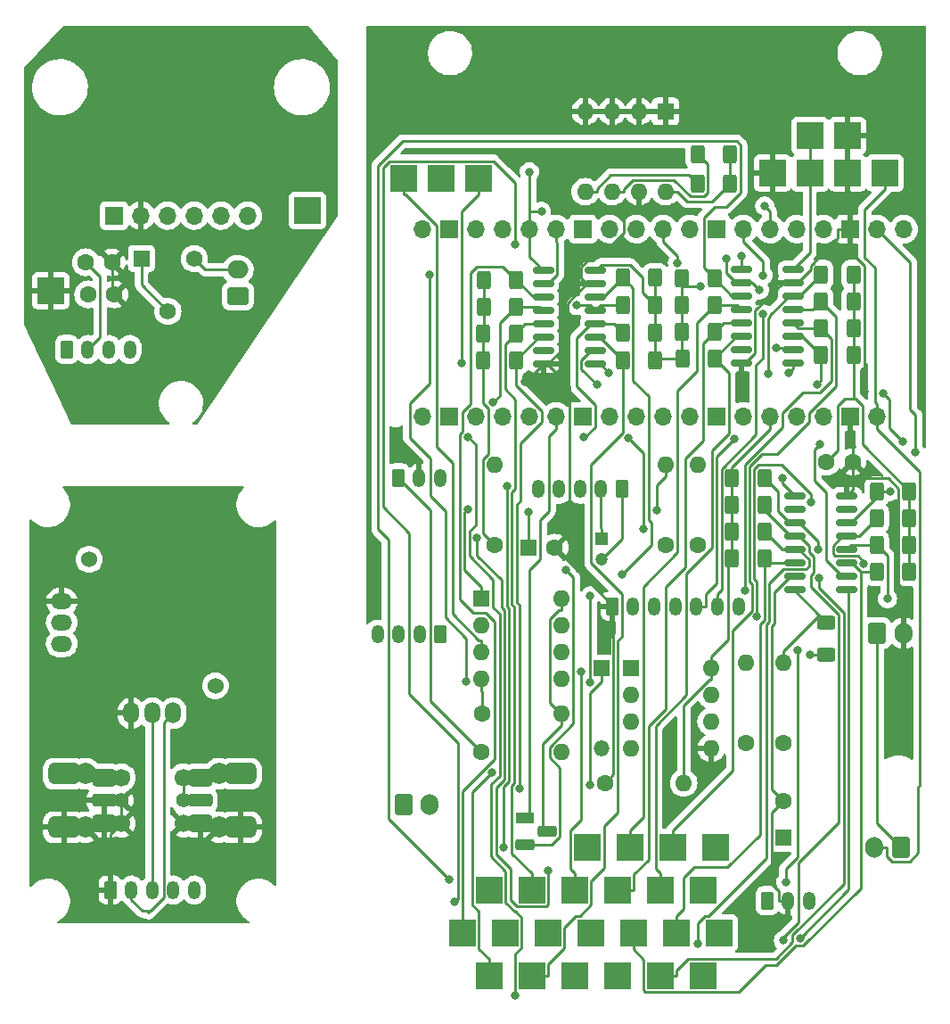
<source format=gtl>
%TF.GenerationSoftware,KiCad,Pcbnew,6.0.11+dfsg-1~bpo11+1*%
%TF.CreationDate,2025-04-08T22:30:35+02:00*%
%TF.ProjectId,v4d2_pico,76346432-5f70-4696-936f-2e6b69636164,rev?*%
%TF.SameCoordinates,Original*%
%TF.FileFunction,Copper,L1,Top*%
%TF.FilePolarity,Positive*%
%FSLAX46Y46*%
G04 Gerber Fmt 4.6, Leading zero omitted, Abs format (unit mm)*
G04 Created by KiCad (PCBNEW 6.0.11+dfsg-1~bpo11+1) date 2025-04-08 22:30:35*
%MOMM*%
%LPD*%
G01*
G04 APERTURE LIST*
G04 Aperture macros list*
%AMRoundRect*
0 Rectangle with rounded corners*
0 $1 Rounding radius*
0 $2 $3 $4 $5 $6 $7 $8 $9 X,Y pos of 4 corners*
0 Add a 4 corners polygon primitive as box body*
4,1,4,$2,$3,$4,$5,$6,$7,$8,$9,$2,$3,0*
0 Add four circle primitives for the rounded corners*
1,1,$1+$1,$2,$3*
1,1,$1+$1,$4,$5*
1,1,$1+$1,$6,$7*
1,1,$1+$1,$8,$9*
0 Add four rect primitives between the rounded corners*
20,1,$1+$1,$2,$3,$4,$5,0*
20,1,$1+$1,$4,$5,$6,$7,0*
20,1,$1+$1,$6,$7,$8,$9,0*
20,1,$1+$1,$8,$9,$2,$3,0*%
G04 Aperture macros list end*
%TA.AperFunction,ComponentPad*%
%ADD10C,1.600000*%
%TD*%
%TA.AperFunction,ComponentPad*%
%ADD11O,1.600000X1.600000*%
%TD*%
%TA.AperFunction,ComponentPad*%
%ADD12R,1.600000X1.600000*%
%TD*%
%TA.AperFunction,ComponentPad*%
%ADD13R,2.500000X2.500000*%
%TD*%
%TA.AperFunction,SMDPad,CuDef*%
%ADD14RoundRect,0.150000X-0.825000X-0.150000X0.825000X-0.150000X0.825000X0.150000X-0.825000X0.150000X0*%
%TD*%
%TA.AperFunction,SMDPad,CuDef*%
%ADD15RoundRect,0.150000X0.825000X0.150000X-0.825000X0.150000X-0.825000X-0.150000X0.825000X-0.150000X0*%
%TD*%
%TA.AperFunction,ComponentPad*%
%ADD16RoundRect,0.250000X0.350000X0.625000X-0.350000X0.625000X-0.350000X-0.625000X0.350000X-0.625000X0*%
%TD*%
%TA.AperFunction,ComponentPad*%
%ADD17O,1.200000X1.750000*%
%TD*%
%TA.AperFunction,ComponentPad*%
%ADD18RoundRect,0.250000X-0.350000X-0.625000X0.350000X-0.625000X0.350000X0.625000X-0.350000X0.625000X0*%
%TD*%
%TA.AperFunction,SMDPad,CuDef*%
%ADD19RoundRect,0.250000X-0.400000X-0.625000X0.400000X-0.625000X0.400000X0.625000X-0.400000X0.625000X0*%
%TD*%
%TA.AperFunction,SMDPad,CuDef*%
%ADD20RoundRect,0.250000X0.400000X0.625000X-0.400000X0.625000X-0.400000X-0.625000X0.400000X-0.625000X0*%
%TD*%
%TA.AperFunction,ComponentPad*%
%ADD21O,1.700000X1.700000*%
%TD*%
%TA.AperFunction,ComponentPad*%
%ADD22R,1.700000X1.700000*%
%TD*%
%TA.AperFunction,ComponentPad*%
%ADD23RoundRect,0.250000X-0.600000X-0.750000X0.600000X-0.750000X0.600000X0.750000X-0.600000X0.750000X0*%
%TD*%
%TA.AperFunction,ComponentPad*%
%ADD24O,1.700000X2.000000*%
%TD*%
%TA.AperFunction,ComponentPad*%
%ADD25R,1.500000X1.500000*%
%TD*%
%TA.AperFunction,ComponentPad*%
%ADD26O,1.500000X1.500000*%
%TD*%
%TA.AperFunction,ComponentPad*%
%ADD27RoundRect,0.250000X0.750000X-0.600000X0.750000X0.600000X-0.750000X0.600000X-0.750000X-0.600000X0*%
%TD*%
%TA.AperFunction,ComponentPad*%
%ADD28O,2.000000X1.700000*%
%TD*%
%TA.AperFunction,SMDPad,CuDef*%
%ADD29RoundRect,0.500000X-1.000000X-0.500000X1.000000X-0.500000X1.000000X0.500000X-1.000000X0.500000X0*%
%TD*%
%TA.AperFunction,ComponentPad*%
%ADD30C,1.700000*%
%TD*%
%TA.AperFunction,ComponentPad*%
%ADD31C,1.400000*%
%TD*%
%TA.AperFunction,SMDPad,CuDef*%
%ADD32RoundRect,0.425000X-0.725000X-0.425000X0.725000X-0.425000X0.725000X0.425000X-0.725000X0.425000X0*%
%TD*%
%TA.AperFunction,ComponentPad*%
%ADD33C,2.000000*%
%TD*%
%TA.AperFunction,SMDPad,CuDef*%
%ADD34RoundRect,0.300000X-0.850000X-0.300000X0.850000X-0.300000X0.850000X0.300000X-0.850000X0.300000X0*%
%TD*%
%TA.AperFunction,SMDPad,CuDef*%
%ADD35RoundRect,0.250000X-0.625000X0.400000X-0.625000X-0.400000X0.625000X-0.400000X0.625000X0.400000X0*%
%TD*%
%TA.AperFunction,WasherPad*%
%ADD36C,1.524000*%
%TD*%
%TA.AperFunction,ComponentPad*%
%ADD37O,1.524000X2.000000*%
%TD*%
%TA.AperFunction,ComponentPad*%
%ADD38O,2.000000X1.524000*%
%TD*%
%TA.AperFunction,ComponentPad*%
%ADD39R,1.560000X1.560000*%
%TD*%
%TA.AperFunction,ComponentPad*%
%ADD40C,1.560000*%
%TD*%
%TA.AperFunction,ComponentPad*%
%ADD41R,1.800000X1.100000*%
%TD*%
%TA.AperFunction,ComponentPad*%
%ADD42RoundRect,0.275000X-0.625000X0.275000X-0.625000X-0.275000X0.625000X-0.275000X0.625000X0.275000X0*%
%TD*%
%TA.AperFunction,ComponentPad*%
%ADD43R,1.200000X1.200000*%
%TD*%
%TA.AperFunction,ComponentPad*%
%ADD44C,1.200000*%
%TD*%
%TA.AperFunction,ComponentPad*%
%ADD45RoundRect,0.250000X0.600000X0.750000X-0.600000X0.750000X-0.600000X-0.750000X0.600000X-0.750000X0*%
%TD*%
%TA.AperFunction,ViaPad*%
%ADD46C,0.800000*%
%TD*%
%TA.AperFunction,Conductor*%
%ADD47C,0.250000*%
%TD*%
G04 APERTURE END LIST*
D10*
X213614000Y-84074000D03*
D11*
X221114000Y-84074000D03*
D12*
X217975000Y-68326000D03*
D10*
X220475000Y-68326000D03*
X246293000Y-60198000D03*
X248793000Y-60198000D03*
D13*
X222377000Y-100838000D03*
X227605000Y-96774000D03*
X234569000Y-100838000D03*
X234569000Y-108966000D03*
X222377000Y-108966000D03*
X223901000Y-104902000D03*
X223541000Y-96774000D03*
X230505000Y-100838000D03*
X214249000Y-108966000D03*
X235733000Y-96774000D03*
X232029000Y-104902000D03*
X236093000Y-104902000D03*
X214249000Y-100838000D03*
X231669000Y-96774000D03*
X226441000Y-100838000D03*
X218313000Y-108966000D03*
X211709000Y-104902000D03*
X230505000Y-108966000D03*
X227965000Y-104902000D03*
X215773000Y-104902000D03*
X218313000Y-100838000D03*
X226441000Y-108966000D03*
X219837000Y-104902000D03*
X206121000Y-33274000D03*
X209677000Y-33274000D03*
X213233000Y-33274000D03*
D14*
X238190000Y-41910000D03*
X238190000Y-43180000D03*
X238190000Y-44450000D03*
X238190000Y-45720000D03*
X238190000Y-46990000D03*
X238190000Y-48260000D03*
X238190000Y-49530000D03*
X238190000Y-50800000D03*
X243140000Y-50800000D03*
X243140000Y-49530000D03*
X243140000Y-48260000D03*
X243140000Y-46990000D03*
X243140000Y-45720000D03*
X243140000Y-44450000D03*
X243140000Y-43180000D03*
X243140000Y-41910000D03*
X219394000Y-42037000D03*
X219394000Y-43307000D03*
X219394000Y-44577000D03*
X219394000Y-45847000D03*
X219394000Y-47117000D03*
X219394000Y-48387000D03*
X219394000Y-49657000D03*
X219394000Y-50927000D03*
X224344000Y-50927000D03*
X224344000Y-49657000D03*
X224344000Y-48387000D03*
X224344000Y-47117000D03*
X224344000Y-45847000D03*
X224344000Y-44577000D03*
X224344000Y-43307000D03*
X224344000Y-42037000D03*
D15*
X248220000Y-72317000D03*
X248220000Y-71047000D03*
X248220000Y-69777000D03*
X248220000Y-68507000D03*
X248220000Y-67237000D03*
X248220000Y-65967000D03*
X248220000Y-64697000D03*
X248220000Y-63427000D03*
X243270000Y-63427000D03*
X243270000Y-64697000D03*
X243270000Y-65967000D03*
X243270000Y-67237000D03*
X243270000Y-68507000D03*
X243270000Y-69777000D03*
X243270000Y-71047000D03*
X243270000Y-72317000D03*
D12*
X242189000Y-95886700D03*
D10*
X242189000Y-92386700D03*
D16*
X226885000Y-62780000D03*
D17*
X224885000Y-62780000D03*
X222885000Y-62780000D03*
X220885000Y-62780000D03*
X218885000Y-62780000D03*
D18*
X225933000Y-73914000D03*
D17*
X227933000Y-73914000D03*
X229933000Y-73914000D03*
X231933000Y-73914000D03*
X233933000Y-73914000D03*
X235933000Y-73914000D03*
X237933000Y-73914000D03*
D18*
X205613000Y-61722000D03*
D17*
X207613000Y-61722000D03*
X209613000Y-61722000D03*
D13*
X244729000Y-29210000D03*
X244729000Y-32766000D03*
X248285000Y-29210000D03*
X248285000Y-32766000D03*
X241173000Y-32766000D03*
X251841000Y-32766000D03*
D19*
X245784000Y-47498000D03*
X248884000Y-47498000D03*
X245784000Y-42418000D03*
X248884000Y-42418000D03*
D20*
X235676000Y-45339000D03*
X232576000Y-45339000D03*
X235702000Y-50419000D03*
X232602000Y-50419000D03*
D19*
X226949000Y-47934000D03*
X230049000Y-47934000D03*
X226923000Y-42710000D03*
X230023000Y-42710000D03*
D20*
X216815000Y-45466000D03*
X213715000Y-45466000D03*
X216789000Y-50546000D03*
X213689000Y-50546000D03*
X240411000Y-64262000D03*
X237311000Y-64262000D03*
X240411000Y-69342000D03*
X237311000Y-69342000D03*
D19*
X251079000Y-68072000D03*
X254179000Y-68072000D03*
X251079000Y-62992000D03*
X254179000Y-62992000D03*
X245784000Y-50038000D03*
X248884000Y-50038000D03*
X245784000Y-44958000D03*
X248884000Y-44958000D03*
D20*
X235676000Y-42799000D03*
X232576000Y-42799000D03*
X235650000Y-47879000D03*
X232550000Y-47879000D03*
D19*
X226923000Y-50546000D03*
X230023000Y-50546000D03*
X226923000Y-45322000D03*
X230023000Y-45322000D03*
D20*
X216815000Y-42926000D03*
X213715000Y-42926000D03*
X216789000Y-48006000D03*
X213689000Y-48006000D03*
X240411000Y-61722000D03*
X237311000Y-61722000D03*
X240411000Y-66802000D03*
X237311000Y-66802000D03*
D19*
X251079000Y-70612000D03*
X254179000Y-70612000D03*
X251079000Y-65532000D03*
X254179000Y-65532000D03*
D10*
X234061000Y-68072000D03*
D11*
X234061000Y-60452000D03*
D10*
X213487000Y-87757000D03*
D11*
X221107000Y-87757000D03*
D10*
X214757000Y-68072000D03*
D11*
X214757000Y-60452000D03*
D21*
X253635000Y-38100000D03*
X251095000Y-38100000D03*
D22*
X248555000Y-38100000D03*
D21*
X246015000Y-38100000D03*
X243475000Y-38100000D03*
X240935000Y-38100000D03*
X238395000Y-38100000D03*
D22*
X235855000Y-38100000D03*
D21*
X233315000Y-38100000D03*
X230775000Y-38100000D03*
X228235000Y-38100000D03*
X225695000Y-38100000D03*
D22*
X223155000Y-38100000D03*
D21*
X220615000Y-38100000D03*
X218075000Y-38100000D03*
X215535000Y-38100000D03*
X212995000Y-38100000D03*
D22*
X210455000Y-38100000D03*
D21*
X207915000Y-38100000D03*
X207915000Y-55880000D03*
D22*
X210455000Y-55880000D03*
D21*
X212995000Y-55880000D03*
X215535000Y-55880000D03*
X218075000Y-55880000D03*
X220615000Y-55880000D03*
D22*
X223155000Y-55880000D03*
D21*
X225695000Y-55880000D03*
X228235000Y-55880000D03*
X230775000Y-55880000D03*
X233315000Y-55880000D03*
D22*
X235855000Y-55880000D03*
D21*
X238395000Y-55880000D03*
X240935000Y-55880000D03*
X243475000Y-55880000D03*
X246015000Y-55880000D03*
D22*
X248555000Y-55880000D03*
D21*
X251095000Y-55880000D03*
D12*
X213497000Y-73162000D03*
D11*
X213497000Y-75702000D03*
X213497000Y-78242000D03*
X213497000Y-80782000D03*
X221117000Y-80782000D03*
X221117000Y-78242000D03*
X221117000Y-75702000D03*
X221117000Y-73162000D03*
D12*
X231003000Y-26934000D03*
D11*
X228463000Y-26934000D03*
X225923000Y-26934000D03*
X223383000Y-26934000D03*
X223383000Y-34554000D03*
X225923000Y-34554000D03*
X228463000Y-34554000D03*
X231003000Y-34554000D03*
D23*
X206121000Y-92710000D03*
D24*
X208621000Y-92710000D03*
D10*
X178649000Y-44296000D03*
X176149000Y-44296000D03*
X238633000Y-86868000D03*
D11*
X238633000Y-79248000D03*
D18*
X240665000Y-101854000D03*
D17*
X242665000Y-101854000D03*
X244665000Y-101854000D03*
D12*
X227721000Y-79766000D03*
D11*
X227721000Y-82306000D03*
X227721000Y-84846000D03*
X227721000Y-87386000D03*
X235341000Y-87386000D03*
X235341000Y-84846000D03*
X235341000Y-82306000D03*
X235341000Y-79766000D03*
D25*
X224917000Y-79751000D03*
D26*
X224917000Y-87371000D03*
D18*
X178245000Y-100838000D03*
D17*
X180245000Y-100838000D03*
X182245000Y-100838000D03*
X184245000Y-100838000D03*
X186245000Y-100838000D03*
D13*
X196977000Y-36322000D03*
D27*
X190373000Y-44450000D03*
D28*
X190373000Y-41950000D03*
D13*
X172593000Y-43942000D03*
D29*
X173863000Y-89796000D03*
D30*
X185195000Y-90186000D03*
D31*
X185195000Y-92336000D03*
D29*
X190627000Y-89796000D03*
D32*
X186817000Y-90186000D03*
D30*
X179295000Y-90186000D03*
D33*
X175895000Y-89796000D03*
D32*
X177673000Y-90186000D03*
D33*
X188595000Y-89796000D03*
D34*
X186817000Y-92336000D03*
D30*
X179295000Y-94486000D03*
D33*
X188595000Y-94876000D03*
D32*
X177673000Y-94486000D03*
D29*
X190627000Y-94876000D03*
D31*
X179295000Y-92336000D03*
D32*
X186817000Y-94486000D03*
D33*
X175895000Y-94876000D03*
D29*
X173863000Y-94876000D03*
D34*
X177673000Y-92336000D03*
D30*
X185195000Y-94486000D03*
D35*
X246253000Y-75412000D03*
X246253000Y-78512000D03*
D36*
X176245000Y-69446000D03*
X188245000Y-81446000D03*
D37*
X180245000Y-84046000D03*
X182245000Y-84046000D03*
X184245000Y-84046000D03*
D38*
X173645000Y-73446000D03*
X173645000Y-75446000D03*
X173645000Y-77446000D03*
D20*
X237155000Y-30988000D03*
X234055000Y-30988000D03*
D10*
X225231000Y-90678000D03*
D11*
X232731000Y-90678000D03*
D10*
X242189000Y-86868000D03*
D11*
X242189000Y-79248000D03*
D22*
X178619000Y-36816000D03*
D21*
X181159000Y-36816000D03*
X183699000Y-36816000D03*
X186239000Y-36816000D03*
X188779000Y-36816000D03*
X191319000Y-36816000D03*
D39*
X181229000Y-40894000D03*
D40*
X183729000Y-45894000D03*
X186229000Y-40894000D03*
D10*
X178415000Y-41248000D03*
X175915000Y-41248000D03*
D19*
X234035000Y-33770000D03*
X237135000Y-33770000D03*
D10*
X231013000Y-68072000D03*
D11*
X231013000Y-60452000D03*
D41*
X217675000Y-94032000D03*
D42*
X219745000Y-95302000D03*
X217675000Y-96572000D03*
D23*
X251099000Y-76454000D03*
D24*
X253599000Y-76454000D03*
D43*
X224917000Y-67463000D03*
D44*
X224917000Y-69463000D03*
D18*
X174117000Y-49530000D03*
D17*
X176117000Y-49530000D03*
X178117000Y-49530000D03*
X180117000Y-49530000D03*
D16*
X209645000Y-76544000D03*
D17*
X207645000Y-76544000D03*
X205645000Y-76544000D03*
X203645000Y-76544000D03*
D45*
X253365000Y-96774000D03*
D24*
X250865000Y-96774000D03*
D46*
X212086300Y-81016500D03*
X208556700Y-42393500D03*
X240427200Y-35902100D03*
X212210000Y-64660900D03*
X254762000Y-59309000D03*
X223799500Y-90880900D03*
X234318600Y-43504800D03*
X217962100Y-64995600D03*
X230169100Y-64820400D03*
X221558000Y-70473300D03*
X244755700Y-78512000D03*
X242095800Y-61713000D03*
X224468000Y-52823700D03*
X227455800Y-57942600D03*
X228903400Y-66526100D03*
X236797200Y-40914900D03*
X239924500Y-43857000D03*
X245684700Y-58536200D03*
X242721400Y-51703600D03*
X219219200Y-36413400D03*
X238190000Y-40657700D03*
X218075000Y-32667600D03*
X212232400Y-57813100D03*
X216737700Y-110837600D03*
X243800300Y-105392100D03*
X211654700Y-50824400D03*
X245418600Y-52808600D03*
X249811800Y-69841000D03*
X234061000Y-105899400D03*
X245480800Y-68517600D03*
X245560100Y-71228300D03*
X210944800Y-101993800D03*
X216710400Y-39557100D03*
X222549300Y-45347200D03*
X210464200Y-99857000D03*
X252336500Y-62992000D03*
X252090600Y-73186200D03*
X242215900Y-105632200D03*
X217155700Y-91197700D03*
X214633500Y-54563000D03*
X226862700Y-70916700D03*
X223868400Y-72915300D03*
X223841600Y-81095100D03*
X214502500Y-89667900D03*
X223193400Y-57865400D03*
X213099700Y-67443900D03*
X219888400Y-98975600D03*
X240800100Y-51818600D03*
X215949000Y-62484800D03*
X215655500Y-96818700D03*
X238518500Y-72438700D03*
X222986500Y-80101300D03*
X240283600Y-42482300D03*
X251682400Y-53666100D03*
X253565100Y-58267600D03*
X240221300Y-46146200D03*
X232139700Y-41298300D03*
X237582800Y-58008600D03*
X225598500Y-51720900D03*
X241525400Y-49391700D03*
X242439700Y-100079300D03*
X243568900Y-78076400D03*
X239702700Y-74893700D03*
X244818400Y-63997000D03*
X217605900Y-52617200D03*
X249911100Y-53487400D03*
D47*
X179295000Y-92336000D02*
X179295000Y-94486000D01*
X254762000Y-59309000D02*
X254762000Y-55755419D01*
X254762000Y-55755419D02*
X254254000Y-55247419D01*
X254254000Y-55247419D02*
X254254000Y-41259000D01*
X254254000Y-41259000D02*
X251095000Y-38100000D01*
X250865000Y-96774000D02*
X252040300Y-96774000D01*
X252526300Y-98141500D02*
X254204600Y-98141500D01*
X252040300Y-96774000D02*
X252040300Y-97655500D01*
X252040300Y-97655500D02*
X252526300Y-98141500D01*
X255016000Y-97330100D02*
X255016000Y-91058074D01*
X254204600Y-98141500D02*
X255016000Y-97330100D01*
X255016000Y-91058074D02*
X255154000Y-90920074D01*
X255154000Y-90920074D02*
X255154000Y-61114300D01*
X255154000Y-61114300D02*
X251095000Y-57055300D01*
X251095000Y-57055300D02*
X251095000Y-55880000D01*
X227965000Y-104902000D02*
X227965000Y-106477300D01*
X227965000Y-106477300D02*
X228929600Y-107441900D01*
X244100800Y-106117400D02*
X249556800Y-100661400D01*
X228929600Y-107441900D02*
X228929600Y-110358600D01*
X228929600Y-110358600D02*
X229112400Y-110541400D01*
X229112400Y-110541400D02*
X237946600Y-110541400D01*
X237946600Y-110541400D02*
X240538000Y-107950000D01*
X240538000Y-107950000D02*
X241560800Y-107950000D01*
X241560800Y-107950000D02*
X243393400Y-106117400D01*
X243393400Y-106117400D02*
X244100800Y-106117400D01*
X249556800Y-100661400D02*
X249556800Y-70612000D01*
X178245000Y-100838000D02*
X178245000Y-95536000D01*
X178245000Y-95536000D02*
X179295000Y-94486000D01*
X175895000Y-89796000D02*
X179966000Y-89796000D01*
X179966000Y-89796000D02*
X179576000Y-90186000D01*
X179576000Y-90186000D02*
X179295000Y-90186000D01*
X185195000Y-90186000D02*
X188205000Y-90186000D01*
X188205000Y-90186000D02*
X188595000Y-89796000D01*
X185195000Y-90186000D02*
X185195000Y-92336000D01*
X182054500Y-102806500D02*
X181292500Y-102806500D01*
X183320000Y-101541000D02*
X182054500Y-102806500D01*
X182054500Y-102806500D02*
X181864000Y-102997000D01*
X181292500Y-102806500D02*
X180245000Y-101759000D01*
X180245000Y-101759000D02*
X180245000Y-100838000D01*
X183320000Y-84971000D02*
X183320000Y-101541000D01*
X184245000Y-84046000D02*
X183320000Y-84971000D01*
X182245000Y-84046000D02*
X182245000Y-100838000D01*
X180245000Y-84046000D02*
X180245000Y-88805000D01*
X180245000Y-88805000D02*
X180848000Y-89408000D01*
X180848000Y-89408000D02*
X181102000Y-89408000D01*
X181102000Y-89408000D02*
X181102000Y-91440000D01*
X181102000Y-91440000D02*
X180191000Y-91440000D01*
X180191000Y-91440000D02*
X179295000Y-92336000D01*
X173645000Y-73446000D02*
X178221000Y-73446000D01*
X178221000Y-73446000D02*
X180245000Y-75470000D01*
X180245000Y-75470000D02*
X180245000Y-84046000D01*
X186229000Y-40894000D02*
X187285000Y-41950000D01*
X187285000Y-41950000D02*
X190373000Y-41950000D01*
X181229000Y-40894000D02*
X181229000Y-43394000D01*
X181229000Y-43394000D02*
X183729000Y-45894000D01*
X178415000Y-41248000D02*
X178415000Y-44062000D01*
X178415000Y-44062000D02*
X178649000Y-44296000D01*
X175915000Y-41248000D02*
X177274000Y-42607000D01*
X177274000Y-42607000D02*
X177274000Y-48373000D01*
X177274000Y-48373000D02*
X176117000Y-49530000D01*
X227048300Y-34272600D02*
X227048300Y-34554000D01*
X227892200Y-33428700D02*
X227048300Y-34272600D01*
X231804900Y-33428700D02*
X227892200Y-33428700D01*
X233396300Y-35020100D02*
X231804900Y-33428700D01*
X234638500Y-35020100D02*
X233396300Y-35020100D01*
X235029900Y-34628700D02*
X234638500Y-35020100D01*
X235029900Y-31962900D02*
X235029900Y-34628700D01*
X234055000Y-30988000D02*
X235029900Y-31962900D01*
X225923000Y-34554000D02*
X227048300Y-34554000D01*
X237155000Y-33750000D02*
X237135000Y-33770000D01*
X237155000Y-30988000D02*
X237155000Y-33750000D01*
X231003000Y-34554000D02*
X232128300Y-34554000D01*
X235434600Y-35470400D02*
X237135000Y-33770000D01*
X233044700Y-35470400D02*
X235434600Y-35470400D01*
X232128300Y-34554000D02*
X233044700Y-35470400D01*
X223383000Y-34554000D02*
X224508300Y-34554000D01*
X224508300Y-34272600D02*
X224508300Y-34554000D01*
X225811300Y-32969600D02*
X224508300Y-34272600D01*
X233234600Y-32969600D02*
X225811300Y-32969600D01*
X234035000Y-33770000D02*
X233234600Y-32969600D01*
X212086300Y-76947600D02*
X212086300Y-81016500D01*
X210087800Y-74949100D02*
X212086300Y-76947600D01*
X210087800Y-64895500D02*
X210087800Y-74949100D01*
X208639800Y-63447500D02*
X210087800Y-64895500D01*
X208639800Y-59859400D02*
X208639800Y-63447500D01*
X206699900Y-57919500D02*
X208639800Y-59859400D01*
X206699900Y-54649700D02*
X206699900Y-57919500D01*
X208556700Y-52792900D02*
X206699900Y-54649700D01*
X208556700Y-42393500D02*
X208556700Y-52792900D01*
X240935000Y-36409900D02*
X240935000Y-38100000D01*
X240427200Y-35902100D02*
X240935000Y-36409900D01*
X213497000Y-73162000D02*
X213497000Y-72036700D01*
X211924100Y-70463800D02*
X213497000Y-72036700D01*
X211924100Y-64946800D02*
X211924100Y-70463800D01*
X212210000Y-64660900D02*
X211924100Y-64946800D01*
X251099000Y-94508000D02*
X251099000Y-76454000D01*
X253365000Y-96774000D02*
X251099000Y-94508000D01*
X213614000Y-82024300D02*
X213614000Y-84074000D01*
X213497000Y-81907300D02*
X213614000Y-82024300D01*
X213497000Y-80782000D02*
X213497000Y-81907300D01*
X226885000Y-67495000D02*
X224917000Y-69463000D01*
X226885000Y-62780000D02*
X226885000Y-67495000D01*
X224917000Y-79751000D02*
X224917000Y-80826300D01*
X224917000Y-81045500D02*
X224917000Y-80826300D01*
X223799500Y-82163000D02*
X224917000Y-81045500D01*
X223799500Y-90880900D02*
X223799500Y-82163000D01*
X224917000Y-67463000D02*
X224917000Y-66537700D01*
X254179000Y-70612000D02*
X254179000Y-68072000D01*
X237311000Y-61722000D02*
X237311000Y-64262000D01*
X213715000Y-42926000D02*
X213715000Y-45466000D01*
X230049000Y-50520000D02*
X230049000Y-47934000D01*
X230023000Y-50546000D02*
X230049000Y-50520000D01*
X248884000Y-50038000D02*
X248884000Y-47498000D01*
X254179000Y-65532000D02*
X254179000Y-68072000D01*
X254179000Y-62992000D02*
X254179000Y-65532000D01*
X237311000Y-66802000D02*
X237311000Y-64262000D01*
X230049000Y-45348000D02*
X230049000Y-47934000D01*
X230023000Y-45322000D02*
X230049000Y-45348000D01*
X232576000Y-47853000D02*
X232576000Y-45339000D01*
X232550000Y-47879000D02*
X232576000Y-47853000D01*
X248884000Y-44958000D02*
X248884000Y-47498000D01*
X244729000Y-32766000D02*
X244729000Y-29210000D01*
X244729000Y-32766000D02*
X244729000Y-34341300D01*
X237311000Y-60679300D02*
X237311000Y-61722000D01*
X240935000Y-57055300D02*
X237311000Y-60679300D01*
X240935000Y-55880000D02*
X240935000Y-57055300D01*
X221114000Y-84636600D02*
X221114000Y-84200200D01*
X221114000Y-84636600D02*
X221114000Y-85199300D01*
X221114000Y-84074000D02*
X221114000Y-84200200D01*
X220835600Y-74287300D02*
X221117000Y-74287300D01*
X219991700Y-75131200D02*
X220835600Y-74287300D01*
X219991700Y-83077900D02*
X219991700Y-75131200D01*
X221114000Y-84200200D02*
X219991700Y-83077900D01*
X221117000Y-73162000D02*
X221117000Y-74287300D01*
X224885000Y-66505700D02*
X224885000Y-62780000D01*
X224917000Y-66537700D02*
X224885000Y-66505700D01*
X219345000Y-86968300D02*
X221114000Y-85199300D01*
X219345000Y-95302000D02*
X219345000Y-86968300D01*
X242189000Y-79248000D02*
X242189000Y-78122700D01*
X242189000Y-78122700D02*
X245576400Y-74735300D01*
X246253000Y-75412000D02*
X245576400Y-74735300D01*
X243270000Y-72429000D02*
X243270000Y-72317000D01*
X245576400Y-74735300D02*
X243270000Y-72429000D01*
X235341000Y-80328600D02*
X235341000Y-80891300D01*
X235341000Y-80328600D02*
X235341000Y-79766000D01*
X213715000Y-47980000D02*
X213689000Y-48006000D01*
X213715000Y-45466000D02*
X213715000Y-47980000D01*
X213689000Y-48006000D02*
X213689000Y-50546000D01*
X248884000Y-42418000D02*
X248884000Y-44958000D01*
X237311000Y-66802000D02*
X237311000Y-68072000D01*
X237311000Y-68072000D02*
X237311000Y-69342000D01*
X236933000Y-77048700D02*
X235341000Y-78640700D01*
X236933000Y-68884200D02*
X236933000Y-77048700D01*
X237311000Y-68506200D02*
X236933000Y-68884200D01*
X237311000Y-68072000D02*
X237311000Y-68506200D01*
X235341000Y-79766000D02*
X235341000Y-78640700D01*
X230023000Y-45322000D02*
X230023000Y-42710000D01*
X232576000Y-42799000D02*
X232576000Y-43504800D01*
X232576000Y-43504800D02*
X232576000Y-45339000D01*
X248884000Y-50038000D02*
X248884000Y-54185700D01*
X249730400Y-58543400D02*
X254179000Y-62992000D01*
X249730400Y-54865100D02*
X249730400Y-58543400D01*
X249051000Y-54185700D02*
X249730400Y-54865100D01*
X248884000Y-54185700D02*
X249051000Y-54185700D01*
X213631700Y-66946700D02*
X214757000Y-68072000D01*
X213631700Y-59985800D02*
X213631700Y-66946700D01*
X214192000Y-59425500D02*
X213631700Y-59985800D01*
X214192000Y-55147200D02*
X214192000Y-59425500D01*
X213689000Y-54644200D02*
X214192000Y-55147200D01*
X213689000Y-50546000D02*
X213689000Y-54644200D01*
X217975000Y-65008500D02*
X217975000Y-68326000D01*
X217962100Y-64995600D02*
X217975000Y-65008500D01*
X224892000Y-41489000D02*
X224344000Y-42037000D01*
X227610200Y-41489000D02*
X224892000Y-41489000D01*
X228796500Y-42675300D02*
X227610200Y-41489000D01*
X228796500Y-44095500D02*
X228796500Y-42675300D01*
X230023000Y-45322000D02*
X228796500Y-44095500D01*
X248074100Y-54185700D02*
X248884000Y-54185700D01*
X247379600Y-54880200D02*
X248074100Y-54185700D01*
X247379600Y-59111400D02*
X247379600Y-54880200D01*
X246293000Y-60198000D02*
X247379600Y-59111400D01*
X235136700Y-80891300D02*
X235341000Y-80891300D01*
X232731000Y-83297000D02*
X235136700Y-80891300D01*
X232731000Y-90678000D02*
X232731000Y-83297000D01*
X232576000Y-43504800D02*
X234318600Y-43504800D01*
X244729000Y-40321000D02*
X244729000Y-34341300D01*
X243140000Y-41910000D02*
X244729000Y-40321000D01*
X230202000Y-50367000D02*
X230023000Y-50546000D01*
X232550000Y-50367000D02*
X230202000Y-50367000D01*
X232602000Y-50419000D02*
X232550000Y-50367000D01*
X232550000Y-50367000D02*
X232550000Y-47879000D01*
X231013000Y-60452000D02*
X231013000Y-61577300D01*
X220225600Y-96572000D02*
X218075000Y-96572000D01*
X220989200Y-95808400D02*
X220225600Y-96572000D01*
X220989200Y-89230700D02*
X220989200Y-95808400D01*
X219981700Y-88223200D02*
X220989200Y-89230700D01*
X219981700Y-87290800D02*
X219981700Y-88223200D01*
X222245200Y-85027300D02*
X219981700Y-87290800D01*
X222245200Y-71160500D02*
X222245200Y-85027300D01*
X221558000Y-70473300D02*
X222245200Y-71160500D01*
X230169100Y-62421200D02*
X230169100Y-64820400D01*
X231013000Y-61577300D02*
X230169100Y-62421200D01*
X246253000Y-78512000D02*
X244755700Y-78512000D01*
X220615000Y-55880000D02*
X220615000Y-57055300D01*
X219936600Y-57733700D02*
X220615000Y-57055300D01*
X219936600Y-64883400D02*
X219936600Y-57733700D01*
X219117600Y-65702400D02*
X219936600Y-64883400D01*
X219117600Y-69403300D02*
X219117600Y-65702400D01*
X218075000Y-70445900D02*
X219117600Y-69403300D01*
X218075000Y-93156700D02*
X218075000Y-70445900D01*
X218075000Y-94032000D02*
X218075000Y-93156700D01*
X242095800Y-62252800D02*
X242095800Y-61713000D01*
X243270000Y-63427000D02*
X242095800Y-62252800D01*
X223014100Y-51369800D02*
X224468000Y-52823700D01*
X223014100Y-50571200D02*
X223014100Y-51369800D01*
X223928300Y-49657000D02*
X223014100Y-50571200D01*
X224344000Y-49657000D02*
X223928300Y-49657000D01*
X228903400Y-59390200D02*
X228903400Y-66526100D01*
X227455800Y-57942600D02*
X228903400Y-59390200D01*
X219856400Y-43307000D02*
X219394000Y-43307000D01*
X220727800Y-42435600D02*
X219856400Y-43307000D01*
X220727800Y-39388100D02*
X220727800Y-42435600D01*
X220615000Y-39275300D02*
X220727800Y-39388100D01*
X220615000Y-38575000D02*
X220615000Y-39275300D01*
X220615000Y-38575000D02*
X220615000Y-38100000D01*
X237743100Y-43180000D02*
X238190000Y-43180000D01*
X236797200Y-42234100D02*
X237743100Y-43180000D01*
X236797200Y-40914900D02*
X236797200Y-42234100D01*
X239247500Y-43180000D02*
X239924500Y-43857000D01*
X238190000Y-43180000D02*
X239247500Y-43180000D01*
X245167600Y-59053300D02*
X245684700Y-58536200D01*
X245167600Y-61992100D02*
X245167600Y-59053300D01*
X246260000Y-63084500D02*
X245167600Y-61992100D01*
X246260000Y-69500800D02*
X246260000Y-63084500D01*
X247806200Y-71047000D02*
X246260000Y-69500800D01*
X248220000Y-71047000D02*
X247806200Y-71047000D01*
X243140000Y-51285000D02*
X242721400Y-51703600D01*
X243140000Y-50800000D02*
X243140000Y-51285000D01*
X218075000Y-40718000D02*
X219394000Y-42037000D01*
X218075000Y-38100000D02*
X218075000Y-40718000D01*
X238190000Y-41910000D02*
X238190000Y-40657700D01*
X218075000Y-38100000D02*
X218075000Y-37037300D01*
X248390200Y-72487200D02*
X248220000Y-72317000D01*
X248390200Y-100802200D02*
X248390200Y-72487200D01*
X243800300Y-105392100D02*
X248390200Y-100802200D01*
X216737700Y-106919400D02*
X216737700Y-110837600D01*
X217348400Y-106308700D02*
X216737700Y-106919400D01*
X217348400Y-103448500D02*
X217348400Y-106308700D01*
X216763700Y-102863800D02*
X217348400Y-103448500D01*
X216680000Y-102863800D02*
X216763700Y-102863800D01*
X215824400Y-102008200D02*
X216680000Y-102863800D01*
X215824400Y-99049600D02*
X215824400Y-102008200D01*
X214441400Y-97666600D02*
X215824400Y-99049600D01*
X214441400Y-90807700D02*
X214441400Y-97666600D01*
X215248500Y-90000600D02*
X214441400Y-90807700D01*
X215248500Y-74602400D02*
X215248500Y-90000600D01*
X214622400Y-73976300D02*
X215248500Y-74602400D01*
X214622400Y-71360400D02*
X214622400Y-73976300D01*
X212374400Y-69112400D02*
X214622400Y-71360400D01*
X212374400Y-66774600D02*
X212374400Y-69112400D01*
X212970700Y-66178300D02*
X212374400Y-66774600D01*
X212970700Y-58551400D02*
X212970700Y-66178300D01*
X212232400Y-57813100D02*
X212970700Y-58551400D01*
X218075000Y-36413400D02*
X219219200Y-36413400D01*
X218075000Y-37037300D02*
X218075000Y-36413400D01*
X218075000Y-36413400D02*
X218075000Y-32667600D01*
X213233000Y-33274000D02*
X213233000Y-34849300D01*
X211654700Y-36427600D02*
X211654700Y-50824400D01*
X213233000Y-34849300D02*
X211654700Y-36427600D01*
X213497000Y-78242000D02*
X213497000Y-77116700D01*
X206121000Y-33274000D02*
X206121000Y-34849300D01*
X206342500Y-34849300D02*
X206121000Y-34849300D01*
X209279600Y-37786400D02*
X206342500Y-34849300D01*
X209279600Y-42090600D02*
X209279600Y-37786400D01*
X209282000Y-42093000D02*
X209279600Y-42090600D01*
X209282000Y-42694000D02*
X209282000Y-42093000D01*
X209279600Y-42696400D02*
X209282000Y-42694000D01*
X209279600Y-58788500D02*
X209279600Y-42696400D01*
X210806400Y-60315300D02*
X209279600Y-58788500D01*
X210806400Y-74642000D02*
X210806400Y-60315300D01*
X213281100Y-77116700D02*
X210806400Y-74642000D01*
X213497000Y-77116700D02*
X213281100Y-77116700D01*
X244006000Y-48260000D02*
X245784000Y-50038000D01*
X243140000Y-48260000D02*
X244006000Y-48260000D01*
X245784000Y-52443200D02*
X245418600Y-52808600D01*
X245784000Y-50038000D02*
X245784000Y-52443200D01*
X249374000Y-67237000D02*
X248220000Y-67237000D01*
X251079000Y-65532000D02*
X249374000Y-67237000D01*
X249811800Y-69669300D02*
X249811800Y-69841000D01*
X249275400Y-69132900D02*
X249811800Y-69669300D01*
X247144200Y-69132900D02*
X249275400Y-69132900D01*
X246919000Y-68907700D02*
X247144200Y-69132900D01*
X246919000Y-68131300D02*
X246919000Y-68907700D01*
X247813300Y-67237000D02*
X246919000Y-68131300D01*
X248220000Y-67237000D02*
X247813300Y-67237000D01*
X249556800Y-70612000D02*
X251079000Y-70612000D01*
X248721800Y-69777000D02*
X249556800Y-70612000D01*
X248220000Y-69777000D02*
X248721800Y-69777000D01*
X242116000Y-68507000D02*
X243270000Y-68507000D01*
X240411000Y-66802000D02*
X242116000Y-68507000D01*
X243681600Y-68507000D02*
X243270000Y-68507000D01*
X244620600Y-69446000D02*
X243681600Y-68507000D01*
X244620600Y-70118100D02*
X244620600Y-69446000D01*
X244326700Y-70412000D02*
X244620600Y-70118100D01*
X242224900Y-70412000D02*
X244326700Y-70412000D01*
X240878300Y-71758600D02*
X242224900Y-70412000D01*
X240878300Y-75380800D02*
X240878300Y-71758600D01*
X240613200Y-75645900D02*
X240878300Y-75380800D01*
X240613200Y-97813400D02*
X240613200Y-75645900D01*
X235099900Y-103326700D02*
X240613200Y-97813400D01*
X234708200Y-103326700D02*
X235099900Y-103326700D01*
X234061000Y-103973900D02*
X234708200Y-103326700D01*
X234061000Y-105899400D02*
X234061000Y-103973900D01*
X242816400Y-65967000D02*
X243270000Y-65967000D01*
X241718900Y-64869500D02*
X242816400Y-65967000D01*
X241718900Y-63029900D02*
X241718900Y-64869500D01*
X240411000Y-61722000D02*
X241718900Y-63029900D01*
X230505000Y-108966000D02*
X232080300Y-108966000D01*
X245480800Y-67724100D02*
X245480800Y-68517600D01*
X243723700Y-65967000D02*
X245480800Y-67724100D01*
X243270000Y-65967000D02*
X243723700Y-65967000D01*
X232080300Y-108473600D02*
X232080300Y-108966000D01*
X233163200Y-107390700D02*
X232080300Y-108473600D01*
X241483200Y-107390700D02*
X233163200Y-107390700D01*
X243075000Y-105798900D02*
X241483200Y-107390700D01*
X243075000Y-105091700D02*
X243075000Y-105798900D01*
X247926200Y-100240500D02*
X243075000Y-105091700D01*
X247926200Y-74508300D02*
X247926200Y-100240500D01*
X245560100Y-72142200D02*
X247926200Y-74508300D01*
X245560100Y-71228300D02*
X245560100Y-72142200D01*
X217678000Y-47117000D02*
X219394000Y-47117000D01*
X216789000Y-48006000D02*
X217678000Y-47117000D01*
X218313000Y-100838000D02*
X218313000Y-99262700D01*
X215760300Y-49034700D02*
X216789000Y-48006000D01*
X215760300Y-53276800D02*
X215760300Y-49034700D01*
X216728100Y-54244600D02*
X215760300Y-53276800D01*
X216728100Y-62777500D02*
X216728100Y-54244600D01*
X216399300Y-63106300D02*
X216728100Y-62777500D01*
X216399300Y-73730000D02*
X216399300Y-63106300D01*
X216599400Y-73930100D02*
X216399300Y-73730000D01*
X216599400Y-90728000D02*
X216599400Y-73930100D01*
X216399300Y-90928100D02*
X216599400Y-90728000D01*
X216399300Y-97349000D02*
X216399300Y-90928100D01*
X218313000Y-99262700D02*
X216399300Y-97349000D01*
X218466000Y-44577000D02*
X219394000Y-44577000D01*
X216815000Y-42926000D02*
X218466000Y-44577000D01*
X211709000Y-91435700D02*
X211709000Y-104902000D01*
X214755400Y-88389300D02*
X211709000Y-91435700D01*
X214755400Y-75365500D02*
X214755400Y-88389300D01*
X213923400Y-74533500D02*
X214755400Y-75365500D01*
X212754500Y-74533500D02*
X213923400Y-74533500D01*
X211473800Y-73252800D02*
X212754500Y-74533500D01*
X211473800Y-57546000D02*
X211473800Y-73252800D01*
X211707000Y-57312800D02*
X211473800Y-57546000D01*
X211707000Y-55505800D02*
X211707000Y-57312800D01*
X212508100Y-54704700D02*
X211707000Y-55505800D01*
X212508200Y-54704700D02*
X212508100Y-54704700D01*
X212508200Y-42229000D02*
X212508200Y-54704700D01*
X213056100Y-41681100D02*
X212508200Y-42229000D01*
X215570100Y-41681100D02*
X213056100Y-41681100D01*
X216815000Y-42926000D02*
X215570100Y-41681100D01*
X224869000Y-45322000D02*
X224344000Y-45847000D01*
X226923000Y-45322000D02*
X224869000Y-45322000D01*
X223844200Y-45347200D02*
X224344000Y-45847000D01*
X222549300Y-45347200D02*
X223844200Y-45347200D01*
X216710400Y-33722300D02*
X216710400Y-39557100D01*
X214642300Y-31654200D02*
X216710400Y-33722300D01*
X204753600Y-31654200D02*
X214642300Y-31654200D01*
X204153900Y-32253900D02*
X204753600Y-31654200D01*
X204153900Y-64453000D02*
X204153900Y-32253900D01*
X206645000Y-66944100D02*
X204153900Y-64453000D01*
X206645000Y-82266600D02*
X206645000Y-66944100D01*
X211258500Y-86880100D02*
X206645000Y-82266600D01*
X211258500Y-101680100D02*
X211258500Y-86880100D01*
X210944800Y-101993800D02*
X211258500Y-101680100D01*
X224764000Y-48387000D02*
X224344000Y-48387000D01*
X226923000Y-50546000D02*
X224764000Y-48387000D01*
X218313000Y-108966000D02*
X219888300Y-108966000D01*
X219888300Y-107867000D02*
X219888300Y-108966000D01*
X221412400Y-106342900D02*
X219888300Y-107867000D01*
X221412400Y-104411500D02*
X221412400Y-106342900D01*
X222497300Y-103326600D02*
X221412400Y-104411500D01*
X222861200Y-103326600D02*
X222497300Y-103326600D01*
X223952400Y-102235400D02*
X222861200Y-103326600D01*
X223952400Y-99995000D02*
X223952400Y-102235400D01*
X225220700Y-98726700D02*
X223952400Y-99995000D01*
X225220700Y-94766400D02*
X225220700Y-98726700D01*
X226481300Y-93505800D02*
X225220700Y-94766400D01*
X226481300Y-77176600D02*
X226481300Y-93505800D01*
X226877000Y-76780900D02*
X226481300Y-77176600D01*
X226877000Y-72749700D02*
X226877000Y-76780900D01*
X223940400Y-69813100D02*
X226877000Y-72749700D01*
X223940400Y-60432300D02*
X223940400Y-69813100D01*
X226923000Y-57449700D02*
X223940400Y-60432300D01*
X226923000Y-50546000D02*
X226923000Y-57449700D01*
X236539000Y-46990000D02*
X235650000Y-47879000D01*
X238190000Y-46990000D02*
X236539000Y-46990000D01*
X226441000Y-100838000D02*
X228016300Y-100838000D01*
X234583000Y-48946000D02*
X235650000Y-47879000D01*
X234583000Y-58155000D02*
X234583000Y-48946000D01*
X232896000Y-59842000D02*
X234583000Y-58155000D01*
X232896000Y-70183900D02*
X232896000Y-59842000D01*
X231001300Y-72078600D02*
X232896000Y-70183900D01*
X231001300Y-83703200D02*
X231001300Y-72078600D01*
X229405400Y-85299100D02*
X231001300Y-83703200D01*
X229405400Y-97963900D02*
X229405400Y-85299100D01*
X228016300Y-99353000D02*
X229405400Y-97963900D01*
X228016300Y-100838000D02*
X228016300Y-99353000D01*
X237327000Y-44450000D02*
X238190000Y-44450000D01*
X235676000Y-42799000D02*
X237327000Y-44450000D01*
X204686600Y-94079400D02*
X210464200Y-99857000D01*
X204686600Y-67572000D02*
X204686600Y-94079400D01*
X203703600Y-66589000D02*
X204686600Y-67572000D01*
X203703600Y-32067300D02*
X203703600Y-66589000D01*
X206023200Y-29747700D02*
X203703600Y-32067300D01*
X237764300Y-29747700D02*
X206023200Y-29747700D01*
X238140200Y-30123600D02*
X237764300Y-29747700D01*
X238140200Y-34626000D02*
X238140200Y-30123600D01*
X236750800Y-36015400D02*
X238140200Y-34626000D01*
X235667800Y-36015400D02*
X236750800Y-36015400D01*
X234652700Y-37030500D02*
X235667800Y-36015400D01*
X234652700Y-41775700D02*
X234652700Y-37030500D01*
X235676000Y-42799000D02*
X234652700Y-41775700D01*
X245022000Y-45720000D02*
X243140000Y-45720000D01*
X245784000Y-44958000D02*
X245022000Y-45720000D01*
X231669000Y-96774000D02*
X231669000Y-95198700D01*
X237383400Y-89484300D02*
X231669000Y-95198700D01*
X237383400Y-76187300D02*
X237383400Y-89484300D01*
X239252400Y-74318300D02*
X237383400Y-76187300D01*
X239252400Y-71847400D02*
X239252400Y-74318300D01*
X238971200Y-71566200D02*
X239252400Y-71847400D01*
X238971200Y-60677700D02*
X238971200Y-71566200D01*
X240197300Y-59451600D02*
X238971200Y-60677700D01*
X241640900Y-59451600D02*
X240197300Y-59451600D01*
X244665900Y-56426600D02*
X241640900Y-59451600D01*
X244665900Y-55561300D02*
X244665900Y-56426600D01*
X247232200Y-52995000D02*
X244665900Y-55561300D01*
X247232200Y-46406200D02*
X247232200Y-52995000D01*
X245784000Y-44958000D02*
X247232200Y-46406200D01*
X248607200Y-65967000D02*
X248220000Y-65967000D01*
X251079000Y-63495200D02*
X248607200Y-65967000D01*
X251079000Y-62992000D02*
X251079000Y-63495200D01*
X252336500Y-62992000D02*
X251079000Y-62992000D01*
X252090600Y-69083600D02*
X251079000Y-68072000D01*
X252090600Y-73186200D02*
X252090600Y-69083600D01*
X248655000Y-68072000D02*
X248220000Y-68507000D01*
X251079000Y-68072000D02*
X248655000Y-68072000D01*
X240846000Y-69777000D02*
X240411000Y-69342000D01*
X243270000Y-69777000D02*
X240846000Y-69777000D01*
X232029000Y-104902000D02*
X232029000Y-103326700D01*
X240428000Y-69359000D02*
X240411000Y-69342000D01*
X240428000Y-75194200D02*
X240428000Y-69359000D01*
X239960800Y-75661400D02*
X240428000Y-75194200D01*
X239960800Y-95591300D02*
X239960800Y-75661400D01*
X236859800Y-98692300D02*
X239960800Y-95591300D01*
X233719200Y-98692300D02*
X236859800Y-98692300D01*
X232702400Y-99709100D02*
X233719200Y-98692300D01*
X232702400Y-102653300D02*
X232702400Y-99709100D01*
X232029000Y-103326700D02*
X232702400Y-102653300D01*
X242882800Y-67237000D02*
X243270000Y-67237000D01*
X240411000Y-64765200D02*
X242882800Y-67237000D01*
X240411000Y-64262000D02*
X240411000Y-64765200D01*
X242215900Y-105313900D02*
X242215900Y-105632200D01*
X243665000Y-103864800D02*
X242215900Y-105313900D01*
X243665000Y-98227000D02*
X243665000Y-103864800D01*
X247475800Y-94416200D02*
X243665000Y-98227000D01*
X247475800Y-74694900D02*
X247475800Y-94416200D01*
X244834800Y-72053900D02*
X247475800Y-74694900D01*
X244834800Y-70927900D02*
X244834800Y-72053900D01*
X245073500Y-70689200D02*
X244834800Y-70927900D01*
X245073500Y-69172100D02*
X245073500Y-70689200D01*
X244641800Y-68740400D02*
X245073500Y-69172100D01*
X244641800Y-68169800D02*
X244641800Y-68740400D01*
X243709000Y-67237000D02*
X244641800Y-68169800D01*
X243270000Y-67237000D02*
X243709000Y-67237000D01*
X218948000Y-48387000D02*
X216789000Y-50546000D01*
X219394000Y-48387000D02*
X218948000Y-48387000D01*
X216789000Y-52926700D02*
X216789000Y-50546000D01*
X219252100Y-55389800D02*
X216789000Y-52926700D01*
X219252100Y-56387800D02*
X219252100Y-55389800D01*
X217236800Y-58403100D02*
X219252100Y-56387800D01*
X217236800Y-63858400D02*
X217236800Y-58403100D01*
X216849600Y-64245600D02*
X217236800Y-63858400D01*
X216849600Y-73543400D02*
X216849600Y-64245600D01*
X217155700Y-73849500D02*
X216849600Y-73543400D01*
X217155700Y-91197700D02*
X217155700Y-73849500D01*
X219013000Y-45466000D02*
X219394000Y-45847000D01*
X216815000Y-45466000D02*
X219013000Y-45466000D01*
X215239000Y-47042000D02*
X216815000Y-45466000D01*
X215239000Y-53957500D02*
X215239000Y-47042000D01*
X214633500Y-54563000D02*
X215239000Y-53957500D01*
X225056000Y-44577000D02*
X224344000Y-44577000D01*
X226923000Y-42710000D02*
X225056000Y-44577000D01*
X213284400Y-106426100D02*
X214249000Y-107390700D01*
X213284400Y-102855500D02*
X213284400Y-106426100D01*
X212673600Y-102244700D02*
X213284400Y-102855500D01*
X212673600Y-91496800D02*
X212673600Y-102244700D01*
X214502500Y-89667900D02*
X212673600Y-91496800D01*
X214249000Y-108966000D02*
X214249000Y-107390700D01*
X229651400Y-68128000D02*
X226862700Y-70916700D01*
X229651400Y-65965400D02*
X229651400Y-68128000D01*
X229415200Y-65729200D02*
X229651400Y-65965400D01*
X229415200Y-53965300D02*
X229415200Y-65729200D01*
X227925400Y-52475500D02*
X229415200Y-53965300D01*
X227925400Y-43712400D02*
X227925400Y-52475500D01*
X226923000Y-42710000D02*
X227925400Y-43712400D01*
X223841600Y-72942100D02*
X223841600Y-81095100D01*
X223868400Y-72915300D02*
X223841600Y-72942100D01*
X226132000Y-47117000D02*
X224344000Y-47117000D01*
X226949000Y-47934000D02*
X226132000Y-47117000D01*
X223342300Y-57865400D02*
X223193400Y-57865400D01*
X224330400Y-56877300D02*
X223342300Y-57865400D01*
X224330400Y-54812900D02*
X224330400Y-56877300D01*
X222563800Y-53046300D02*
X224330400Y-54812900D01*
X222563800Y-48434400D02*
X222563800Y-53046300D01*
X223881200Y-47117000D02*
X222563800Y-48434400D01*
X224344000Y-47117000D02*
X223881200Y-47117000D01*
X213099700Y-69094300D02*
X213099700Y-67443900D01*
X215430800Y-71425400D02*
X213099700Y-69094300D01*
X215430800Y-74035400D02*
X215430800Y-71425400D01*
X215698800Y-74303400D02*
X215430800Y-74035400D01*
X215698800Y-90354800D02*
X215698800Y-74303400D01*
X214913500Y-91140100D02*
X215698800Y-90354800D01*
X214913500Y-97463400D02*
X214913500Y-91140100D01*
X216274700Y-98824600D02*
X214913500Y-97463400D01*
X216274700Y-101784100D02*
X216274700Y-98824600D01*
X216904000Y-102413400D02*
X216274700Y-101784100D01*
X219697700Y-102413400D02*
X216904000Y-102413400D01*
X219888400Y-102222700D02*
X219697700Y-102413400D01*
X219888400Y-98975600D02*
X219888400Y-102222700D01*
X235702000Y-50345200D02*
X235702000Y-50419000D01*
X237787200Y-48260000D02*
X235702000Y-50345200D01*
X238190000Y-48260000D02*
X237787200Y-48260000D01*
X230505000Y-100838000D02*
X230505000Y-99262700D01*
X230080900Y-98838600D02*
X230505000Y-99262700D01*
X230080900Y-85260500D02*
X230080900Y-98838600D01*
X233007600Y-82333800D02*
X230080900Y-85260500D01*
X233007600Y-70773200D02*
X233007600Y-82333800D01*
X235415900Y-68364900D02*
X233007600Y-70773200D01*
X235415900Y-59149800D02*
X235415900Y-68364900D01*
X237030400Y-57535300D02*
X235415900Y-59149800D01*
X237030400Y-51747400D02*
X237030400Y-57535300D01*
X235702000Y-50419000D02*
X237030400Y-51747400D01*
X227605000Y-96774000D02*
X227605000Y-95198700D01*
X237809000Y-45339000D02*
X235676000Y-45339000D01*
X238190000Y-45720000D02*
X237809000Y-45339000D01*
X233968400Y-47046600D02*
X235676000Y-45339000D01*
X233968400Y-51611900D02*
X233968400Y-47046600D01*
X232138600Y-53441700D02*
X233968400Y-51611900D01*
X232138600Y-68795500D02*
X232138600Y-53441700D01*
X228894500Y-72039600D02*
X232138600Y-68795500D01*
X228894500Y-93909200D02*
X228894500Y-72039600D01*
X227605000Y-95198700D02*
X228894500Y-93909200D01*
X243752000Y-44450000D02*
X243140000Y-44450000D01*
X245784000Y-42418000D02*
X243752000Y-44450000D01*
X242757900Y-44450000D02*
X243140000Y-44450000D01*
X240946600Y-46261300D02*
X242757900Y-44450000D01*
X240946600Y-46446700D02*
X240946600Y-46261300D01*
X240800100Y-46593200D02*
X240946600Y-46446700D01*
X240800100Y-51818600D02*
X240800100Y-46593200D01*
X215949000Y-73916600D02*
X215949000Y-62484800D01*
X216149100Y-74116700D02*
X215949000Y-73916600D01*
X216149100Y-90541400D02*
X216149100Y-74116700D01*
X215655500Y-91035000D02*
X216149100Y-90541400D01*
X215655500Y-96818700D02*
X215655500Y-91035000D01*
X222377000Y-100838000D02*
X222377000Y-99262700D01*
X243648000Y-47498000D02*
X243140000Y-46990000D01*
X245784000Y-47498000D02*
X243648000Y-47498000D01*
X238518500Y-60493500D02*
X238518500Y-72438700D01*
X242120800Y-56891200D02*
X238518500Y-60493500D01*
X242120800Y-55538200D02*
X242120800Y-56891200D01*
X244056500Y-53602500D02*
X242120800Y-55538200D01*
X245690400Y-53602500D02*
X244056500Y-53602500D01*
X246781900Y-52511000D02*
X245690400Y-53602500D01*
X246781900Y-48495900D02*
X246781900Y-52511000D01*
X245784000Y-47498000D02*
X246781900Y-48495900D01*
X221965600Y-98851300D02*
X222377000Y-99262700D01*
X221965600Y-95150200D02*
X221965600Y-98851300D01*
X222986500Y-94129300D02*
X221965600Y-95150200D01*
X222986500Y-80101300D02*
X222986500Y-94129300D01*
X208644500Y-64753500D02*
X205613000Y-61722000D01*
X208644500Y-82914500D02*
X208644500Y-64753500D01*
X213487000Y-87757000D02*
X208644500Y-82914500D01*
X240283600Y-41163900D02*
X240283600Y-42482300D01*
X238395000Y-39275300D02*
X240283600Y-41163900D01*
X238395000Y-38100000D02*
X238395000Y-39275300D01*
X252270400Y-56972900D02*
X253565100Y-58267600D01*
X252270400Y-54254100D02*
X252270400Y-56972900D01*
X251682400Y-53666100D02*
X252270400Y-54254100D01*
X240221300Y-50396300D02*
X240221300Y-46146200D01*
X239602600Y-51015000D02*
X240221300Y-50396300D01*
X239602600Y-57572400D02*
X239602600Y-51015000D01*
X236316500Y-60858500D02*
X239602600Y-57572400D01*
X236316500Y-72330200D02*
X236316500Y-60858500D01*
X235933000Y-72713700D02*
X236316500Y-72330200D01*
X235933000Y-73914000D02*
X235933000Y-72713700D01*
X233933000Y-73914000D02*
X234858300Y-73914000D01*
X232139700Y-40640000D02*
X232139700Y-41298300D01*
X230775000Y-39275300D02*
X232139700Y-40640000D01*
X230775000Y-38100000D02*
X230775000Y-39275300D01*
X234858300Y-72725000D02*
X234858300Y-73914000D01*
X235866200Y-71717100D02*
X234858300Y-72725000D01*
X235866200Y-59725200D02*
X235866200Y-71717100D01*
X237582800Y-58008600D02*
X235866200Y-59725200D01*
X251095000Y-55880000D02*
X251095000Y-54704700D01*
X251841000Y-32766000D02*
X251841000Y-34341300D01*
X250888200Y-54497900D02*
X251095000Y-54704700D01*
X250888200Y-41781900D02*
X250888200Y-54497900D01*
X249911100Y-40804800D02*
X250888200Y-41781900D01*
X249911100Y-36271200D02*
X249911100Y-40804800D01*
X251841000Y-34341300D02*
X249911100Y-36271200D01*
X224804600Y-50927000D02*
X225598500Y-51720900D01*
X224344000Y-50927000D02*
X224804600Y-50927000D01*
X243001700Y-49391700D02*
X243140000Y-49530000D01*
X241525400Y-49391700D02*
X243001700Y-49391700D01*
X242439700Y-98815400D02*
X242439700Y-100079300D01*
X243568900Y-97686200D02*
X242439700Y-98815400D01*
X243568900Y-78076400D02*
X243568900Y-97686200D01*
X244818400Y-63273700D02*
X244818400Y-63997000D01*
X242033800Y-60489100D02*
X244818400Y-63273700D01*
X239796700Y-60489100D02*
X242033800Y-60489100D01*
X239421500Y-60864300D02*
X239796700Y-60489100D01*
X239421500Y-71267300D02*
X239421500Y-60864300D01*
X239702700Y-71548500D02*
X239421500Y-71267300D01*
X239702700Y-74893700D02*
X239702700Y-71548500D01*
X241063600Y-93512100D02*
X242189000Y-92386700D01*
X241063600Y-100252600D02*
X241063600Y-93512100D01*
X241739700Y-100928700D02*
X241063600Y-100252600D01*
X241739700Y-101854000D02*
X241739700Y-100928700D01*
X242665000Y-101854000D02*
X241739700Y-101854000D01*
X248793000Y-57293300D02*
X248793000Y-60198000D01*
X248555000Y-57055300D02*
X248793000Y-57293300D01*
X248555000Y-55880000D02*
X248555000Y-57055300D01*
X248285000Y-32766000D02*
X248285000Y-34341300D01*
X228463000Y-34554000D02*
X228463000Y-35679300D01*
X253599000Y-76454000D02*
X253599000Y-75128700D01*
X248793000Y-61775000D02*
X248793000Y-60198000D01*
X226030900Y-89878100D02*
X225231000Y-90678000D01*
X226030900Y-74011900D02*
X226030900Y-89878100D01*
X225933000Y-73914000D02*
X226030900Y-74011900D01*
X248555000Y-34611300D02*
X248285000Y-34341300D01*
X248555000Y-38100000D02*
X248555000Y-34611300D01*
X248555000Y-38100000D02*
X247379700Y-38100000D01*
X217703800Y-52617200D02*
X217605900Y-52617200D01*
X219394000Y-50927000D02*
X217703800Y-52617200D01*
X248793000Y-62854000D02*
X248220000Y-63427000D01*
X248793000Y-61775000D02*
X248793000Y-62854000D01*
X248555000Y-40198400D02*
X248555000Y-38100000D01*
X249911100Y-41554500D02*
X248555000Y-40198400D01*
X249911100Y-53487400D02*
X249911100Y-41554500D01*
X225933000Y-73784000D02*
X225933000Y-73914000D01*
X220475000Y-68326000D02*
X225933000Y-73784000D01*
X219779500Y-50927000D02*
X219394000Y-50927000D01*
X243523900Y-43180000D02*
X243140000Y-43180000D01*
X244783700Y-41920200D02*
X243523900Y-43180000D01*
X244783700Y-41572200D02*
X244783700Y-41920200D01*
X247379700Y-38976200D02*
X244783700Y-41572200D01*
X247379700Y-38100000D02*
X247379700Y-38976200D01*
X222995500Y-42778100D02*
X223524400Y-43307000D01*
X222995500Y-41673700D02*
X222995500Y-42778100D01*
X224902200Y-39767000D02*
X222995500Y-41673700D01*
X225727200Y-39767000D02*
X224902200Y-39767000D01*
X227048400Y-38445800D02*
X225727200Y-39767000D01*
X227048400Y-37093900D02*
X227048400Y-38445800D01*
X228463000Y-35679300D02*
X227048400Y-37093900D01*
X224344000Y-43307000D02*
X223524400Y-43307000D01*
X252151200Y-61775000D02*
X248793000Y-61775000D01*
X253153300Y-62777100D02*
X252151200Y-61775000D01*
X253153300Y-74683000D02*
X253153300Y-62777100D01*
X253599000Y-75128700D02*
X253153300Y-74683000D01*
X242887000Y-71047000D02*
X243270000Y-71047000D01*
X241328600Y-72605400D02*
X242887000Y-71047000D01*
X241328600Y-75567400D02*
X241328600Y-72605400D01*
X241063600Y-75832400D02*
X241328600Y-75567400D01*
X241063600Y-91261300D02*
X241063600Y-75832400D01*
X242189000Y-92386700D02*
X241063600Y-91261300D01*
X221844200Y-66956800D02*
X220475000Y-68326000D01*
X221844200Y-52991700D02*
X221844200Y-66956800D01*
X219779500Y-50927000D02*
X221844200Y-52991700D01*
X221695800Y-49010700D02*
X219779500Y-50927000D01*
X221695800Y-45135600D02*
X221695800Y-49010700D01*
X223524400Y-43307000D02*
X221695800Y-45135600D01*
X238587100Y-50800000D02*
X238190000Y-50800000D01*
X239496000Y-49891100D02*
X238587100Y-50800000D01*
X239496000Y-45845800D02*
X239496000Y-49891100D01*
X242161800Y-43180000D02*
X239496000Y-45845800D01*
X243140000Y-43180000D02*
X242161800Y-43180000D01*
%TA.AperFunction,Conductor*%
G36*
X242877521Y-97215202D02*
G01*
X242924014Y-97268858D01*
X242935400Y-97321200D01*
X242935400Y-97371605D01*
X242915398Y-97439726D01*
X242898495Y-97460701D01*
X242465765Y-97893430D01*
X242047442Y-98311753D01*
X242039163Y-98319287D01*
X242032682Y-98323400D01*
X241986057Y-98373051D01*
X241983302Y-98375893D01*
X241963565Y-98395630D01*
X241961085Y-98398827D01*
X241953382Y-98407847D01*
X241923114Y-98440079D01*
X241919295Y-98447025D01*
X241919293Y-98447028D01*
X241913352Y-98457834D01*
X241902501Y-98474353D01*
X241890086Y-98490359D01*
X241886941Y-98497628D01*
X241886938Y-98497632D01*
X241872526Y-98530937D01*
X241867309Y-98541587D01*
X241846005Y-98580340D01*
X241844034Y-98588015D01*
X241844034Y-98588016D01*
X241840967Y-98599962D01*
X241834563Y-98618666D01*
X241834471Y-98618880D01*
X241826519Y-98637255D01*
X241825280Y-98645078D01*
X241825277Y-98645088D01*
X241819601Y-98680924D01*
X241817195Y-98692544D01*
X241806200Y-98735370D01*
X241806200Y-98755624D01*
X241804649Y-98775334D01*
X241801480Y-98795343D01*
X241804340Y-98825593D01*
X241805641Y-98839361D01*
X241806200Y-98851219D01*
X241806200Y-99376776D01*
X241786198Y-99444897D01*
X241773842Y-99461079D01*
X241700660Y-99542356D01*
X241605173Y-99707744D01*
X241546158Y-99889372D01*
X241545468Y-99895933D01*
X241545468Y-99895935D01*
X241538816Y-99959224D01*
X241526196Y-100079300D01*
X241546158Y-100269228D01*
X241548198Y-100275506D01*
X241601135Y-100438429D01*
X241603163Y-100509396D01*
X241566500Y-100570194D01*
X241502788Y-100601520D01*
X241432254Y-100593427D01*
X241415186Y-100584625D01*
X241343968Y-100540725D01*
X241343966Y-100540724D01*
X241337738Y-100536885D01*
X241215311Y-100496278D01*
X241176389Y-100483368D01*
X241176387Y-100483368D01*
X241169861Y-100481203D01*
X241163025Y-100480503D01*
X241163022Y-100480502D01*
X241119969Y-100476091D01*
X241065400Y-100470500D01*
X240264600Y-100470500D01*
X240261354Y-100470837D01*
X240261350Y-100470837D01*
X240165692Y-100480762D01*
X240165688Y-100480763D01*
X240158834Y-100481474D01*
X240152298Y-100483655D01*
X240152296Y-100483655D01*
X240075142Y-100509396D01*
X239991054Y-100537450D01*
X239840652Y-100630522D01*
X239715695Y-100755697D01*
X239711855Y-100761927D01*
X239711854Y-100761928D01*
X239644980Y-100870418D01*
X239622885Y-100906262D01*
X239567203Y-101074139D01*
X239566503Y-101080975D01*
X239566502Y-101080978D01*
X239564462Y-101100891D01*
X239556500Y-101178600D01*
X239556500Y-102529400D01*
X239556837Y-102532646D01*
X239556837Y-102532650D01*
X239566257Y-102623432D01*
X239567474Y-102635166D01*
X239569655Y-102641702D01*
X239569655Y-102641704D01*
X239587779Y-102696027D01*
X239623450Y-102802946D01*
X239716522Y-102953348D01*
X239841697Y-103078305D01*
X239847927Y-103082145D01*
X239847928Y-103082146D01*
X239985090Y-103166694D01*
X239992262Y-103171115D01*
X240047396Y-103189402D01*
X240153611Y-103224632D01*
X240153613Y-103224632D01*
X240160139Y-103226797D01*
X240166975Y-103227497D01*
X240166978Y-103227498D01*
X240210031Y-103231909D01*
X240264600Y-103237500D01*
X241065400Y-103237500D01*
X241068646Y-103237163D01*
X241068650Y-103237163D01*
X241164308Y-103227238D01*
X241164312Y-103227237D01*
X241171166Y-103226526D01*
X241177702Y-103224345D01*
X241177704Y-103224345D01*
X241309806Y-103180272D01*
X241338946Y-103170550D01*
X241489348Y-103077478D01*
X241614305Y-102952303D01*
X241623263Y-102937771D01*
X241646355Y-102900310D01*
X241699127Y-102852817D01*
X241769199Y-102841395D01*
X241834323Y-102869669D01*
X241852702Y-102888597D01*
X241855262Y-102891856D01*
X241863499Y-102900506D01*
X242014123Y-103031212D01*
X242023847Y-103038147D01*
X242196467Y-103138010D01*
X242207331Y-103142984D01*
X242395727Y-103208407D01*
X242396716Y-103208648D01*
X242407008Y-103207180D01*
X242411000Y-103193615D01*
X242411000Y-101726000D01*
X242431002Y-101657879D01*
X242484658Y-101611386D01*
X242537000Y-101600000D01*
X242793000Y-101600000D01*
X242861121Y-101620002D01*
X242907614Y-101673658D01*
X242919000Y-101726000D01*
X242919000Y-103189402D01*
X242922973Y-103202933D01*
X242923433Y-103202999D01*
X242988013Y-103232492D01*
X243026396Y-103292219D01*
X243031500Y-103327716D01*
X243031500Y-103550206D01*
X243011498Y-103618327D01*
X242994595Y-103639301D01*
X241836345Y-104797551D01*
X241798500Y-104823562D01*
X241759148Y-104841082D01*
X241604647Y-104953334D01*
X241476860Y-105095256D01*
X241381373Y-105260644D01*
X241322358Y-105442272D01*
X241302396Y-105632200D01*
X241322358Y-105822128D01*
X241381373Y-106003756D01*
X241476860Y-106169144D01*
X241554150Y-106254984D01*
X241584866Y-106318989D01*
X241576102Y-106389443D01*
X241549608Y-106428387D01*
X241257700Y-106720295D01*
X241195388Y-106754321D01*
X241168605Y-106757200D01*
X237761661Y-106757200D01*
X237693540Y-106737198D01*
X237647047Y-106683542D01*
X237636943Y-106613268D01*
X237666437Y-106548688D01*
X237686092Y-106530377D01*
X237706261Y-106515261D01*
X237793615Y-106398705D01*
X237844745Y-106262316D01*
X237851500Y-106200134D01*
X237851500Y-103603866D01*
X237844745Y-103541684D01*
X237793615Y-103405295D01*
X237706261Y-103288739D01*
X237589705Y-103201385D01*
X237453316Y-103150255D01*
X237391134Y-103143500D01*
X236483194Y-103143500D01*
X236415073Y-103123498D01*
X236368580Y-103069842D01*
X236358476Y-102999568D01*
X236387970Y-102934988D01*
X236394099Y-102928405D01*
X241005447Y-98317057D01*
X241013737Y-98309513D01*
X241020218Y-98305400D01*
X241066859Y-98255732D01*
X241069613Y-98252891D01*
X241089335Y-98233169D01*
X241091812Y-98229976D01*
X241099517Y-98220955D01*
X241124359Y-98194500D01*
X241129786Y-98188721D01*
X241133607Y-98181771D01*
X241139546Y-98170968D01*
X241150402Y-98154441D01*
X241157957Y-98144702D01*
X241157958Y-98144700D01*
X241162814Y-98138440D01*
X241180374Y-98097860D01*
X241185591Y-98087212D01*
X241203075Y-98055409D01*
X241203076Y-98055407D01*
X241206895Y-98048460D01*
X241211933Y-98028837D01*
X241218337Y-98010134D01*
X241223233Y-97998820D01*
X241223233Y-97998819D01*
X241226381Y-97991545D01*
X241227620Y-97983722D01*
X241227623Y-97983712D01*
X241233299Y-97947876D01*
X241235705Y-97936256D01*
X241244728Y-97901111D01*
X241244728Y-97901110D01*
X241246700Y-97893430D01*
X241246700Y-97873176D01*
X241248251Y-97853465D01*
X241250180Y-97841286D01*
X241251420Y-97833457D01*
X241247259Y-97789438D01*
X241246700Y-97777581D01*
X241246700Y-97321200D01*
X241266702Y-97253079D01*
X241320358Y-97206586D01*
X241372700Y-97195200D01*
X242809400Y-97195200D01*
X242877521Y-97215202D01*
G37*
%TD.AperFunction*%
%TA.AperFunction,Conductor*%
G36*
X234132300Y-82895770D02*
G01*
X234189136Y-82938317D01*
X234198050Y-82953201D01*
X234198401Y-82952998D01*
X234201151Y-82957761D01*
X234203477Y-82962749D01*
X234235133Y-83007958D01*
X234314770Y-83121691D01*
X234334802Y-83150300D01*
X234496700Y-83312198D01*
X234501208Y-83315355D01*
X234501211Y-83315357D01*
X234549156Y-83348928D01*
X234684251Y-83443523D01*
X234689233Y-83445846D01*
X234689238Y-83445849D01*
X234723457Y-83461805D01*
X234776742Y-83508722D01*
X234796203Y-83576999D01*
X234775661Y-83644959D01*
X234723457Y-83690195D01*
X234689238Y-83706151D01*
X234689233Y-83706154D01*
X234684251Y-83708477D01*
X234579389Y-83781902D01*
X234501211Y-83836643D01*
X234501208Y-83836645D01*
X234496700Y-83839802D01*
X234334802Y-84001700D01*
X234203477Y-84189251D01*
X234201154Y-84194233D01*
X234201151Y-84194238D01*
X234109039Y-84391775D01*
X234106716Y-84396757D01*
X234105294Y-84402065D01*
X234105293Y-84402067D01*
X234057654Y-84579856D01*
X234047457Y-84617913D01*
X234027502Y-84846000D01*
X234047457Y-85074087D01*
X234048881Y-85079400D01*
X234048881Y-85079402D01*
X234082011Y-85203042D01*
X234106716Y-85295243D01*
X234109039Y-85300224D01*
X234109039Y-85300225D01*
X234201151Y-85497762D01*
X234201154Y-85497767D01*
X234203477Y-85502749D01*
X234253352Y-85573978D01*
X234295034Y-85633505D01*
X234334802Y-85690300D01*
X234496700Y-85852198D01*
X234501208Y-85855355D01*
X234501211Y-85855357D01*
X234532985Y-85877605D01*
X234684251Y-85983523D01*
X234689233Y-85985846D01*
X234689238Y-85985849D01*
X234724049Y-86002081D01*
X234777334Y-86048998D01*
X234796795Y-86117275D01*
X234776253Y-86185235D01*
X234724049Y-86230471D01*
X234689489Y-86246586D01*
X234679993Y-86252069D01*
X234501533Y-86377028D01*
X234493125Y-86384084D01*
X234339084Y-86538125D01*
X234332028Y-86546533D01*
X234207069Y-86724993D01*
X234201586Y-86734489D01*
X234109510Y-86931947D01*
X234105764Y-86942239D01*
X234059606Y-87114503D01*
X234059942Y-87128599D01*
X234067884Y-87132000D01*
X235469000Y-87132000D01*
X235537121Y-87152002D01*
X235583614Y-87205658D01*
X235595000Y-87258000D01*
X235595000Y-88653967D01*
X235598973Y-88667498D01*
X235607522Y-88668727D01*
X235784761Y-88621236D01*
X235795053Y-88617490D01*
X235992511Y-88525414D01*
X236002007Y-88519931D01*
X236180467Y-88394972D01*
X236188875Y-88387916D01*
X236342916Y-88233875D01*
X236349972Y-88225467D01*
X236474931Y-88047007D01*
X236480414Y-88037511D01*
X236509705Y-87974695D01*
X236556622Y-87921410D01*
X236624899Y-87901949D01*
X236692859Y-87922491D01*
X236738925Y-87976514D01*
X236749900Y-88027945D01*
X236749900Y-89169706D01*
X236729898Y-89237827D01*
X236712995Y-89258801D01*
X233994045Y-91977750D01*
X231276747Y-94695048D01*
X231268461Y-94702588D01*
X231261982Y-94706700D01*
X231256557Y-94712477D01*
X231215357Y-94756351D01*
X231212602Y-94759193D01*
X231192865Y-94778930D01*
X231190385Y-94782127D01*
X231182682Y-94791147D01*
X231152414Y-94823379D01*
X231148595Y-94830325D01*
X231148593Y-94830328D01*
X231142652Y-94841134D01*
X231131801Y-94857653D01*
X231119386Y-94873659D01*
X231116241Y-94880928D01*
X231116238Y-94880932D01*
X231101826Y-94914237D01*
X231096604Y-94924896D01*
X231082694Y-94950199D01*
X231032350Y-95000259D01*
X230972279Y-95015500D01*
X230840400Y-95015500D01*
X230772279Y-94995498D01*
X230725786Y-94941842D01*
X230714400Y-94889500D01*
X230714400Y-85575094D01*
X230734402Y-85506973D01*
X230751305Y-85485999D01*
X231882405Y-84354900D01*
X231944717Y-84320874D01*
X232015533Y-84325939D01*
X232072368Y-84368486D01*
X232097179Y-84435006D01*
X232097500Y-84443995D01*
X232097500Y-89458606D01*
X232077498Y-89526727D01*
X232043771Y-89561819D01*
X231891211Y-89668643D01*
X231891208Y-89668645D01*
X231886700Y-89671802D01*
X231724802Y-89833700D01*
X231721645Y-89838208D01*
X231721643Y-89838211D01*
X231706652Y-89859621D01*
X231593477Y-90021251D01*
X231591154Y-90026233D01*
X231591151Y-90026238D01*
X231499039Y-90223775D01*
X231496716Y-90228757D01*
X231437457Y-90449913D01*
X231417502Y-90678000D01*
X231437457Y-90906087D01*
X231438881Y-90911400D01*
X231438881Y-90911402D01*
X231488097Y-91095075D01*
X231496716Y-91127243D01*
X231499039Y-91132224D01*
X231499039Y-91132225D01*
X231591151Y-91329762D01*
X231591154Y-91329767D01*
X231593477Y-91334749D01*
X231638346Y-91398828D01*
X231703502Y-91491880D01*
X231724802Y-91522300D01*
X231886700Y-91684198D01*
X231891208Y-91687355D01*
X231891211Y-91687357D01*
X231923703Y-91710108D01*
X232074251Y-91815523D01*
X232079233Y-91817846D01*
X232079238Y-91817849D01*
X232270376Y-91906977D01*
X232281757Y-91912284D01*
X232287065Y-91913706D01*
X232287067Y-91913707D01*
X232497598Y-91970119D01*
X232497600Y-91970119D01*
X232502913Y-91971543D01*
X232731000Y-91991498D01*
X232959087Y-91971543D01*
X232964400Y-91970119D01*
X232964402Y-91970119D01*
X233174933Y-91913707D01*
X233174935Y-91913706D01*
X233180243Y-91912284D01*
X233191624Y-91906977D01*
X233382762Y-91817849D01*
X233382767Y-91817846D01*
X233387749Y-91815523D01*
X233538297Y-91710108D01*
X233570789Y-91687357D01*
X233570792Y-91687355D01*
X233575300Y-91684198D01*
X233737198Y-91522300D01*
X233758499Y-91491880D01*
X233823654Y-91398828D01*
X233868523Y-91334749D01*
X233870846Y-91329767D01*
X233870849Y-91329762D01*
X233962961Y-91132225D01*
X233962961Y-91132224D01*
X233965284Y-91127243D01*
X233973904Y-91095075D01*
X234023119Y-90911402D01*
X234023119Y-90911400D01*
X234024543Y-90906087D01*
X234044498Y-90678000D01*
X234024543Y-90449913D01*
X233965284Y-90228757D01*
X233962961Y-90223775D01*
X233870849Y-90026238D01*
X233870846Y-90026233D01*
X233868523Y-90021251D01*
X233755348Y-89859621D01*
X233740357Y-89838211D01*
X233740355Y-89838208D01*
X233737198Y-89833700D01*
X233575300Y-89671802D01*
X233570792Y-89668645D01*
X233570789Y-89668643D01*
X233418229Y-89561819D01*
X233373901Y-89506362D01*
X233364500Y-89458606D01*
X233364500Y-87652522D01*
X234058273Y-87652522D01*
X234105764Y-87829761D01*
X234109510Y-87840053D01*
X234201586Y-88037511D01*
X234207069Y-88047007D01*
X234332028Y-88225467D01*
X234339084Y-88233875D01*
X234493125Y-88387916D01*
X234501533Y-88394972D01*
X234679993Y-88519931D01*
X234689489Y-88525414D01*
X234886947Y-88617490D01*
X234897239Y-88621236D01*
X235069503Y-88667394D01*
X235083599Y-88667058D01*
X235087000Y-88659116D01*
X235087000Y-87658115D01*
X235082525Y-87642876D01*
X235081135Y-87641671D01*
X235073452Y-87640000D01*
X234073033Y-87640000D01*
X234059502Y-87643973D01*
X234058273Y-87652522D01*
X233364500Y-87652522D01*
X233364500Y-83611594D01*
X233384502Y-83543473D01*
X233401405Y-83522499D01*
X233999173Y-82924731D01*
X234061485Y-82890705D01*
X234132300Y-82895770D01*
G37*
%TD.AperFunction*%
%TA.AperFunction,Conductor*%
G36*
X252984537Y-63735187D02*
G01*
X253034018Y-63786101D01*
X253042103Y-63805025D01*
X253087450Y-63940946D01*
X253180522Y-64091348D01*
X253185704Y-64096521D01*
X253262109Y-64172793D01*
X253296188Y-64235076D01*
X253291185Y-64305896D01*
X253262264Y-64350984D01*
X253179695Y-64433697D01*
X253175855Y-64439927D01*
X253175854Y-64439928D01*
X253117902Y-64533944D01*
X253086885Y-64584262D01*
X253084581Y-64591209D01*
X253041420Y-64721337D01*
X253031203Y-64752139D01*
X253030503Y-64758975D01*
X253030502Y-64758978D01*
X253026091Y-64802031D01*
X253020500Y-64856600D01*
X253020500Y-66207400D01*
X253031474Y-66313166D01*
X253033655Y-66319702D01*
X253033655Y-66319704D01*
X253064576Y-66412385D01*
X253087450Y-66480946D01*
X253180522Y-66631348D01*
X253185704Y-66636521D01*
X253262109Y-66712793D01*
X253296188Y-66775076D01*
X253291185Y-66845896D01*
X253262264Y-66890984D01*
X253179695Y-66973697D01*
X253175855Y-66979927D01*
X253175854Y-66979928D01*
X253100039Y-67102923D01*
X253086885Y-67124262D01*
X253070047Y-67175027D01*
X253034164Y-67283213D01*
X253031203Y-67292139D01*
X253030503Y-67298975D01*
X253030502Y-67298978D01*
X253028358Y-67319903D01*
X253020500Y-67396600D01*
X253020500Y-68747400D01*
X253020837Y-68750646D01*
X253020837Y-68750650D01*
X253030389Y-68842708D01*
X253031474Y-68853166D01*
X253033655Y-68859702D01*
X253033655Y-68859704D01*
X253051452Y-68913048D01*
X253087450Y-69020946D01*
X253180522Y-69171348D01*
X253185704Y-69176521D01*
X253262109Y-69252793D01*
X253296188Y-69315076D01*
X253291185Y-69385896D01*
X253262264Y-69430984D01*
X253179695Y-69513697D01*
X253175855Y-69519927D01*
X253175854Y-69519928D01*
X253102755Y-69638517D01*
X253086885Y-69664262D01*
X253031203Y-69832139D01*
X253020500Y-69936600D01*
X253020500Y-71287400D01*
X253020837Y-71290646D01*
X253020837Y-71290650D01*
X253030295Y-71381800D01*
X253031474Y-71393166D01*
X253033655Y-71399702D01*
X253033655Y-71399704D01*
X253064315Y-71491601D01*
X253087450Y-71560946D01*
X253180522Y-71711348D01*
X253305697Y-71836305D01*
X253311927Y-71840145D01*
X253311928Y-71840146D01*
X253447724Y-71923852D01*
X253456262Y-71929115D01*
X253519196Y-71949989D01*
X253617611Y-71982632D01*
X253617613Y-71982632D01*
X253624139Y-71984797D01*
X253630975Y-71985497D01*
X253630978Y-71985498D01*
X253672402Y-71989742D01*
X253728600Y-71995500D01*
X254394500Y-71995500D01*
X254462621Y-72015502D01*
X254509114Y-72069158D01*
X254520500Y-72121500D01*
X254520500Y-75046142D01*
X254500498Y-75114263D01*
X254446842Y-75160756D01*
X254376568Y-75170860D01*
X254326830Y-75150342D01*
X254326007Y-75151669D01*
X254312438Y-75143255D01*
X254116516Y-75043643D01*
X254106665Y-75039643D01*
X253896760Y-74974466D01*
X253886376Y-74972183D01*
X253870957Y-74970139D01*
X253856793Y-74972335D01*
X253853000Y-74985522D01*
X253853000Y-77920192D01*
X253856973Y-77933723D01*
X253867580Y-77935248D01*
X253985421Y-77910523D01*
X253995617Y-77907463D01*
X254200029Y-77826737D01*
X254209561Y-77822006D01*
X254329134Y-77749447D01*
X254397748Y-77731208D01*
X254465331Y-77752959D01*
X254510425Y-77807796D01*
X254520500Y-77857166D01*
X254520500Y-88340684D01*
X254500498Y-88408805D01*
X254446842Y-88455298D01*
X254376568Y-88465402D01*
X254320976Y-88443008D01*
X254224683Y-88373814D01*
X254202843Y-88362250D01*
X254121288Y-88319069D01*
X253970608Y-88239288D01*
X253812689Y-88181498D01*
X253704658Y-88141964D01*
X253704656Y-88141963D01*
X253700627Y-88140489D01*
X253419736Y-88079245D01*
X253388685Y-88076801D01*
X253196718Y-88061693D01*
X253196709Y-88061693D01*
X253194261Y-88061500D01*
X253038729Y-88061500D01*
X253036593Y-88061646D01*
X253036582Y-88061646D01*
X252828452Y-88075835D01*
X252828446Y-88075836D01*
X252824175Y-88076127D01*
X252819980Y-88076996D01*
X252819978Y-88076996D01*
X252757585Y-88089917D01*
X252542658Y-88134426D01*
X252271657Y-88230393D01*
X252016188Y-88362250D01*
X252012687Y-88364711D01*
X252012683Y-88364713D01*
X251979669Y-88387916D01*
X251930950Y-88422156D01*
X251863717Y-88444961D01*
X251794826Y-88427796D01*
X251746152Y-88376112D01*
X251732500Y-88319069D01*
X251732500Y-78077856D01*
X251752502Y-78009735D01*
X251806158Y-77963242D01*
X251845496Y-77952529D01*
X251855166Y-77951526D01*
X251861702Y-77949345D01*
X251861704Y-77949345D01*
X252015998Y-77897868D01*
X252022946Y-77895550D01*
X252173348Y-77802478D01*
X252298305Y-77677303D01*
X252388353Y-77531220D01*
X252441124Y-77483727D01*
X252511196Y-77472303D01*
X252576320Y-77500577D01*
X252586782Y-77510364D01*
X252692234Y-77620906D01*
X252700186Y-77627941D01*
X252876525Y-77759141D01*
X252885562Y-77764745D01*
X253081484Y-77864357D01*
X253091335Y-77868357D01*
X253301240Y-77933534D01*
X253311624Y-77935817D01*
X253327043Y-77937861D01*
X253341207Y-77935665D01*
X253345000Y-77922478D01*
X253345000Y-74987808D01*
X253341027Y-74974277D01*
X253330420Y-74972752D01*
X253212579Y-74997477D01*
X253202383Y-75000537D01*
X252997971Y-75081263D01*
X252988439Y-75085994D01*
X252800538Y-75200016D01*
X252791948Y-75206280D01*
X252625948Y-75350327D01*
X252618530Y-75357956D01*
X252592609Y-75389569D01*
X252533949Y-75429564D01*
X252462979Y-75431496D01*
X252402230Y-75394752D01*
X252388030Y-75375982D01*
X252385965Y-75372644D01*
X252297478Y-75229652D01*
X252172303Y-75104695D01*
X252162342Y-75098555D01*
X252027968Y-75015725D01*
X252027966Y-75015724D01*
X252021738Y-75011885D01*
X251902498Y-74972335D01*
X251860389Y-74958368D01*
X251860387Y-74958368D01*
X251853861Y-74956203D01*
X251847025Y-74955503D01*
X251847022Y-74955502D01*
X251803969Y-74951091D01*
X251749400Y-74945500D01*
X250448600Y-74945500D01*
X250445354Y-74945837D01*
X250445350Y-74945837D01*
X250349695Y-74955762D01*
X250349694Y-74955762D01*
X250342834Y-74956474D01*
X250340987Y-74957090D01*
X250272090Y-74952058D01*
X250215319Y-74909426D01*
X250190608Y-74842869D01*
X250190300Y-74834069D01*
X250190300Y-72048570D01*
X250210302Y-71980449D01*
X250263958Y-71933956D01*
X250334232Y-71923852D01*
X250355865Y-71930312D01*
X250356262Y-71929115D01*
X250517611Y-71982632D01*
X250517613Y-71982632D01*
X250524139Y-71984797D01*
X250530975Y-71985497D01*
X250530978Y-71985498D01*
X250572402Y-71989742D01*
X250628600Y-71995500D01*
X251331100Y-71995500D01*
X251399221Y-72015502D01*
X251445714Y-72069158D01*
X251457100Y-72121500D01*
X251457100Y-72483676D01*
X251437098Y-72551797D01*
X251424742Y-72567979D01*
X251351560Y-72649256D01*
X251256073Y-72814644D01*
X251197058Y-72996272D01*
X251196368Y-73002833D01*
X251196368Y-73002835D01*
X251183731Y-73123067D01*
X251177096Y-73186200D01*
X251197058Y-73376128D01*
X251256073Y-73557756D01*
X251351560Y-73723144D01*
X251479347Y-73865066D01*
X251633848Y-73977318D01*
X251639876Y-73980002D01*
X251639878Y-73980003D01*
X251802281Y-74052309D01*
X251808312Y-74054994D01*
X251901712Y-74074847D01*
X251988656Y-74093328D01*
X251988661Y-74093328D01*
X251995113Y-74094700D01*
X252186087Y-74094700D01*
X252192539Y-74093328D01*
X252192544Y-74093328D01*
X252279487Y-74074847D01*
X252372888Y-74054994D01*
X252378919Y-74052309D01*
X252541322Y-73980003D01*
X252541324Y-73980002D01*
X252547352Y-73977318D01*
X252701853Y-73865066D01*
X252829640Y-73723144D01*
X252925127Y-73557756D01*
X252984142Y-73376128D01*
X253004104Y-73186200D01*
X252997469Y-73123067D01*
X252984832Y-73002835D01*
X252984832Y-73002833D01*
X252984142Y-72996272D01*
X252925127Y-72814644D01*
X252829640Y-72649256D01*
X252756463Y-72567985D01*
X252725747Y-72503979D01*
X252724100Y-72483676D01*
X252724100Y-69162363D01*
X252724627Y-69151179D01*
X252726301Y-69143691D01*
X252724162Y-69075632D01*
X252724100Y-69071675D01*
X252724100Y-69043744D01*
X252723594Y-69039738D01*
X252722661Y-69027892D01*
X252721522Y-68991637D01*
X252721273Y-68983710D01*
X252715622Y-68964258D01*
X252711614Y-68944906D01*
X252710068Y-68932668D01*
X252710067Y-68932666D01*
X252709074Y-68924803D01*
X252692794Y-68883686D01*
X252688959Y-68872485D01*
X252676618Y-68830006D01*
X252672585Y-68823187D01*
X252672583Y-68823182D01*
X252666307Y-68812571D01*
X252657610Y-68794821D01*
X252650152Y-68775983D01*
X252624171Y-68740223D01*
X252617653Y-68730301D01*
X252599178Y-68699060D01*
X252599174Y-68699055D01*
X252595142Y-68692237D01*
X252580818Y-68677913D01*
X252567976Y-68662878D01*
X252556072Y-68646493D01*
X252522006Y-68618311D01*
X252513227Y-68610322D01*
X252274405Y-68371500D01*
X252240379Y-68309188D01*
X252237500Y-68282405D01*
X252237500Y-67396600D01*
X252237163Y-67393350D01*
X252227238Y-67297692D01*
X252227237Y-67297688D01*
X252226526Y-67290834D01*
X252223984Y-67283213D01*
X252172868Y-67130002D01*
X252170550Y-67123054D01*
X252077478Y-66972652D01*
X251995891Y-66891207D01*
X251961812Y-66828924D01*
X251966815Y-66758104D01*
X251995736Y-66713016D01*
X252073134Y-66635483D01*
X252078305Y-66630303D01*
X252096537Y-66600725D01*
X252167275Y-66485968D01*
X252167276Y-66485966D01*
X252171115Y-66479738D01*
X252197564Y-66399995D01*
X252224632Y-66318389D01*
X252224632Y-66318387D01*
X252226797Y-66311861D01*
X252237500Y-66207400D01*
X252237500Y-64856600D01*
X252230673Y-64790803D01*
X252227238Y-64757692D01*
X252227237Y-64757688D01*
X252226526Y-64750834D01*
X252183209Y-64620996D01*
X252172868Y-64590002D01*
X252170550Y-64583054D01*
X252077478Y-64432652D01*
X251995891Y-64351207D01*
X251961812Y-64288924D01*
X251966815Y-64218104D01*
X251995736Y-64173016D01*
X252073134Y-64095483D01*
X252078305Y-64090303D01*
X252082146Y-64084072D01*
X252158389Y-63960384D01*
X252211162Y-63912890D01*
X252265649Y-63900500D01*
X252431987Y-63900500D01*
X252438439Y-63899128D01*
X252438444Y-63899128D01*
X252531499Y-63879348D01*
X252618788Y-63860794D01*
X252744048Y-63805025D01*
X252787222Y-63785803D01*
X252787224Y-63785802D01*
X252793252Y-63783118D01*
X252810172Y-63770825D01*
X252848518Y-63742965D01*
X252915386Y-63719106D01*
X252984537Y-63735187D01*
G37*
%TD.AperFunction*%
%TA.AperFunction,Conductor*%
G36*
X224736794Y-73418662D02*
G01*
X224795778Y-73458175D01*
X224824036Y-73523306D01*
X224825000Y-73538860D01*
X224825000Y-73641885D01*
X224829475Y-73657124D01*
X224830865Y-73658329D01*
X224838548Y-73660000D01*
X226061000Y-73660000D01*
X226129121Y-73680002D01*
X226175614Y-73733658D01*
X226187000Y-73786000D01*
X226187000Y-75278884D01*
X226191475Y-75294124D01*
X226200013Y-75301522D01*
X226238396Y-75361248D01*
X226243500Y-75396746D01*
X226243500Y-76466305D01*
X226223498Y-76534426D01*
X226206595Y-76555400D01*
X226089047Y-76672948D01*
X226080761Y-76680488D01*
X226074282Y-76684600D01*
X226068857Y-76690377D01*
X226027657Y-76734251D01*
X226024902Y-76737093D01*
X226005165Y-76756830D01*
X226002685Y-76760027D01*
X225994982Y-76769047D01*
X225964714Y-76801279D01*
X225960895Y-76808225D01*
X225960893Y-76808228D01*
X225954952Y-76819034D01*
X225944101Y-76835553D01*
X225931686Y-76851559D01*
X225928541Y-76858828D01*
X225928538Y-76858832D01*
X225914126Y-76892137D01*
X225908909Y-76902787D01*
X225887605Y-76941540D01*
X225883111Y-76959045D01*
X225882567Y-76961162D01*
X225876163Y-76979866D01*
X225873192Y-76986733D01*
X225868119Y-76998455D01*
X225866880Y-77006278D01*
X225866877Y-77006288D01*
X225861201Y-77042124D01*
X225858795Y-77053744D01*
X225852793Y-77077124D01*
X225847800Y-77096570D01*
X225847800Y-77116824D01*
X225846249Y-77136534D01*
X225843080Y-77156543D01*
X225843826Y-77164435D01*
X225847241Y-77200561D01*
X225847800Y-77212419D01*
X225847800Y-78366861D01*
X225827798Y-78434982D01*
X225774142Y-78481475D01*
X225715634Y-78492554D01*
X225715134Y-78492500D01*
X224601100Y-78492500D01*
X224532979Y-78472498D01*
X224486486Y-78418842D01*
X224475100Y-78366500D01*
X224475100Y-74586095D01*
X224825001Y-74586095D01*
X224825338Y-74592614D01*
X224835257Y-74688206D01*
X224838149Y-74701600D01*
X224889588Y-74855784D01*
X224895761Y-74868962D01*
X224981063Y-75006807D01*
X224990099Y-75018208D01*
X225104829Y-75132739D01*
X225116240Y-75141751D01*
X225254243Y-75226816D01*
X225267424Y-75232963D01*
X225421710Y-75284138D01*
X225435086Y-75287005D01*
X225529438Y-75296672D01*
X225535854Y-75297000D01*
X225660885Y-75297000D01*
X225676124Y-75292525D01*
X225677329Y-75291135D01*
X225679000Y-75283452D01*
X225679000Y-74186115D01*
X225674525Y-74170876D01*
X225673135Y-74169671D01*
X225665452Y-74168000D01*
X224843116Y-74168000D01*
X224827877Y-74172475D01*
X224826672Y-74173865D01*
X224825001Y-74181548D01*
X224825001Y-74586095D01*
X224475100Y-74586095D01*
X224475100Y-73647589D01*
X224495102Y-73579468D01*
X224507464Y-73563279D01*
X224605364Y-73454550D01*
X224665810Y-73417310D01*
X224736794Y-73418662D01*
G37*
%TD.AperFunction*%
%TA.AperFunction,Conductor*%
G36*
X255719621Y-18816502D02*
G01*
X255766114Y-18870158D01*
X255777500Y-18922500D01*
X255777500Y-58780661D01*
X255757498Y-58848782D01*
X255703842Y-58895275D01*
X255633568Y-58905379D01*
X255568988Y-58875885D01*
X255542381Y-58843661D01*
X255527704Y-58818240D01*
X255501040Y-58772056D01*
X255427863Y-58690785D01*
X255397147Y-58626779D01*
X255395500Y-58606476D01*
X255395500Y-55834182D01*
X255396027Y-55822998D01*
X255397701Y-55815510D01*
X255395562Y-55747451D01*
X255395500Y-55743494D01*
X255395500Y-55715563D01*
X255394994Y-55711557D01*
X255394061Y-55699711D01*
X255394060Y-55699658D01*
X255392673Y-55655529D01*
X255387022Y-55636077D01*
X255383014Y-55616725D01*
X255381468Y-55604487D01*
X255381467Y-55604485D01*
X255380474Y-55596622D01*
X255364194Y-55555505D01*
X255360359Y-55544304D01*
X255348018Y-55501825D01*
X255343985Y-55495006D01*
X255343983Y-55495001D01*
X255337707Y-55484390D01*
X255329010Y-55466640D01*
X255321552Y-55447802D01*
X255295571Y-55412042D01*
X255289053Y-55402120D01*
X255270578Y-55370879D01*
X255270574Y-55370874D01*
X255266542Y-55364056D01*
X255252218Y-55349732D01*
X255239376Y-55334697D01*
X255227472Y-55318312D01*
X255193406Y-55290130D01*
X255184627Y-55282141D01*
X254924405Y-55021919D01*
X254890379Y-54959607D01*
X254887500Y-54932824D01*
X254887500Y-41337768D01*
X254888027Y-41326585D01*
X254889702Y-41319092D01*
X254888752Y-41288847D01*
X254887562Y-41251002D01*
X254887500Y-41247044D01*
X254887500Y-41219144D01*
X254886996Y-41215153D01*
X254886063Y-41203311D01*
X254886038Y-41202492D01*
X254884674Y-41159111D01*
X254882325Y-41151026D01*
X254879021Y-41139652D01*
X254875012Y-41120293D01*
X254874335Y-41114935D01*
X254872474Y-41100203D01*
X254869558Y-41092837D01*
X254869556Y-41092831D01*
X254856200Y-41059098D01*
X254852355Y-41047868D01*
X254842230Y-41013017D01*
X254842230Y-41013016D01*
X254840019Y-41005407D01*
X254834927Y-40996797D01*
X254829705Y-40987966D01*
X254821008Y-40970213D01*
X254816472Y-40958758D01*
X254813552Y-40951383D01*
X254787563Y-40915612D01*
X254781047Y-40905692D01*
X254780454Y-40904689D01*
X254758542Y-40867638D01*
X254744221Y-40853317D01*
X254731380Y-40838283D01*
X254724131Y-40828306D01*
X254719472Y-40821893D01*
X254685395Y-40793702D01*
X254676616Y-40785712D01*
X253566317Y-39675413D01*
X253532291Y-39613101D01*
X253537356Y-39542286D01*
X253579903Y-39485450D01*
X253646423Y-39460639D01*
X253660024Y-39460403D01*
X253675845Y-39460983D01*
X253691674Y-39461564D01*
X253691678Y-39461564D01*
X253696837Y-39461753D01*
X253701957Y-39461097D01*
X253701959Y-39461097D01*
X253913288Y-39434025D01*
X253913289Y-39434025D01*
X253918416Y-39433368D01*
X253923369Y-39431882D01*
X254127429Y-39370661D01*
X254127434Y-39370659D01*
X254132384Y-39369174D01*
X254332994Y-39270896D01*
X254514860Y-39141173D01*
X254537613Y-39118500D01*
X254620154Y-39036246D01*
X254673096Y-38983489D01*
X254695411Y-38952435D01*
X254800435Y-38806277D01*
X254803453Y-38802077D01*
X254824320Y-38759857D01*
X254900136Y-38606453D01*
X254900137Y-38606451D01*
X254902430Y-38601811D01*
X254967370Y-38388069D01*
X254996529Y-38166590D01*
X254996611Y-38163240D01*
X254998074Y-38103365D01*
X254998074Y-38103361D01*
X254998156Y-38100000D01*
X254979852Y-37877361D01*
X254925431Y-37660702D01*
X254836354Y-37455840D01*
X254749704Y-37321900D01*
X254717822Y-37272617D01*
X254717820Y-37272614D01*
X254715014Y-37268277D01*
X254564670Y-37103051D01*
X254560619Y-37099852D01*
X254560615Y-37099848D01*
X254393414Y-36967800D01*
X254393410Y-36967798D01*
X254389359Y-36964598D01*
X254384831Y-36962098D01*
X254333608Y-36933822D01*
X254193789Y-36856638D01*
X254188920Y-36854914D01*
X254188916Y-36854912D01*
X253988087Y-36783795D01*
X253988083Y-36783794D01*
X253983212Y-36782069D01*
X253978119Y-36781162D01*
X253978116Y-36781161D01*
X253768373Y-36743800D01*
X253768367Y-36743799D01*
X253763284Y-36742894D01*
X253689452Y-36741992D01*
X253545081Y-36740228D01*
X253545079Y-36740228D01*
X253539911Y-36740165D01*
X253319091Y-36773955D01*
X253106756Y-36843357D01*
X253076443Y-36859137D01*
X252923812Y-36938592D01*
X252908607Y-36946507D01*
X252904474Y-36949610D01*
X252904471Y-36949612D01*
X252821450Y-37011946D01*
X252729965Y-37080635D01*
X252690525Y-37121907D01*
X252618729Y-37197037D01*
X252575629Y-37242138D01*
X252468201Y-37399621D01*
X252413293Y-37444621D01*
X252342768Y-37452792D01*
X252279021Y-37421538D01*
X252258324Y-37397054D01*
X252177822Y-37272617D01*
X252177820Y-37272614D01*
X252175014Y-37268277D01*
X252024670Y-37103051D01*
X252020619Y-37099852D01*
X252020615Y-37099848D01*
X251853414Y-36967800D01*
X251853410Y-36967798D01*
X251849359Y-36964598D01*
X251844831Y-36962098D01*
X251793608Y-36933822D01*
X251653789Y-36856638D01*
X251648920Y-36854914D01*
X251648916Y-36854912D01*
X251448087Y-36783795D01*
X251448083Y-36783794D01*
X251443212Y-36782069D01*
X251438119Y-36781162D01*
X251438116Y-36781161D01*
X251228373Y-36743800D01*
X251228367Y-36743799D01*
X251223284Y-36742894D01*
X251149452Y-36741992D01*
X251005081Y-36740228D01*
X251005079Y-36740228D01*
X250999911Y-36740165D01*
X250779091Y-36773955D01*
X250709744Y-36796621D01*
X250638782Y-36798772D01*
X250577920Y-36762216D01*
X250546483Y-36698559D01*
X250544600Y-36676856D01*
X250544600Y-36585794D01*
X250564602Y-36517673D01*
X250581505Y-36496699D01*
X252233253Y-34844952D01*
X252241539Y-34837412D01*
X252248018Y-34833300D01*
X252268566Y-34811419D01*
X252294643Y-34783649D01*
X252297398Y-34780807D01*
X252317135Y-34761070D01*
X252319615Y-34757873D01*
X252327320Y-34748851D01*
X252357586Y-34716621D01*
X252361405Y-34709675D01*
X252361407Y-34709672D01*
X252367348Y-34698866D01*
X252378199Y-34682347D01*
X252385758Y-34672601D01*
X252390614Y-34666341D01*
X252393759Y-34659072D01*
X252393762Y-34659068D01*
X252408174Y-34625763D01*
X252413396Y-34615104D01*
X252427306Y-34589801D01*
X252477650Y-34539741D01*
X252537721Y-34524500D01*
X253139134Y-34524500D01*
X253201316Y-34517745D01*
X253337705Y-34466615D01*
X253454261Y-34379261D01*
X253541615Y-34262705D01*
X253592745Y-34126316D01*
X253599500Y-34064134D01*
X253599500Y-31467866D01*
X253592745Y-31405684D01*
X253541615Y-31269295D01*
X253454261Y-31152739D01*
X253337705Y-31065385D01*
X253201316Y-31014255D01*
X253139134Y-31007500D01*
X250542866Y-31007500D01*
X250480684Y-31014255D01*
X250344295Y-31065385D01*
X250227739Y-31152739D01*
X250163511Y-31238438D01*
X250106655Y-31280950D01*
X250035837Y-31285976D01*
X249973543Y-31251916D01*
X249961862Y-31238435D01*
X249903285Y-31160276D01*
X249890728Y-31147719D01*
X249812148Y-31088827D01*
X249769633Y-31031967D01*
X249764607Y-30961149D01*
X249798667Y-30898855D01*
X249812148Y-30887173D01*
X249890728Y-30828281D01*
X249903285Y-30815724D01*
X249979786Y-30713649D01*
X249988324Y-30698054D01*
X250033478Y-30577606D01*
X250037105Y-30562351D01*
X250042631Y-30511486D01*
X250043000Y-30504672D01*
X250043000Y-29482115D01*
X250038525Y-29466876D01*
X250037135Y-29465671D01*
X250029452Y-29464000D01*
X248557115Y-29464000D01*
X248541876Y-29468475D01*
X248540671Y-29469865D01*
X248539000Y-29477548D01*
X248539000Y-30952466D01*
X248541119Y-31011802D01*
X248539000Y-31021544D01*
X248539000Y-34505884D01*
X248543475Y-34521123D01*
X248544865Y-34522328D01*
X248552548Y-34523999D01*
X249579669Y-34523999D01*
X249586490Y-34523629D01*
X249637352Y-34518105D01*
X249652604Y-34514479D01*
X249773054Y-34469324D01*
X249788649Y-34460786D01*
X249890724Y-34384285D01*
X249903285Y-34371724D01*
X249961862Y-34293565D01*
X250018721Y-34251050D01*
X250089540Y-34246024D01*
X250151833Y-34280084D01*
X250163503Y-34293551D01*
X250227739Y-34379261D01*
X250344295Y-34466615D01*
X250352703Y-34469767D01*
X250473286Y-34514972D01*
X250473289Y-34514973D01*
X250480684Y-34517745D01*
X250488539Y-34518598D01*
X250494704Y-34520064D01*
X250556351Y-34555281D01*
X250589172Y-34618236D01*
X250582746Y-34688941D01*
X250554654Y-34731742D01*
X250030077Y-35256318D01*
X249518847Y-35767548D01*
X249510561Y-35775088D01*
X249504082Y-35779200D01*
X249498657Y-35784977D01*
X249457457Y-35828851D01*
X249454702Y-35831693D01*
X249434965Y-35851430D01*
X249432485Y-35854627D01*
X249424782Y-35863647D01*
X249394514Y-35895879D01*
X249390695Y-35902825D01*
X249390693Y-35902828D01*
X249384752Y-35913634D01*
X249373901Y-35930153D01*
X249361486Y-35946159D01*
X249358341Y-35953428D01*
X249358338Y-35953432D01*
X249343926Y-35986737D01*
X249338709Y-35997387D01*
X249317405Y-36036140D01*
X249315434Y-36043815D01*
X249315434Y-36043816D01*
X249312367Y-36055762D01*
X249305963Y-36074466D01*
X249304124Y-36078717D01*
X249297919Y-36093055D01*
X249296680Y-36100878D01*
X249296677Y-36100888D01*
X249291001Y-36136724D01*
X249288595Y-36148344D01*
X249287195Y-36153798D01*
X249277600Y-36191170D01*
X249277600Y-36211424D01*
X249276049Y-36231134D01*
X249272880Y-36251143D01*
X249273626Y-36259035D01*
X249277041Y-36295161D01*
X249277600Y-36307019D01*
X249277600Y-36616000D01*
X249257598Y-36684121D01*
X249203942Y-36730614D01*
X249151600Y-36742000D01*
X248827115Y-36742000D01*
X248811876Y-36746475D01*
X248810671Y-36747865D01*
X248809000Y-36755548D01*
X248809000Y-39439884D01*
X248813475Y-39455123D01*
X248814865Y-39456328D01*
X248822548Y-39457999D01*
X249151600Y-39457999D01*
X249219721Y-39478001D01*
X249266214Y-39531657D01*
X249277600Y-39583999D01*
X249277600Y-40726033D01*
X249277073Y-40737216D01*
X249275398Y-40744709D01*
X249275647Y-40752635D01*
X249275647Y-40752636D01*
X249277538Y-40812786D01*
X249277600Y-40816745D01*
X249277600Y-40844656D01*
X249278097Y-40848590D01*
X249278097Y-40848591D01*
X249278105Y-40848656D01*
X249279038Y-40860495D01*
X249279137Y-40863654D01*
X249280422Y-40904543D01*
X249262569Y-40973258D01*
X249210400Y-41021413D01*
X249154484Y-41034500D01*
X248433600Y-41034500D01*
X248430354Y-41034837D01*
X248430350Y-41034837D01*
X248334692Y-41044762D01*
X248334688Y-41044763D01*
X248327834Y-41045474D01*
X248321298Y-41047655D01*
X248321296Y-41047655D01*
X248208060Y-41085434D01*
X248160054Y-41101450D01*
X248009652Y-41194522D01*
X248004479Y-41199704D01*
X247973429Y-41230808D01*
X247884695Y-41319697D01*
X247880855Y-41325927D01*
X247880854Y-41325928D01*
X247817411Y-41428852D01*
X247791885Y-41470262D01*
X247770108Y-41535917D01*
X247742908Y-41617925D01*
X247736203Y-41638139D01*
X247735503Y-41644975D01*
X247735502Y-41644978D01*
X247733701Y-41662561D01*
X247725500Y-41742600D01*
X247725500Y-43093400D01*
X247725837Y-43096646D01*
X247725837Y-43096650D01*
X247734673Y-43181804D01*
X247736474Y-43199166D01*
X247738655Y-43205702D01*
X247738655Y-43205704D01*
X247758862Y-43266270D01*
X247792450Y-43366946D01*
X247885522Y-43517348D01*
X247890704Y-43522521D01*
X247967109Y-43598793D01*
X248001188Y-43661076D01*
X247996185Y-43731896D01*
X247967264Y-43776984D01*
X247884695Y-43859697D01*
X247880855Y-43865927D01*
X247880854Y-43865928D01*
X247815367Y-43972168D01*
X247791885Y-44010262D01*
X247777641Y-44053206D01*
X247740498Y-44165191D01*
X247736203Y-44178139D01*
X247735503Y-44184975D01*
X247735502Y-44184978D01*
X247733699Y-44202579D01*
X247725500Y-44282600D01*
X247725500Y-45633400D01*
X247725837Y-45636646D01*
X247725837Y-45636650D01*
X247731714Y-45693288D01*
X247718849Y-45763109D01*
X247670279Y-45814892D01*
X247601423Y-45832194D01*
X247534143Y-45809524D01*
X247517291Y-45795387D01*
X247271310Y-45549405D01*
X246979404Y-45257499D01*
X246945379Y-45195187D01*
X246942500Y-45168404D01*
X246942500Y-44282600D01*
X246942163Y-44279350D01*
X246932238Y-44183692D01*
X246932237Y-44183688D01*
X246931526Y-44176834D01*
X246924767Y-44156573D01*
X246880637Y-44024303D01*
X246875550Y-44009054D01*
X246782478Y-43858652D01*
X246700891Y-43777207D01*
X246666812Y-43714924D01*
X246671815Y-43644104D01*
X246700736Y-43599016D01*
X246701617Y-43598134D01*
X246783305Y-43516303D01*
X246787603Y-43509331D01*
X246872275Y-43371968D01*
X246872276Y-43371966D01*
X246876115Y-43365738D01*
X246911243Y-43259831D01*
X246929632Y-43204389D01*
X246929632Y-43204387D01*
X246931797Y-43197861D01*
X246933730Y-43179000D01*
X246942172Y-43096598D01*
X246942500Y-43093400D01*
X246942500Y-41742600D01*
X246941415Y-41732140D01*
X246932238Y-41643692D01*
X246932237Y-41643688D01*
X246931526Y-41636834D01*
X246925218Y-41617925D01*
X246877868Y-41476002D01*
X246875550Y-41469054D01*
X246782478Y-41318652D01*
X246772426Y-41308617D01*
X246662483Y-41198866D01*
X246657303Y-41193695D01*
X246618767Y-41169941D01*
X246512968Y-41104725D01*
X246512966Y-41104724D01*
X246506738Y-41100885D01*
X246407348Y-41067919D01*
X246345389Y-41047368D01*
X246345387Y-41047368D01*
X246338861Y-41045203D01*
X246332025Y-41044503D01*
X246332022Y-41044502D01*
X246288969Y-41040091D01*
X246234400Y-41034500D01*
X245333600Y-41034500D01*
X245330354Y-41034837D01*
X245330350Y-41034837D01*
X245234691Y-41044762D01*
X245234686Y-41044763D01*
X245227834Y-41045474D01*
X245225736Y-41046174D01*
X245156736Y-41041132D01*
X245099965Y-40998497D01*
X245075257Y-40931939D01*
X245090456Y-40862588D01*
X245111855Y-40834049D01*
X245121247Y-40824657D01*
X245129537Y-40817113D01*
X245136018Y-40813000D01*
X245163376Y-40783867D01*
X245182658Y-40763333D01*
X245185413Y-40760491D01*
X245205134Y-40740770D01*
X245207612Y-40737575D01*
X245215318Y-40728553D01*
X245240158Y-40702101D01*
X245245586Y-40696321D01*
X245255346Y-40678568D01*
X245266199Y-40662045D01*
X245273753Y-40652306D01*
X245278613Y-40646041D01*
X245296176Y-40605457D01*
X245301383Y-40594827D01*
X245322695Y-40556060D01*
X245324666Y-40548383D01*
X245324668Y-40548378D01*
X245327732Y-40536442D01*
X245334138Y-40517730D01*
X245339034Y-40506417D01*
X245342181Y-40499145D01*
X245347712Y-40464228D01*
X245349097Y-40455481D01*
X245351504Y-40443860D01*
X245360528Y-40408711D01*
X245360528Y-40408710D01*
X245362500Y-40401030D01*
X245362500Y-40380769D01*
X245364051Y-40361058D01*
X245365610Y-40351218D01*
X245367219Y-40341057D01*
X245363059Y-40297046D01*
X245362500Y-40285189D01*
X245362500Y-39488079D01*
X245382502Y-39419958D01*
X245436158Y-39373465D01*
X245506432Y-39363361D01*
X245533450Y-39370369D01*
X245634692Y-39409030D01*
X245639760Y-39410061D01*
X245639763Y-39410062D01*
X245719232Y-39426230D01*
X245853597Y-39453567D01*
X245858772Y-39453757D01*
X245858774Y-39453757D01*
X246071673Y-39461564D01*
X246071677Y-39461564D01*
X246076837Y-39461753D01*
X246081957Y-39461097D01*
X246081959Y-39461097D01*
X246293288Y-39434025D01*
X246293289Y-39434025D01*
X246298416Y-39433368D01*
X246303369Y-39431882D01*
X246507429Y-39370661D01*
X246507434Y-39370659D01*
X246512384Y-39369174D01*
X246712994Y-39270896D01*
X246894860Y-39141173D01*
X246917613Y-39118500D01*
X247003479Y-39032933D01*
X247065851Y-38999017D01*
X247136658Y-39004205D01*
X247193419Y-39046851D01*
X247210401Y-39077954D01*
X247251676Y-39188054D01*
X247260214Y-39203649D01*
X247336715Y-39305724D01*
X247349276Y-39318285D01*
X247451351Y-39394786D01*
X247466946Y-39403324D01*
X247587394Y-39448478D01*
X247602649Y-39452105D01*
X247653514Y-39457631D01*
X247660328Y-39458000D01*
X248282885Y-39458000D01*
X248298124Y-39453525D01*
X248299329Y-39452135D01*
X248301000Y-39444452D01*
X248301000Y-36760116D01*
X248296525Y-36744877D01*
X248295135Y-36743672D01*
X248287452Y-36742001D01*
X247660331Y-36742001D01*
X247653510Y-36742371D01*
X247602648Y-36747895D01*
X247587396Y-36751521D01*
X247466946Y-36796676D01*
X247451351Y-36805214D01*
X247349276Y-36881715D01*
X247336715Y-36894276D01*
X247260214Y-36996351D01*
X247251676Y-37011946D01*
X247210297Y-37122322D01*
X247167655Y-37179087D01*
X247101093Y-37203786D01*
X247031744Y-37188578D01*
X246999121Y-37162891D01*
X246948151Y-37106876D01*
X246948145Y-37106870D01*
X246944670Y-37103051D01*
X246940619Y-37099852D01*
X246940615Y-37099848D01*
X246773414Y-36967800D01*
X246773410Y-36967798D01*
X246769359Y-36964598D01*
X246764831Y-36962098D01*
X246713608Y-36933822D01*
X246573789Y-36856638D01*
X246568920Y-36854914D01*
X246568916Y-36854912D01*
X246368087Y-36783795D01*
X246368083Y-36783794D01*
X246363212Y-36782069D01*
X246358119Y-36781162D01*
X246358116Y-36781161D01*
X246148373Y-36743800D01*
X246148367Y-36743799D01*
X246143284Y-36742894D01*
X246069452Y-36741992D01*
X245925081Y-36740228D01*
X245925079Y-36740228D01*
X245919911Y-36740165D01*
X245699091Y-36773955D01*
X245628784Y-36796935D01*
X245527645Y-36829992D01*
X245456681Y-36832143D01*
X245395819Y-36795587D01*
X245364383Y-36731929D01*
X245362500Y-36710227D01*
X245362500Y-34650500D01*
X245382502Y-34582379D01*
X245436158Y-34535886D01*
X245488500Y-34524500D01*
X246027134Y-34524500D01*
X246089316Y-34517745D01*
X246225705Y-34466615D01*
X246342261Y-34379261D01*
X246406489Y-34293562D01*
X246463345Y-34251050D01*
X246534163Y-34246024D01*
X246596457Y-34280084D01*
X246608138Y-34293565D01*
X246666715Y-34371724D01*
X246679276Y-34384285D01*
X246781351Y-34460786D01*
X246796946Y-34469324D01*
X246917394Y-34514478D01*
X246932649Y-34518105D01*
X246983514Y-34523631D01*
X246990328Y-34524000D01*
X248012885Y-34524000D01*
X248028124Y-34519525D01*
X248029329Y-34518135D01*
X248031000Y-34510452D01*
X248031000Y-31023534D01*
X248028881Y-30964198D01*
X248031000Y-30954456D01*
X248031000Y-28937885D01*
X248539000Y-28937885D01*
X248543475Y-28953124D01*
X248544865Y-28954329D01*
X248552548Y-28956000D01*
X250024884Y-28956000D01*
X250040123Y-28951525D01*
X250041328Y-28950135D01*
X250042999Y-28942452D01*
X250042999Y-27915331D01*
X250042629Y-27908510D01*
X250037105Y-27857648D01*
X250033479Y-27842396D01*
X249988324Y-27721946D01*
X249979786Y-27706351D01*
X249903285Y-27604276D01*
X249890724Y-27591715D01*
X249788649Y-27515214D01*
X249773054Y-27506676D01*
X249652606Y-27461522D01*
X249637351Y-27457895D01*
X249586486Y-27452369D01*
X249579672Y-27452000D01*
X248557115Y-27452000D01*
X248541876Y-27456475D01*
X248540671Y-27457865D01*
X248539000Y-27465548D01*
X248539000Y-28937885D01*
X248031000Y-28937885D01*
X248031000Y-27470116D01*
X248026525Y-27454877D01*
X248025135Y-27453672D01*
X248017452Y-27452001D01*
X246990331Y-27452001D01*
X246983510Y-27452371D01*
X246932648Y-27457895D01*
X246917396Y-27461521D01*
X246796946Y-27506676D01*
X246781351Y-27515214D01*
X246679276Y-27591715D01*
X246666715Y-27604276D01*
X246608138Y-27682435D01*
X246551279Y-27724950D01*
X246480460Y-27729976D01*
X246418167Y-27695916D01*
X246406497Y-27682449D01*
X246342261Y-27596739D01*
X246225705Y-27509385D01*
X246089316Y-27458255D01*
X246027134Y-27451500D01*
X243430866Y-27451500D01*
X243368684Y-27458255D01*
X243232295Y-27509385D01*
X243115739Y-27596739D01*
X243028385Y-27713295D01*
X242977255Y-27849684D01*
X242970500Y-27911866D01*
X242970500Y-30508134D01*
X242977255Y-30570316D01*
X243028385Y-30706705D01*
X243115739Y-30823261D01*
X243201017Y-30887173D01*
X243201018Y-30887174D01*
X243243533Y-30944033D01*
X243248559Y-31014852D01*
X243214499Y-31077145D01*
X243201019Y-31088825D01*
X243115739Y-31152739D01*
X243051511Y-31238438D01*
X242994655Y-31280950D01*
X242923837Y-31285976D01*
X242861543Y-31251916D01*
X242849862Y-31238435D01*
X242791285Y-31160276D01*
X242778724Y-31147715D01*
X242676649Y-31071214D01*
X242661054Y-31062676D01*
X242540606Y-31017522D01*
X242525351Y-31013895D01*
X242474486Y-31008369D01*
X242467672Y-31008000D01*
X241445115Y-31008000D01*
X241429876Y-31012475D01*
X241428671Y-31013865D01*
X241427000Y-31021548D01*
X241427000Y-34505884D01*
X241431475Y-34521123D01*
X241432865Y-34522328D01*
X241440548Y-34523999D01*
X242467669Y-34523999D01*
X242474490Y-34523629D01*
X242525352Y-34518105D01*
X242540604Y-34514479D01*
X242661054Y-34469324D01*
X242676649Y-34460786D01*
X242778724Y-34384285D01*
X242791285Y-34371724D01*
X242849862Y-34293565D01*
X242906721Y-34251050D01*
X242977540Y-34246024D01*
X243039833Y-34280084D01*
X243051503Y-34293551D01*
X243115739Y-34379261D01*
X243232295Y-34466615D01*
X243368684Y-34517745D01*
X243430866Y-34524500D01*
X243969500Y-34524500D01*
X244037621Y-34544502D01*
X244084114Y-34598158D01*
X244095500Y-34650500D01*
X244095500Y-36700205D01*
X244075498Y-36768326D01*
X244021842Y-36814819D01*
X243951568Y-36824923D01*
X243927440Y-36818978D01*
X243828087Y-36783795D01*
X243828083Y-36783794D01*
X243823212Y-36782069D01*
X243818119Y-36781162D01*
X243818116Y-36781161D01*
X243608373Y-36743800D01*
X243608367Y-36743799D01*
X243603284Y-36742894D01*
X243529452Y-36741992D01*
X243385081Y-36740228D01*
X243385079Y-36740228D01*
X243379911Y-36740165D01*
X243159091Y-36773955D01*
X242946756Y-36843357D01*
X242916443Y-36859137D01*
X242763812Y-36938592D01*
X242748607Y-36946507D01*
X242744474Y-36949610D01*
X242744471Y-36949612D01*
X242661450Y-37011946D01*
X242569965Y-37080635D01*
X242530525Y-37121907D01*
X242458729Y-37197037D01*
X242415629Y-37242138D01*
X242308201Y-37399621D01*
X242253293Y-37444621D01*
X242182768Y-37452792D01*
X242119021Y-37421538D01*
X242098324Y-37397054D01*
X242017822Y-37272617D01*
X242017820Y-37272614D01*
X242015014Y-37268277D01*
X241864670Y-37103051D01*
X241860619Y-37099852D01*
X241860615Y-37099848D01*
X241693414Y-36967800D01*
X241693410Y-36967798D01*
X241689359Y-36964598D01*
X241684835Y-36962101D01*
X241684831Y-36962098D01*
X241633608Y-36933822D01*
X241583636Y-36883390D01*
X241568500Y-36823513D01*
X241568500Y-36488668D01*
X241569027Y-36477485D01*
X241570702Y-36469992D01*
X241568562Y-36401901D01*
X241568500Y-36397944D01*
X241568500Y-36370044D01*
X241567996Y-36366053D01*
X241567063Y-36354211D01*
X241567042Y-36353517D01*
X241565674Y-36310011D01*
X241560021Y-36290552D01*
X241556012Y-36271193D01*
X241555529Y-36267371D01*
X241553474Y-36251103D01*
X241550558Y-36243737D01*
X241550556Y-36243731D01*
X241537200Y-36209998D01*
X241533355Y-36198768D01*
X241523230Y-36163917D01*
X241523230Y-36163916D01*
X241521019Y-36156307D01*
X241513231Y-36143137D01*
X241510705Y-36138866D01*
X241502008Y-36121113D01*
X241497472Y-36109658D01*
X241494552Y-36102283D01*
X241471122Y-36070034D01*
X241468563Y-36066512D01*
X241462047Y-36056592D01*
X241454491Y-36043816D01*
X241439542Y-36018538D01*
X241425221Y-36004217D01*
X241412380Y-35989183D01*
X241405132Y-35979207D01*
X241400472Y-35972793D01*
X241382770Y-35958149D01*
X241343032Y-35899317D01*
X241337775Y-35874234D01*
X241335714Y-35854619D01*
X241326562Y-35767548D01*
X241321432Y-35718735D01*
X241321432Y-35718733D01*
X241320742Y-35712172D01*
X241261727Y-35530544D01*
X241254379Y-35517816D01*
X241219883Y-35458069D01*
X241166240Y-35365156D01*
X241139559Y-35335523D01*
X241042875Y-35228145D01*
X241042874Y-35228144D01*
X241038453Y-35223234D01*
X240936634Y-35149258D01*
X240889294Y-35114863D01*
X240889293Y-35114862D01*
X240883952Y-35110982D01*
X240877924Y-35108298D01*
X240877922Y-35108297D01*
X240715519Y-35035991D01*
X240715518Y-35035991D01*
X240709488Y-35033306D01*
X240591492Y-35008225D01*
X240529144Y-34994972D01*
X240529139Y-34994972D01*
X240522687Y-34993600D01*
X240331713Y-34993600D01*
X240325261Y-34994972D01*
X240325256Y-34994972D01*
X240262908Y-35008225D01*
X240144912Y-35033306D01*
X240138882Y-35035991D01*
X240138881Y-35035991D01*
X239976478Y-35108297D01*
X239976476Y-35108298D01*
X239970448Y-35110982D01*
X239965107Y-35114862D01*
X239965106Y-35114863D01*
X239917766Y-35149258D01*
X239815947Y-35223234D01*
X239811526Y-35228144D01*
X239811525Y-35228145D01*
X239714842Y-35335523D01*
X239688160Y-35365156D01*
X239634517Y-35458069D01*
X239600022Y-35517816D01*
X239592673Y-35530544D01*
X239533658Y-35712172D01*
X239532968Y-35718733D01*
X239532968Y-35718735D01*
X239525658Y-35788284D01*
X239513696Y-35902100D01*
X239514386Y-35908665D01*
X239531252Y-36069132D01*
X239533658Y-36092028D01*
X239592673Y-36273656D01*
X239595976Y-36279378D01*
X239595977Y-36279379D01*
X239629886Y-36338110D01*
X239688160Y-36439044D01*
X239692578Y-36443951D01*
X239692579Y-36443952D01*
X239767219Y-36526848D01*
X239815947Y-36580966D01*
X239878864Y-36626678D01*
X239954481Y-36681617D01*
X239970448Y-36693218D01*
X239976476Y-36695902D01*
X239976478Y-36695903D01*
X240135921Y-36766891D01*
X240190017Y-36812871D01*
X240210666Y-36880798D01*
X240191314Y-36949106D01*
X240160325Y-36982758D01*
X240029965Y-37080635D01*
X239990525Y-37121907D01*
X239918729Y-37197037D01*
X239875629Y-37242138D01*
X239768201Y-37399621D01*
X239713293Y-37444621D01*
X239642768Y-37452792D01*
X239579021Y-37421538D01*
X239558324Y-37397054D01*
X239477822Y-37272617D01*
X239477820Y-37272614D01*
X239475014Y-37268277D01*
X239324670Y-37103051D01*
X239320619Y-37099852D01*
X239320615Y-37099848D01*
X239153414Y-36967800D01*
X239153410Y-36967798D01*
X239149359Y-36964598D01*
X239144831Y-36962098D01*
X239093608Y-36933822D01*
X238953789Y-36856638D01*
X238948920Y-36854914D01*
X238948916Y-36854912D01*
X238748087Y-36783795D01*
X238748083Y-36783794D01*
X238743212Y-36782069D01*
X238738119Y-36781162D01*
X238738116Y-36781161D01*
X238528373Y-36743800D01*
X238528367Y-36743799D01*
X238523284Y-36742894D01*
X238449452Y-36741992D01*
X238305081Y-36740228D01*
X238305079Y-36740228D01*
X238299911Y-36740165D01*
X238079091Y-36773955D01*
X237866756Y-36843357D01*
X237836443Y-36859137D01*
X237683812Y-36938592D01*
X237668607Y-36946507D01*
X237664474Y-36949610D01*
X237664471Y-36949612D01*
X237581450Y-37011946D01*
X237489965Y-37080635D01*
X237411360Y-37162891D01*
X237409283Y-37165064D01*
X237347759Y-37200494D01*
X237276846Y-37197037D01*
X237219060Y-37155791D01*
X237200207Y-37122243D01*
X237158767Y-37011703D01*
X237155615Y-37003295D01*
X237068261Y-36886739D01*
X237034179Y-36861196D01*
X236976378Y-36817876D01*
X236933863Y-36761016D01*
X236928837Y-36690198D01*
X236962897Y-36627905D01*
X237000029Y-36602686D01*
X237004393Y-36601418D01*
X237011212Y-36597385D01*
X237011217Y-36597383D01*
X237021828Y-36591107D01*
X237039576Y-36582412D01*
X237058417Y-36574952D01*
X237094187Y-36548964D01*
X237104107Y-36542448D01*
X237135335Y-36523980D01*
X237135338Y-36523978D01*
X237142162Y-36519942D01*
X237156483Y-36505621D01*
X237171517Y-36492780D01*
X237187907Y-36480872D01*
X237216098Y-36446795D01*
X237224088Y-36438016D01*
X238532447Y-35129657D01*
X238540737Y-35122113D01*
X238547218Y-35118000D01*
X238593859Y-35068332D01*
X238596613Y-35065491D01*
X238616334Y-35045770D01*
X238618812Y-35042575D01*
X238626518Y-35033553D01*
X238631125Y-35028647D01*
X238656786Y-35001321D01*
X238666546Y-34983568D01*
X238677399Y-34967045D01*
X238684953Y-34957306D01*
X238689813Y-34951041D01*
X238707376Y-34910457D01*
X238712583Y-34899827D01*
X238733895Y-34861060D01*
X238735866Y-34853383D01*
X238735868Y-34853378D01*
X238738932Y-34841442D01*
X238745338Y-34822730D01*
X238750233Y-34811419D01*
X238753381Y-34804145D01*
X238754621Y-34796317D01*
X238754623Y-34796310D01*
X238760299Y-34760476D01*
X238762705Y-34748856D01*
X238771728Y-34713711D01*
X238771728Y-34713710D01*
X238773700Y-34706030D01*
X238773700Y-34685776D01*
X238775251Y-34666065D01*
X238777180Y-34653886D01*
X238778420Y-34646057D01*
X238774259Y-34602038D01*
X238773700Y-34590181D01*
X238773700Y-34060669D01*
X239415001Y-34060669D01*
X239415371Y-34067490D01*
X239420895Y-34118352D01*
X239424521Y-34133604D01*
X239469676Y-34254054D01*
X239478214Y-34269649D01*
X239554715Y-34371724D01*
X239567276Y-34384285D01*
X239669351Y-34460786D01*
X239684946Y-34469324D01*
X239805394Y-34514478D01*
X239820649Y-34518105D01*
X239871514Y-34523631D01*
X239878328Y-34524000D01*
X240900885Y-34524000D01*
X240916124Y-34519525D01*
X240917329Y-34518135D01*
X240919000Y-34510452D01*
X240919000Y-33038115D01*
X240914525Y-33022876D01*
X240913135Y-33021671D01*
X240905452Y-33020000D01*
X239433116Y-33020000D01*
X239417877Y-33024475D01*
X239416672Y-33025865D01*
X239415001Y-33033548D01*
X239415001Y-34060669D01*
X238773700Y-34060669D01*
X238773700Y-32493885D01*
X239415000Y-32493885D01*
X239419475Y-32509124D01*
X239420865Y-32510329D01*
X239428548Y-32512000D01*
X240900885Y-32512000D01*
X240916124Y-32507525D01*
X240917329Y-32506135D01*
X240919000Y-32498452D01*
X240919000Y-31026116D01*
X240914525Y-31010877D01*
X240913135Y-31009672D01*
X240905452Y-31008001D01*
X239878331Y-31008001D01*
X239871510Y-31008371D01*
X239820648Y-31013895D01*
X239805396Y-31017521D01*
X239684946Y-31062676D01*
X239669351Y-31071214D01*
X239567276Y-31147715D01*
X239554715Y-31160276D01*
X239478214Y-31262351D01*
X239469676Y-31277946D01*
X239424522Y-31398394D01*
X239420895Y-31413649D01*
X239415369Y-31464514D01*
X239415000Y-31471328D01*
X239415000Y-32493885D01*
X238773700Y-32493885D01*
X238773700Y-30202367D01*
X238774227Y-30191184D01*
X238775902Y-30183691D01*
X238773762Y-30115600D01*
X238773700Y-30111643D01*
X238773700Y-30083744D01*
X238773196Y-30079753D01*
X238772263Y-30067911D01*
X238771123Y-30031636D01*
X238770874Y-30023711D01*
X238768662Y-30016097D01*
X238768661Y-30016092D01*
X238765223Y-30004259D01*
X238761212Y-29984895D01*
X238759667Y-29972664D01*
X238758674Y-29964803D01*
X238755757Y-29957436D01*
X238755756Y-29957431D01*
X238742398Y-29923692D01*
X238738554Y-29912465D01*
X238728430Y-29877622D01*
X238726218Y-29870007D01*
X238715907Y-29852572D01*
X238707212Y-29834824D01*
X238699752Y-29815983D01*
X238673764Y-29780213D01*
X238667248Y-29770293D01*
X238648778Y-29739063D01*
X238644742Y-29732238D01*
X238639136Y-29726631D01*
X238630420Y-29717915D01*
X238617579Y-29702881D01*
X238610331Y-29692905D01*
X238610330Y-29692904D01*
X238605672Y-29686493D01*
X238571607Y-29658312D01*
X238562826Y-29650322D01*
X238267947Y-29355442D01*
X238260413Y-29347163D01*
X238256300Y-29340682D01*
X238206647Y-29294055D01*
X238203806Y-29291301D01*
X238184070Y-29271565D01*
X238180873Y-29269085D01*
X238171851Y-29261380D01*
X238158422Y-29248769D01*
X238139621Y-29231114D01*
X238132675Y-29227295D01*
X238132672Y-29227293D01*
X238121866Y-29221352D01*
X238105347Y-29210501D01*
X238104883Y-29210141D01*
X238089341Y-29198086D01*
X238082072Y-29194941D01*
X238082068Y-29194938D01*
X238048763Y-29180526D01*
X238038113Y-29175309D01*
X237999360Y-29154005D01*
X237979737Y-29148967D01*
X237961034Y-29142563D01*
X237949720Y-29137667D01*
X237949719Y-29137667D01*
X237942445Y-29134519D01*
X237934622Y-29133280D01*
X237934612Y-29133277D01*
X237898776Y-29127601D01*
X237887156Y-29125195D01*
X237852011Y-29116172D01*
X237852010Y-29116172D01*
X237844330Y-29114200D01*
X237824076Y-29114200D01*
X237804365Y-29112649D01*
X237792186Y-29110720D01*
X237784357Y-29109480D01*
X237755086Y-29112247D01*
X237740339Y-29113641D01*
X237728481Y-29114200D01*
X206101968Y-29114200D01*
X206090785Y-29113673D01*
X206083292Y-29111998D01*
X206075366Y-29112247D01*
X206075365Y-29112247D01*
X206015202Y-29114138D01*
X206011244Y-29114200D01*
X205983344Y-29114200D01*
X205979354Y-29114704D01*
X205967520Y-29115636D01*
X205923311Y-29117026D01*
X205915697Y-29119238D01*
X205915692Y-29119239D01*
X205903859Y-29122677D01*
X205884496Y-29126688D01*
X205864403Y-29129226D01*
X205857036Y-29132143D01*
X205857031Y-29132144D01*
X205823292Y-29145502D01*
X205812065Y-29149346D01*
X205769607Y-29161682D01*
X205762781Y-29165719D01*
X205752172Y-29171993D01*
X205734424Y-29180688D01*
X205715583Y-29188148D01*
X205709167Y-29192810D01*
X205709166Y-29192810D01*
X205679813Y-29214136D01*
X205669893Y-29220652D01*
X205638665Y-29239120D01*
X205638662Y-29239122D01*
X205631838Y-29243158D01*
X205617517Y-29257479D01*
X205602484Y-29270319D01*
X205586093Y-29282228D01*
X205576308Y-29294056D01*
X205557902Y-29316305D01*
X205549912Y-29325084D01*
X203311347Y-31563648D01*
X203303061Y-31571188D01*
X203296582Y-31575300D01*
X203291157Y-31581077D01*
X203249957Y-31624951D01*
X203247202Y-31627793D01*
X203227465Y-31647530D01*
X203224985Y-31650727D01*
X203217282Y-31659747D01*
X203187014Y-31691979D01*
X203183195Y-31698925D01*
X203183193Y-31698928D01*
X203177252Y-31709734D01*
X203166401Y-31726253D01*
X203153986Y-31742259D01*
X203150841Y-31749528D01*
X203150838Y-31749532D01*
X203136426Y-31782837D01*
X203131209Y-31793487D01*
X203109905Y-31832240D01*
X203107934Y-31839915D01*
X203107934Y-31839916D01*
X203104867Y-31851862D01*
X203098463Y-31870566D01*
X203094224Y-31880363D01*
X203090419Y-31889155D01*
X203089180Y-31896978D01*
X203089177Y-31896988D01*
X203083501Y-31932824D01*
X203081095Y-31944444D01*
X203072072Y-31979589D01*
X203070100Y-31987270D01*
X203070100Y-32007524D01*
X203068549Y-32027234D01*
X203065380Y-32047243D01*
X203066126Y-32055135D01*
X203069541Y-32091261D01*
X203070100Y-32103119D01*
X203070100Y-66510233D01*
X203069573Y-66521416D01*
X203067898Y-66528909D01*
X203068147Y-66536835D01*
X203068147Y-66536836D01*
X203070038Y-66596986D01*
X203070100Y-66600945D01*
X203070100Y-66628856D01*
X203070597Y-66632790D01*
X203070597Y-66632791D01*
X203070605Y-66632856D01*
X203071538Y-66644693D01*
X203072927Y-66688889D01*
X203078578Y-66708339D01*
X203082587Y-66727700D01*
X203085126Y-66747797D01*
X203088045Y-66755168D01*
X203088045Y-66755170D01*
X203101404Y-66788912D01*
X203105249Y-66800142D01*
X203113198Y-66827503D01*
X203117582Y-66842593D01*
X203121615Y-66849412D01*
X203121617Y-66849417D01*
X203127893Y-66860028D01*
X203136588Y-66877776D01*
X203144048Y-66896617D01*
X203148710Y-66903033D01*
X203148710Y-66903034D01*
X203170036Y-66932387D01*
X203176552Y-66942307D01*
X203192053Y-66968517D01*
X203199058Y-66980362D01*
X203213379Y-66994683D01*
X203226219Y-67009716D01*
X203238128Y-67026107D01*
X203244232Y-67031157D01*
X203244237Y-67031162D01*
X203272198Y-67054293D01*
X203280979Y-67062283D01*
X204016196Y-67797501D01*
X204050221Y-67859813D01*
X204053100Y-67886596D01*
X204053100Y-75062514D01*
X204033098Y-75130635D01*
X203979442Y-75177128D01*
X203909168Y-75187232D01*
X203908782Y-75187157D01*
X203908729Y-75187139D01*
X203839685Y-75177128D01*
X203705336Y-75157648D01*
X203705333Y-75157648D01*
X203699396Y-75156787D01*
X203488101Y-75166567D01*
X203356923Y-75198181D01*
X203288299Y-75214719D01*
X203288297Y-75214720D01*
X203282466Y-75216125D01*
X203277008Y-75218607D01*
X203277004Y-75218608D01*
X203181704Y-75261939D01*
X203089913Y-75303674D01*
X202917389Y-75426054D01*
X202903487Y-75440576D01*
X202782518Y-75566942D01*
X202720963Y-75602318D01*
X202650053Y-75598799D01*
X202592303Y-75557502D01*
X202566047Y-75491539D01*
X202565500Y-75479811D01*
X202565500Y-27200522D01*
X222100273Y-27200522D01*
X222147764Y-27377761D01*
X222151510Y-27388053D01*
X222243586Y-27585511D01*
X222249069Y-27595007D01*
X222374028Y-27773467D01*
X222381084Y-27781875D01*
X222535125Y-27935916D01*
X222543533Y-27942972D01*
X222721993Y-28067931D01*
X222731489Y-28073414D01*
X222928947Y-28165490D01*
X222939239Y-28169236D01*
X223111503Y-28215394D01*
X223125599Y-28215058D01*
X223129000Y-28207116D01*
X223129000Y-28201967D01*
X223637000Y-28201967D01*
X223640973Y-28215498D01*
X223649522Y-28216727D01*
X223826761Y-28169236D01*
X223837053Y-28165490D01*
X224034511Y-28073414D01*
X224044007Y-28067931D01*
X224222467Y-27942972D01*
X224230875Y-27935916D01*
X224384916Y-27781875D01*
X224391972Y-27773467D01*
X224516931Y-27595007D01*
X224522414Y-27585511D01*
X224538805Y-27550359D01*
X224585722Y-27497074D01*
X224653999Y-27477613D01*
X224721959Y-27498155D01*
X224767195Y-27550359D01*
X224783586Y-27585511D01*
X224789069Y-27595007D01*
X224914028Y-27773467D01*
X224921084Y-27781875D01*
X225075125Y-27935916D01*
X225083533Y-27942972D01*
X225261993Y-28067931D01*
X225271489Y-28073414D01*
X225468947Y-28165490D01*
X225479239Y-28169236D01*
X225651503Y-28215394D01*
X225665599Y-28215058D01*
X225669000Y-28207116D01*
X225669000Y-28201967D01*
X226177000Y-28201967D01*
X226180973Y-28215498D01*
X226189522Y-28216727D01*
X226366761Y-28169236D01*
X226377053Y-28165490D01*
X226574511Y-28073414D01*
X226584007Y-28067931D01*
X226762467Y-27942972D01*
X226770875Y-27935916D01*
X226924916Y-27781875D01*
X226931972Y-27773467D01*
X227056931Y-27595007D01*
X227062414Y-27585511D01*
X227078805Y-27550359D01*
X227125722Y-27497074D01*
X227193999Y-27477613D01*
X227261959Y-27498155D01*
X227307195Y-27550359D01*
X227323586Y-27585511D01*
X227329069Y-27595007D01*
X227454028Y-27773467D01*
X227461084Y-27781875D01*
X227615125Y-27935916D01*
X227623533Y-27942972D01*
X227801993Y-28067931D01*
X227811489Y-28073414D01*
X228008947Y-28165490D01*
X228019239Y-28169236D01*
X228191503Y-28215394D01*
X228205599Y-28215058D01*
X228209000Y-28207116D01*
X228209000Y-28201967D01*
X228717000Y-28201967D01*
X228720973Y-28215498D01*
X228729522Y-28216727D01*
X228906761Y-28169236D01*
X228917053Y-28165490D01*
X229114511Y-28073414D01*
X229124007Y-28067931D01*
X229302467Y-27942972D01*
X229310875Y-27935916D01*
X229464916Y-27781875D01*
X229475507Y-27769254D01*
X229476357Y-27769968D01*
X229527422Y-27729152D01*
X229598041Y-27721844D01*
X229661401Y-27753877D01*
X229697385Y-27815079D01*
X229700438Y-27832145D01*
X229700895Y-27836353D01*
X229704521Y-27851604D01*
X229749676Y-27972054D01*
X229758214Y-27987649D01*
X229834715Y-28089724D01*
X229847276Y-28102285D01*
X229949351Y-28178786D01*
X229964946Y-28187324D01*
X230085394Y-28232478D01*
X230100649Y-28236105D01*
X230151514Y-28241631D01*
X230158328Y-28242000D01*
X230730885Y-28242000D01*
X230746124Y-28237525D01*
X230747329Y-28236135D01*
X230749000Y-28228452D01*
X230749000Y-28223884D01*
X231257000Y-28223884D01*
X231261475Y-28239123D01*
X231262865Y-28240328D01*
X231270548Y-28241999D01*
X231847669Y-28241999D01*
X231854490Y-28241629D01*
X231905352Y-28236105D01*
X231920604Y-28232479D01*
X232041054Y-28187324D01*
X232056649Y-28178786D01*
X232158724Y-28102285D01*
X232171285Y-28089724D01*
X232247786Y-27987649D01*
X232256324Y-27972054D01*
X232301478Y-27851606D01*
X232305105Y-27836351D01*
X232310631Y-27785486D01*
X232311000Y-27778672D01*
X232311000Y-27206115D01*
X232306525Y-27190876D01*
X232305135Y-27189671D01*
X232297452Y-27188000D01*
X231275115Y-27188000D01*
X231259876Y-27192475D01*
X231258671Y-27193865D01*
X231257000Y-27201548D01*
X231257000Y-28223884D01*
X230749000Y-28223884D01*
X230749000Y-27206115D01*
X230744525Y-27190876D01*
X230743135Y-27189671D01*
X230735452Y-27188000D01*
X228735115Y-27188000D01*
X228719876Y-27192475D01*
X228718671Y-27193865D01*
X228717000Y-27201548D01*
X228717000Y-28201967D01*
X228209000Y-28201967D01*
X228209000Y-27206115D01*
X228204525Y-27190876D01*
X228203135Y-27189671D01*
X228195452Y-27188000D01*
X226195115Y-27188000D01*
X226179876Y-27192475D01*
X226178671Y-27193865D01*
X226177000Y-27201548D01*
X226177000Y-28201967D01*
X225669000Y-28201967D01*
X225669000Y-27206115D01*
X225664525Y-27190876D01*
X225663135Y-27189671D01*
X225655452Y-27188000D01*
X223655115Y-27188000D01*
X223639876Y-27192475D01*
X223638671Y-27193865D01*
X223637000Y-27201548D01*
X223637000Y-28201967D01*
X223129000Y-28201967D01*
X223129000Y-27206115D01*
X223124525Y-27190876D01*
X223123135Y-27189671D01*
X223115452Y-27188000D01*
X222115033Y-27188000D01*
X222101502Y-27191973D01*
X222100273Y-27200522D01*
X202565500Y-27200522D01*
X202565500Y-26662503D01*
X222101606Y-26662503D01*
X222101942Y-26676599D01*
X222109884Y-26680000D01*
X223110885Y-26680000D01*
X223126124Y-26675525D01*
X223127329Y-26674135D01*
X223129000Y-26666452D01*
X223129000Y-26661885D01*
X223637000Y-26661885D01*
X223641475Y-26677124D01*
X223642865Y-26678329D01*
X223650548Y-26680000D01*
X225650885Y-26680000D01*
X225666124Y-26675525D01*
X225667329Y-26674135D01*
X225669000Y-26666452D01*
X225669000Y-26661885D01*
X226177000Y-26661885D01*
X226181475Y-26677124D01*
X226182865Y-26678329D01*
X226190548Y-26680000D01*
X228190885Y-26680000D01*
X228206124Y-26675525D01*
X228207329Y-26674135D01*
X228209000Y-26666452D01*
X228209000Y-26661885D01*
X228717000Y-26661885D01*
X228721475Y-26677124D01*
X228722865Y-26678329D01*
X228730548Y-26680000D01*
X230730885Y-26680000D01*
X230746124Y-26675525D01*
X230747329Y-26674135D01*
X230749000Y-26666452D01*
X230749000Y-26661885D01*
X231257000Y-26661885D01*
X231261475Y-26677124D01*
X231262865Y-26678329D01*
X231270548Y-26680000D01*
X232292884Y-26680000D01*
X232308123Y-26675525D01*
X232309328Y-26674135D01*
X232310999Y-26666452D01*
X232310999Y-26089331D01*
X232310629Y-26082510D01*
X232305105Y-26031648D01*
X232301479Y-26016396D01*
X232256324Y-25895946D01*
X232247786Y-25880351D01*
X232171285Y-25778276D01*
X232158724Y-25765715D01*
X232056649Y-25689214D01*
X232041054Y-25680676D01*
X231920606Y-25635522D01*
X231905351Y-25631895D01*
X231854486Y-25626369D01*
X231847672Y-25626000D01*
X231275115Y-25626000D01*
X231259876Y-25630475D01*
X231258671Y-25631865D01*
X231257000Y-25639548D01*
X231257000Y-26661885D01*
X230749000Y-26661885D01*
X230749000Y-25644116D01*
X230744525Y-25628877D01*
X230743135Y-25627672D01*
X230735452Y-25626001D01*
X230158331Y-25626001D01*
X230151510Y-25626371D01*
X230100648Y-25631895D01*
X230085396Y-25635521D01*
X229964946Y-25680676D01*
X229949351Y-25689214D01*
X229847276Y-25765715D01*
X229834715Y-25778276D01*
X229758214Y-25880351D01*
X229749676Y-25895946D01*
X229704522Y-26016394D01*
X229700896Y-26031643D01*
X229700439Y-26035851D01*
X229699168Y-26038910D01*
X229699068Y-26039331D01*
X229699000Y-26039315D01*
X229673199Y-26101414D01*
X229614837Y-26141843D01*
X229543883Y-26144301D01*
X229482864Y-26108008D01*
X229472028Y-26094600D01*
X229464916Y-26086125D01*
X229310875Y-25932084D01*
X229302467Y-25925028D01*
X229124007Y-25800069D01*
X229114511Y-25794586D01*
X228917053Y-25702510D01*
X228906761Y-25698764D01*
X228734497Y-25652606D01*
X228720401Y-25652942D01*
X228717000Y-25660884D01*
X228717000Y-26661885D01*
X228209000Y-26661885D01*
X228209000Y-25666033D01*
X228205027Y-25652502D01*
X228196478Y-25651273D01*
X228019239Y-25698764D01*
X228008947Y-25702510D01*
X227811489Y-25794586D01*
X227801993Y-25800069D01*
X227623533Y-25925028D01*
X227615125Y-25932084D01*
X227461084Y-26086125D01*
X227454028Y-26094533D01*
X227329069Y-26272993D01*
X227323586Y-26282489D01*
X227307195Y-26317641D01*
X227260278Y-26370926D01*
X227192001Y-26390387D01*
X227124041Y-26369845D01*
X227078805Y-26317641D01*
X227062414Y-26282489D01*
X227056931Y-26272993D01*
X226931972Y-26094533D01*
X226924916Y-26086125D01*
X226770875Y-25932084D01*
X226762467Y-25925028D01*
X226584007Y-25800069D01*
X226574511Y-25794586D01*
X226377053Y-25702510D01*
X226366761Y-25698764D01*
X226194497Y-25652606D01*
X226180401Y-25652942D01*
X226177000Y-25660884D01*
X226177000Y-26661885D01*
X225669000Y-26661885D01*
X225669000Y-25666033D01*
X225665027Y-25652502D01*
X225656478Y-25651273D01*
X225479239Y-25698764D01*
X225468947Y-25702510D01*
X225271489Y-25794586D01*
X225261993Y-25800069D01*
X225083533Y-25925028D01*
X225075125Y-25932084D01*
X224921084Y-26086125D01*
X224914028Y-26094533D01*
X224789069Y-26272993D01*
X224783586Y-26282489D01*
X224767195Y-26317641D01*
X224720278Y-26370926D01*
X224652001Y-26390387D01*
X224584041Y-26369845D01*
X224538805Y-26317641D01*
X224522414Y-26282489D01*
X224516931Y-26272993D01*
X224391972Y-26094533D01*
X224384916Y-26086125D01*
X224230875Y-25932084D01*
X224222467Y-25925028D01*
X224044007Y-25800069D01*
X224034511Y-25794586D01*
X223837053Y-25702510D01*
X223826761Y-25698764D01*
X223654497Y-25652606D01*
X223640401Y-25652942D01*
X223637000Y-25660884D01*
X223637000Y-26661885D01*
X223129000Y-26661885D01*
X223129000Y-25666033D01*
X223125027Y-25652502D01*
X223116478Y-25651273D01*
X222939239Y-25698764D01*
X222928947Y-25702510D01*
X222731489Y-25794586D01*
X222721993Y-25800069D01*
X222543533Y-25925028D01*
X222535125Y-25932084D01*
X222381084Y-26086125D01*
X222374028Y-26094533D01*
X222249069Y-26272993D01*
X222243586Y-26282489D01*
X222151510Y-26479947D01*
X222147764Y-26490239D01*
X222101606Y-26662503D01*
X202565500Y-26662503D01*
X202565500Y-21532203D01*
X208424743Y-21532203D01*
X208462268Y-21817234D01*
X208538129Y-22094536D01*
X208650923Y-22358976D01*
X208798561Y-22605661D01*
X208978313Y-22830028D01*
X209186851Y-23027923D01*
X209420317Y-23195686D01*
X209424112Y-23197695D01*
X209424113Y-23197696D01*
X209445869Y-23209215D01*
X209674392Y-23330212D01*
X209944373Y-23429011D01*
X210225264Y-23490255D01*
X210253841Y-23492504D01*
X210448282Y-23507807D01*
X210448291Y-23507807D01*
X210450739Y-23508000D01*
X210606271Y-23508000D01*
X210608407Y-23507854D01*
X210608418Y-23507854D01*
X210816548Y-23493665D01*
X210816554Y-23493664D01*
X210820825Y-23493373D01*
X210825020Y-23492504D01*
X210825022Y-23492504D01*
X210961583Y-23464224D01*
X211102342Y-23435074D01*
X211373343Y-23339107D01*
X211628812Y-23207250D01*
X211632313Y-23204789D01*
X211632317Y-23204787D01*
X211746418Y-23124595D01*
X211864023Y-23041941D01*
X212074622Y-22846240D01*
X212256713Y-22623768D01*
X212406927Y-22378642D01*
X212522483Y-22115398D01*
X212601244Y-21838906D01*
X212641751Y-21554284D01*
X212641845Y-21536451D01*
X212641867Y-21532203D01*
X247362743Y-21532203D01*
X247400268Y-21817234D01*
X247476129Y-22094536D01*
X247588923Y-22358976D01*
X247736561Y-22605661D01*
X247916313Y-22830028D01*
X248124851Y-23027923D01*
X248358317Y-23195686D01*
X248362112Y-23197695D01*
X248362113Y-23197696D01*
X248383869Y-23209215D01*
X248612392Y-23330212D01*
X248882373Y-23429011D01*
X249163264Y-23490255D01*
X249191841Y-23492504D01*
X249386282Y-23507807D01*
X249386291Y-23507807D01*
X249388739Y-23508000D01*
X249544271Y-23508000D01*
X249546407Y-23507854D01*
X249546418Y-23507854D01*
X249754548Y-23493665D01*
X249754554Y-23493664D01*
X249758825Y-23493373D01*
X249763020Y-23492504D01*
X249763022Y-23492504D01*
X249899583Y-23464224D01*
X250040342Y-23435074D01*
X250311343Y-23339107D01*
X250566812Y-23207250D01*
X250570313Y-23204789D01*
X250570317Y-23204787D01*
X250684417Y-23124596D01*
X250802023Y-23041941D01*
X251012622Y-22846240D01*
X251194713Y-22623768D01*
X251344927Y-22378642D01*
X251460483Y-22115398D01*
X251539244Y-21838906D01*
X251579751Y-21554284D01*
X251579845Y-21536451D01*
X251581235Y-21271083D01*
X251581235Y-21271076D01*
X251581257Y-21266797D01*
X251543732Y-20981766D01*
X251467871Y-20704464D01*
X251355077Y-20440024D01*
X251207439Y-20193339D01*
X251027687Y-19968972D01*
X250819149Y-19771077D01*
X250585683Y-19603314D01*
X250563843Y-19591750D01*
X250540654Y-19579472D01*
X250331608Y-19468788D01*
X250061627Y-19369989D01*
X249780736Y-19308745D01*
X249749685Y-19306301D01*
X249557718Y-19291193D01*
X249557709Y-19291193D01*
X249555261Y-19291000D01*
X249399729Y-19291000D01*
X249397593Y-19291146D01*
X249397582Y-19291146D01*
X249189452Y-19305335D01*
X249189446Y-19305336D01*
X249185175Y-19305627D01*
X249180980Y-19306496D01*
X249180978Y-19306496D01*
X249044416Y-19334777D01*
X248903658Y-19363926D01*
X248632657Y-19459893D01*
X248377188Y-19591750D01*
X248373687Y-19594211D01*
X248373683Y-19594213D01*
X248363594Y-19601304D01*
X248141977Y-19757059D01*
X247931378Y-19952760D01*
X247749287Y-20175232D01*
X247599073Y-20420358D01*
X247483517Y-20683602D01*
X247404756Y-20960094D01*
X247364249Y-21244716D01*
X247364227Y-21249005D01*
X247364226Y-21249012D01*
X247362765Y-21527917D01*
X247362743Y-21532203D01*
X212641867Y-21532203D01*
X212643235Y-21271083D01*
X212643235Y-21271076D01*
X212643257Y-21266797D01*
X212605732Y-20981766D01*
X212529871Y-20704464D01*
X212417077Y-20440024D01*
X212269439Y-20193339D01*
X212089687Y-19968972D01*
X211881149Y-19771077D01*
X211647683Y-19603314D01*
X211625843Y-19591750D01*
X211602654Y-19579472D01*
X211393608Y-19468788D01*
X211123627Y-19369989D01*
X210842736Y-19308745D01*
X210811685Y-19306301D01*
X210619718Y-19291193D01*
X210619709Y-19291193D01*
X210617261Y-19291000D01*
X210461729Y-19291000D01*
X210459593Y-19291146D01*
X210459582Y-19291146D01*
X210251452Y-19305335D01*
X210251446Y-19305336D01*
X210247175Y-19305627D01*
X210242980Y-19306496D01*
X210242978Y-19306496D01*
X210106416Y-19334777D01*
X209965658Y-19363926D01*
X209694657Y-19459893D01*
X209439188Y-19591750D01*
X209435687Y-19594211D01*
X209435683Y-19594213D01*
X209425594Y-19601304D01*
X209203977Y-19757059D01*
X208993378Y-19952760D01*
X208811287Y-20175232D01*
X208661073Y-20420358D01*
X208545517Y-20683602D01*
X208466756Y-20960094D01*
X208426249Y-21244716D01*
X208426227Y-21249005D01*
X208426226Y-21249012D01*
X208424765Y-21527917D01*
X208424743Y-21532203D01*
X202565500Y-21532203D01*
X202565500Y-18922500D01*
X202585502Y-18854379D01*
X202639158Y-18807886D01*
X202691500Y-18796500D01*
X255651500Y-18796500D01*
X255719621Y-18816502D01*
G37*
%TD.AperFunction*%
%TA.AperFunction,Conductor*%
G36*
X221968314Y-63686139D02*
G01*
X221984681Y-63703351D01*
X222078604Y-63822920D01*
X222083135Y-63826852D01*
X222083138Y-63826855D01*
X222176940Y-63908252D01*
X222238363Y-63961552D01*
X222243549Y-63964552D01*
X222243553Y-63964555D01*
X222344244Y-64022806D01*
X222421454Y-64067473D01*
X222621271Y-64136861D01*
X222627206Y-64137722D01*
X222627208Y-64137722D01*
X222824664Y-64166352D01*
X222824667Y-64166352D01*
X222830604Y-64167213D01*
X223041899Y-64157433D01*
X223151380Y-64131048D01*
X223222290Y-64134533D01*
X223280060Y-64175802D01*
X223306347Y-64241753D01*
X223306900Y-64253541D01*
X223306900Y-69734333D01*
X223306373Y-69745516D01*
X223304698Y-69753009D01*
X223304947Y-69760935D01*
X223304947Y-69760936D01*
X223306838Y-69821086D01*
X223306900Y-69825045D01*
X223306900Y-69852956D01*
X223307397Y-69856890D01*
X223307397Y-69856891D01*
X223307405Y-69856956D01*
X223308338Y-69868793D01*
X223309727Y-69912989D01*
X223315090Y-69931448D01*
X223315378Y-69932439D01*
X223319387Y-69951800D01*
X223321926Y-69971897D01*
X223324845Y-69979268D01*
X223324845Y-69979270D01*
X223338204Y-70013012D01*
X223342049Y-70024242D01*
X223354382Y-70066693D01*
X223358415Y-70073512D01*
X223358417Y-70073517D01*
X223364693Y-70084128D01*
X223373388Y-70101876D01*
X223380848Y-70120717D01*
X223385510Y-70127133D01*
X223385510Y-70127134D01*
X223406836Y-70156487D01*
X223413352Y-70166407D01*
X223428195Y-70191504D01*
X223435858Y-70204462D01*
X223450179Y-70218783D01*
X223463019Y-70233816D01*
X223474928Y-70250207D01*
X223481034Y-70255258D01*
X223509005Y-70278398D01*
X223517784Y-70286388D01*
X225553686Y-72322290D01*
X225587712Y-72384602D01*
X225582647Y-72455417D01*
X225540100Y-72512253D01*
X225477595Y-72536712D01*
X225433793Y-72541257D01*
X225420400Y-72544149D01*
X225266216Y-72595588D01*
X225253038Y-72601761D01*
X225115193Y-72687063D01*
X225103792Y-72696099D01*
X224989259Y-72810831D01*
X224988407Y-72811910D01*
X224987637Y-72812456D01*
X224984090Y-72816009D01*
X224983482Y-72815402D01*
X224930491Y-72852974D01*
X224859568Y-72856207D01*
X224798156Y-72820583D01*
X224765753Y-72757413D01*
X224764214Y-72746990D01*
X224762632Y-72731935D01*
X224762632Y-72731933D01*
X224761942Y-72725372D01*
X224702927Y-72543744D01*
X224698915Y-72536794D01*
X224648491Y-72449458D01*
X224607440Y-72378356D01*
X224585685Y-72354194D01*
X224484075Y-72241345D01*
X224484074Y-72241344D01*
X224479653Y-72236434D01*
X224325152Y-72124182D01*
X224319124Y-72121498D01*
X224319122Y-72121497D01*
X224156719Y-72049191D01*
X224156718Y-72049191D01*
X224150688Y-72046506D01*
X224057287Y-72026653D01*
X223970344Y-72008172D01*
X223970339Y-72008172D01*
X223963887Y-72006800D01*
X223772913Y-72006800D01*
X223766461Y-72008172D01*
X223766456Y-72008172D01*
X223679513Y-72026653D01*
X223586112Y-72046506D01*
X223580082Y-72049191D01*
X223580081Y-72049191D01*
X223417678Y-72121497D01*
X223417676Y-72121498D01*
X223411648Y-72124182D01*
X223257147Y-72236434D01*
X223252726Y-72241344D01*
X223252725Y-72241345D01*
X223151116Y-72354194D01*
X223129360Y-72378356D01*
X223115992Y-72401510D01*
X223113819Y-72405274D01*
X223062437Y-72454267D01*
X222992723Y-72467704D01*
X222926812Y-72441317D01*
X222885630Y-72383485D01*
X222878700Y-72342274D01*
X222878700Y-71239268D01*
X222879227Y-71228085D01*
X222880902Y-71220592D01*
X222878762Y-71152501D01*
X222878700Y-71148544D01*
X222878700Y-71120644D01*
X222878196Y-71116653D01*
X222877263Y-71104811D01*
X222876123Y-71068536D01*
X222875874Y-71060611D01*
X222870221Y-71041152D01*
X222866212Y-71021793D01*
X222865373Y-71015152D01*
X222863674Y-71001703D01*
X222860758Y-70994337D01*
X222860756Y-70994331D01*
X222847400Y-70960598D01*
X222843555Y-70949368D01*
X222833430Y-70914517D01*
X222833430Y-70914516D01*
X222831219Y-70906907D01*
X222820905Y-70889466D01*
X222812208Y-70871713D01*
X222807672Y-70860258D01*
X222804752Y-70852883D01*
X222778763Y-70817112D01*
X222772247Y-70807192D01*
X222758164Y-70783379D01*
X222749742Y-70769138D01*
X222735421Y-70754817D01*
X222722580Y-70739783D01*
X222715332Y-70729807D01*
X222710672Y-70723393D01*
X222676601Y-70695207D01*
X222667822Y-70687218D01*
X222505122Y-70524518D01*
X222471096Y-70462206D01*
X222468907Y-70448593D01*
X222452232Y-70289935D01*
X222452232Y-70289933D01*
X222451542Y-70283372D01*
X222392527Y-70101744D01*
X222382357Y-70084128D01*
X222336857Y-70005321D01*
X222297040Y-69936356D01*
X222278531Y-69915799D01*
X222173675Y-69799345D01*
X222173674Y-69799344D01*
X222169253Y-69794434D01*
X222062907Y-69717169D01*
X222020094Y-69686063D01*
X222020093Y-69686062D01*
X222014752Y-69682182D01*
X222008724Y-69679498D01*
X222008722Y-69679497D01*
X221846319Y-69607191D01*
X221846318Y-69607191D01*
X221840288Y-69604506D01*
X221734049Y-69581924D01*
X221659944Y-69566172D01*
X221659939Y-69566172D01*
X221653487Y-69564800D01*
X221462513Y-69564800D01*
X221456061Y-69566172D01*
X221456056Y-69566172D01*
X221384205Y-69581445D01*
X221340358Y-69590765D01*
X221269568Y-69585363D01*
X221212936Y-69542546D01*
X221188442Y-69475909D01*
X221194667Y-69447935D01*
X221194157Y-69447882D01*
X221197545Y-69415146D01*
X221189356Y-69399566D01*
X220204885Y-68415095D01*
X220170859Y-68352783D01*
X220172694Y-68327132D01*
X220839408Y-68327132D01*
X220839539Y-68328965D01*
X220843790Y-68335580D01*
X221549287Y-69041077D01*
X221561062Y-69047507D01*
X221573077Y-69038211D01*
X221608931Y-68987006D01*
X221614414Y-68977511D01*
X221706490Y-68780053D01*
X221710236Y-68769761D01*
X221766625Y-68559312D01*
X221768528Y-68548519D01*
X221787517Y-68331475D01*
X221787517Y-68320525D01*
X221768528Y-68103481D01*
X221766625Y-68092688D01*
X221710236Y-67882239D01*
X221706490Y-67871947D01*
X221614414Y-67674489D01*
X221608931Y-67664994D01*
X221572491Y-67612952D01*
X221562012Y-67604576D01*
X221548566Y-67611644D01*
X220847022Y-68313188D01*
X220839408Y-68327132D01*
X220172694Y-68327132D01*
X220175924Y-68281968D01*
X220204885Y-68236905D01*
X221190077Y-67251713D01*
X221196507Y-67239938D01*
X221187211Y-67227923D01*
X221136006Y-67192069D01*
X221126511Y-67186586D01*
X220929053Y-67094510D01*
X220918761Y-67090764D01*
X220708312Y-67034375D01*
X220697519Y-67032472D01*
X220480475Y-67013483D01*
X220469525Y-67013483D01*
X220252481Y-67032472D01*
X220241688Y-67034375D01*
X220031239Y-67090764D01*
X220020947Y-67094510D01*
X219930350Y-67136756D01*
X219860158Y-67147417D01*
X219795345Y-67118437D01*
X219756489Y-67059017D01*
X219751100Y-67022561D01*
X219751100Y-66016995D01*
X219771102Y-65948874D01*
X219788005Y-65927899D01*
X220328858Y-65387047D01*
X220337137Y-65379513D01*
X220343618Y-65375400D01*
X220390244Y-65325748D01*
X220392998Y-65322907D01*
X220412735Y-65303170D01*
X220415215Y-65299973D01*
X220422920Y-65290951D01*
X220436246Y-65276760D01*
X220453186Y-65258721D01*
X220457005Y-65251775D01*
X220457007Y-65251772D01*
X220462948Y-65240966D01*
X220473799Y-65224447D01*
X220481358Y-65214701D01*
X220486214Y-65208441D01*
X220489359Y-65201172D01*
X220489362Y-65201168D01*
X220503774Y-65167863D01*
X220508991Y-65157213D01*
X220530295Y-65118460D01*
X220535333Y-65098837D01*
X220541737Y-65080134D01*
X220546633Y-65068820D01*
X220546633Y-65068819D01*
X220549781Y-65061545D01*
X220551020Y-65053722D01*
X220551023Y-65053712D01*
X220556699Y-65017876D01*
X220559105Y-65006256D01*
X220568128Y-64971111D01*
X220568128Y-64971110D01*
X220570100Y-64963430D01*
X220570100Y-64943176D01*
X220571651Y-64923465D01*
X220573580Y-64911286D01*
X220574820Y-64903457D01*
X220570659Y-64859438D01*
X220570100Y-64847581D01*
X220570100Y-64275028D01*
X220590102Y-64206907D01*
X220643758Y-64160414D01*
X220714179Y-64150332D01*
X220753463Y-64156028D01*
X220824664Y-64166352D01*
X220824667Y-64166352D01*
X220830604Y-64167213D01*
X221041899Y-64157433D01*
X221200995Y-64119091D01*
X221241701Y-64109281D01*
X221241703Y-64109280D01*
X221247534Y-64107875D01*
X221252992Y-64105393D01*
X221252996Y-64105392D01*
X221404415Y-64036545D01*
X221440087Y-64020326D01*
X221612611Y-63897946D01*
X221758881Y-63745150D01*
X221775698Y-63719106D01*
X221779746Y-63712837D01*
X221833501Y-63666460D01*
X221903797Y-63656507D01*
X221968314Y-63686139D01*
G37*
%TD.AperFunction*%
%TA.AperFunction,Conductor*%
G36*
X248837032Y-59898924D02*
G01*
X248882095Y-59927885D01*
X249867287Y-60913077D01*
X249879062Y-60919507D01*
X249891077Y-60910211D01*
X249926931Y-60859006D01*
X249932414Y-60849511D01*
X250024490Y-60652053D01*
X250028236Y-60641761D01*
X250084625Y-60431312D01*
X250086528Y-60420519D01*
X250105517Y-60203475D01*
X250105517Y-60192515D01*
X250099438Y-60123034D01*
X250113426Y-60053429D01*
X250162825Y-60002437D01*
X250231951Y-59986246D01*
X250298857Y-60009998D01*
X250314053Y-60022957D01*
X251691301Y-61400205D01*
X251725327Y-61462517D01*
X251720262Y-61533332D01*
X251677715Y-61590168D01*
X251611195Y-61614979D01*
X251589366Y-61614644D01*
X251529400Y-61608500D01*
X250628600Y-61608500D01*
X250625354Y-61608837D01*
X250625350Y-61608837D01*
X250529692Y-61618762D01*
X250529688Y-61618763D01*
X250522834Y-61619474D01*
X250516298Y-61621655D01*
X250516296Y-61621655D01*
X250395207Y-61662054D01*
X250355054Y-61675450D01*
X250204652Y-61768522D01*
X250079695Y-61893697D01*
X250075855Y-61899927D01*
X250075854Y-61899928D01*
X249994471Y-62031956D01*
X249986885Y-62044262D01*
X249971055Y-62091989D01*
X249936490Y-62196200D01*
X249931203Y-62212139D01*
X249920500Y-62316600D01*
X249920500Y-63046669D01*
X249900498Y-63114790D01*
X249846842Y-63161283D01*
X249776568Y-63171387D01*
X249711988Y-63141893D01*
X249673503Y-63081823D01*
X249655893Y-63021210D01*
X249649648Y-63006779D01*
X249573089Y-62877322D01*
X249563449Y-62864896D01*
X249457104Y-62758551D01*
X249444678Y-62748911D01*
X249315221Y-62672352D01*
X249300790Y-62666107D01*
X249154935Y-62623731D01*
X249142333Y-62621430D01*
X249113916Y-62619193D01*
X249108986Y-62619000D01*
X248492115Y-62619000D01*
X248476876Y-62623475D01*
X248475671Y-62624865D01*
X248474000Y-62632548D01*
X248474000Y-63555000D01*
X248453998Y-63623121D01*
X248400342Y-63669614D01*
X248348000Y-63681000D01*
X248092000Y-63681000D01*
X248023879Y-63660998D01*
X247977386Y-63607342D01*
X247966000Y-63555000D01*
X247966000Y-62637116D01*
X247961525Y-62621877D01*
X247960135Y-62620672D01*
X247952452Y-62619001D01*
X247331017Y-62619001D01*
X247326080Y-62619195D01*
X247297664Y-62621430D01*
X247285069Y-62623730D01*
X247139210Y-62666107D01*
X247124779Y-62672352D01*
X246995322Y-62748911D01*
X246976636Y-62763407D01*
X246975359Y-62761761D01*
X246922580Y-62790581D01*
X246851765Y-62785516D01*
X246793896Y-62741570D01*
X246793600Y-62741163D01*
X246787048Y-62731193D01*
X246768580Y-62699965D01*
X246768578Y-62699962D01*
X246764542Y-62693138D01*
X246750221Y-62678817D01*
X246737380Y-62663783D01*
X246730131Y-62653806D01*
X246725472Y-62647393D01*
X246719368Y-62642343D01*
X246719363Y-62642338D01*
X246691402Y-62619207D01*
X246682621Y-62611217D01*
X245838004Y-61766599D01*
X245803979Y-61704287D01*
X245801100Y-61677504D01*
X245801100Y-61585061D01*
X245821102Y-61516940D01*
X245874758Y-61470447D01*
X245945032Y-61460343D01*
X245959711Y-61463354D01*
X246059598Y-61490119D01*
X246059600Y-61490119D01*
X246064913Y-61491543D01*
X246293000Y-61511498D01*
X246521087Y-61491543D01*
X246526400Y-61490119D01*
X246526402Y-61490119D01*
X246736933Y-61433707D01*
X246736935Y-61433706D01*
X246742243Y-61432284D01*
X246756427Y-61425670D01*
X246944762Y-61337849D01*
X246944767Y-61337846D01*
X246949749Y-61335523D01*
X247023243Y-61284062D01*
X248071493Y-61284062D01*
X248080789Y-61296077D01*
X248131994Y-61331931D01*
X248141489Y-61337414D01*
X248338947Y-61429490D01*
X248349239Y-61433236D01*
X248559688Y-61489625D01*
X248570481Y-61491528D01*
X248787525Y-61510517D01*
X248798475Y-61510517D01*
X249015519Y-61491528D01*
X249026312Y-61489625D01*
X249236761Y-61433236D01*
X249247053Y-61429490D01*
X249444511Y-61337414D01*
X249454006Y-61331931D01*
X249506048Y-61295491D01*
X249514424Y-61285012D01*
X249507356Y-61271566D01*
X248805812Y-60570022D01*
X248791868Y-60562408D01*
X248790035Y-60562539D01*
X248783420Y-60566790D01*
X248077923Y-61272287D01*
X248071493Y-61284062D01*
X247023243Y-61284062D01*
X247054611Y-61262098D01*
X247132789Y-61207357D01*
X247132792Y-61207355D01*
X247137300Y-61204198D01*
X247299198Y-61042300D01*
X247336017Y-60989718D01*
X247427369Y-60859253D01*
X247430523Y-60854749D01*
X247432847Y-60849765D01*
X247434171Y-60847472D01*
X247485553Y-60798479D01*
X247555267Y-60785043D01*
X247621178Y-60811429D01*
X247652409Y-60847472D01*
X247659066Y-60859002D01*
X247695509Y-60911048D01*
X247705988Y-60919424D01*
X247719434Y-60912356D01*
X248703905Y-59927885D01*
X248766217Y-59893859D01*
X248837032Y-59898924D01*
G37*
%TD.AperFunction*%
%TA.AperFunction,Conductor*%
G36*
X206017024Y-56775622D02*
G01*
X206058937Y-56832927D01*
X206066400Y-56875646D01*
X206066400Y-57840733D01*
X206065873Y-57851916D01*
X206064198Y-57859409D01*
X206064447Y-57867335D01*
X206064447Y-57867336D01*
X206066338Y-57927486D01*
X206066400Y-57931445D01*
X206066400Y-57959356D01*
X206066897Y-57963290D01*
X206066897Y-57963291D01*
X206066905Y-57963356D01*
X206067838Y-57975193D01*
X206069227Y-58019389D01*
X206073568Y-58034330D01*
X206074878Y-58038839D01*
X206078887Y-58058200D01*
X206079598Y-58063824D01*
X206081426Y-58078297D01*
X206084345Y-58085668D01*
X206084345Y-58085670D01*
X206097704Y-58119412D01*
X206101549Y-58130642D01*
X206113882Y-58173093D01*
X206117915Y-58179912D01*
X206117917Y-58179917D01*
X206124193Y-58190528D01*
X206132888Y-58208276D01*
X206140348Y-58227117D01*
X206145010Y-58233533D01*
X206145010Y-58233534D01*
X206166336Y-58262887D01*
X206172852Y-58272807D01*
X206191265Y-58303941D01*
X206195358Y-58310862D01*
X206209679Y-58325183D01*
X206222519Y-58340216D01*
X206234428Y-58356607D01*
X206268505Y-58384798D01*
X206277284Y-58392788D01*
X207969395Y-60084900D01*
X208003421Y-60147212D01*
X208006300Y-60173995D01*
X208006300Y-60240218D01*
X207986298Y-60308339D01*
X207932642Y-60354832D01*
X207898088Y-60364956D01*
X207870992Y-60368820D01*
X207867000Y-60382385D01*
X207867000Y-61850000D01*
X207846998Y-61918121D01*
X207793342Y-61964614D01*
X207741000Y-61976000D01*
X207485000Y-61976000D01*
X207416879Y-61955998D01*
X207370386Y-61902342D01*
X207359000Y-61850000D01*
X207359000Y-60386598D01*
X207355027Y-60373067D01*
X207345601Y-60371712D01*
X207256463Y-60393194D01*
X207245168Y-60397083D01*
X207063618Y-60479629D01*
X207053276Y-60485576D01*
X206890603Y-60600968D01*
X206881575Y-60608761D01*
X206794465Y-60699757D01*
X206732910Y-60735133D01*
X206662000Y-60731614D01*
X206604250Y-60690317D01*
X206596315Y-60678947D01*
X206561478Y-60622652D01*
X206436303Y-60497695D01*
X206430072Y-60493854D01*
X206291968Y-60408725D01*
X206291966Y-60408724D01*
X206285738Y-60404885D01*
X206165355Y-60364956D01*
X206124389Y-60351368D01*
X206124387Y-60351368D01*
X206117861Y-60349203D01*
X206111025Y-60348503D01*
X206111022Y-60348502D01*
X206067969Y-60344091D01*
X206013400Y-60338500D01*
X205212600Y-60338500D01*
X205209354Y-60338837D01*
X205209350Y-60338837D01*
X205113692Y-60348762D01*
X205113688Y-60348763D01*
X205106834Y-60349474D01*
X205100298Y-60351655D01*
X205100296Y-60351655D01*
X204953276Y-60400705D01*
X204882327Y-60403289D01*
X204821243Y-60367106D01*
X204789418Y-60303641D01*
X204787400Y-60281181D01*
X204787400Y-56932058D01*
X204807402Y-56863937D01*
X204861058Y-56817444D01*
X204931332Y-56807340D01*
X204963035Y-56816246D01*
X204966431Y-56817701D01*
X204971829Y-56820669D01*
X205162217Y-56881064D01*
X205317667Y-56898500D01*
X205425260Y-56898500D01*
X205573785Y-56883937D01*
X205764998Y-56826206D01*
X205881249Y-56764394D01*
X205950784Y-56750075D01*
X206017024Y-56775622D01*
G37*
%TD.AperFunction*%
%TA.AperFunction,Conductor*%
G36*
X248751121Y-55646002D02*
G01*
X248797614Y-55699658D01*
X248809000Y-55752000D01*
X248809000Y-57219884D01*
X248813475Y-57235123D01*
X248814865Y-57236328D01*
X248822548Y-57237999D01*
X248970900Y-57237999D01*
X249039021Y-57258001D01*
X249085514Y-57311657D01*
X249096900Y-57363999D01*
X249096900Y-58464633D01*
X249096373Y-58475816D01*
X249094698Y-58483309D01*
X249094947Y-58491235D01*
X249094947Y-58491236D01*
X249096838Y-58551386D01*
X249096900Y-58555345D01*
X249096900Y-58583256D01*
X249097397Y-58587190D01*
X249097397Y-58587191D01*
X249097405Y-58587256D01*
X249098338Y-58599093D01*
X249099727Y-58643289D01*
X249105378Y-58662739D01*
X249109387Y-58682100D01*
X249110485Y-58690787D01*
X249111926Y-58702197D01*
X249114845Y-58709568D01*
X249114845Y-58709570D01*
X249123243Y-58730782D01*
X249129722Y-58801482D01*
X249096949Y-58864462D01*
X249035329Y-58899726D01*
X248995110Y-58902686D01*
X248798475Y-58885483D01*
X248787525Y-58885483D01*
X248570481Y-58904472D01*
X248559688Y-58906375D01*
X248349239Y-58962764D01*
X248338947Y-58966510D01*
X248192350Y-59034870D01*
X248122159Y-59045531D01*
X248057346Y-59016551D01*
X248018489Y-58957132D01*
X248013100Y-58920675D01*
X248013100Y-57364000D01*
X248033102Y-57295879D01*
X248086758Y-57249386D01*
X248139100Y-57238000D01*
X248282885Y-57238000D01*
X248298124Y-57233525D01*
X248299329Y-57232135D01*
X248301000Y-57224452D01*
X248301000Y-55752000D01*
X248321002Y-55683879D01*
X248374658Y-55637386D01*
X248427000Y-55626000D01*
X248683000Y-55626000D01*
X248751121Y-55646002D01*
G37*
%TD.AperFunction*%
%TA.AperFunction,Conductor*%
G36*
X229587026Y-38775144D02*
G01*
X229614875Y-38806994D01*
X229674987Y-38905088D01*
X229821250Y-39073938D01*
X229993126Y-39216632D01*
X229997589Y-39219240D01*
X229997592Y-39219242D01*
X230010954Y-39227050D01*
X230081902Y-39268508D01*
X230130625Y-39320145D01*
X230140783Y-39359760D01*
X230142837Y-39359435D01*
X230144078Y-39367269D01*
X230144327Y-39375189D01*
X230149978Y-39394639D01*
X230153987Y-39414000D01*
X230156526Y-39434097D01*
X230159445Y-39441468D01*
X230159445Y-39441470D01*
X230172804Y-39475212D01*
X230176649Y-39486442D01*
X230188982Y-39528893D01*
X230193015Y-39535712D01*
X230193017Y-39535717D01*
X230199293Y-39546328D01*
X230207988Y-39564076D01*
X230215448Y-39582917D01*
X230220110Y-39589333D01*
X230220110Y-39589334D01*
X230241436Y-39618687D01*
X230247952Y-39628607D01*
X230254300Y-39639340D01*
X230270458Y-39666662D01*
X230284779Y-39680983D01*
X230297619Y-39696016D01*
X230309528Y-39712407D01*
X230315634Y-39717458D01*
X230343605Y-39740598D01*
X230352384Y-39748588D01*
X231319298Y-40715502D01*
X231353324Y-40777814D01*
X231348259Y-40848629D01*
X231339327Y-40867588D01*
X231305173Y-40926744D01*
X231246158Y-41108372D01*
X231245468Y-41114933D01*
X231245468Y-41114935D01*
X231231305Y-41249693D01*
X231226196Y-41298300D01*
X231226886Y-41304865D01*
X231236197Y-41393450D01*
X231246158Y-41488228D01*
X231255375Y-41516595D01*
X231257404Y-41587561D01*
X231220743Y-41648360D01*
X231157031Y-41679686D01*
X231086497Y-41671595D01*
X231028402Y-41621840D01*
X231025333Y-41616882D01*
X231021478Y-41610652D01*
X230896303Y-41485695D01*
X230889765Y-41481665D01*
X230751968Y-41396725D01*
X230751966Y-41396724D01*
X230745738Y-41392885D01*
X230609159Y-41347584D01*
X230584389Y-41339368D01*
X230584387Y-41339368D01*
X230577861Y-41337203D01*
X230571025Y-41336503D01*
X230571022Y-41336502D01*
X230527969Y-41332091D01*
X230473400Y-41326500D01*
X229572600Y-41326500D01*
X229569354Y-41326837D01*
X229569350Y-41326837D01*
X229473692Y-41336762D01*
X229473688Y-41336763D01*
X229466834Y-41337474D01*
X229460298Y-41339655D01*
X229460296Y-41339655D01*
X229391681Y-41362547D01*
X229299054Y-41393450D01*
X229148652Y-41486522D01*
X229023695Y-41611697D01*
X228957216Y-41719545D01*
X228956746Y-41720308D01*
X228903973Y-41767801D01*
X228833901Y-41779223D01*
X228768778Y-41750949D01*
X228760390Y-41743286D01*
X228499773Y-41482668D01*
X228113847Y-41096742D01*
X228106313Y-41088463D01*
X228102200Y-41081982D01*
X228052548Y-41035356D01*
X228049707Y-41032602D01*
X228029970Y-41012865D01*
X228026773Y-41010385D01*
X228017751Y-41002680D01*
X228002082Y-40987966D01*
X227985521Y-40972414D01*
X227978575Y-40968595D01*
X227978572Y-40968593D01*
X227967766Y-40962652D01*
X227951247Y-40951801D01*
X227950708Y-40951383D01*
X227935241Y-40939386D01*
X227927972Y-40936241D01*
X227927968Y-40936238D01*
X227894663Y-40921826D01*
X227884013Y-40916609D01*
X227845260Y-40895305D01*
X227835785Y-40892872D01*
X227825638Y-40890267D01*
X227806934Y-40883863D01*
X227795620Y-40878967D01*
X227795619Y-40878967D01*
X227788345Y-40875819D01*
X227780522Y-40874580D01*
X227780512Y-40874577D01*
X227744676Y-40868901D01*
X227733056Y-40866495D01*
X227697911Y-40857472D01*
X227697910Y-40857472D01*
X227690230Y-40855500D01*
X227669976Y-40855500D01*
X227650265Y-40853949D01*
X227638086Y-40852020D01*
X227630257Y-40850780D01*
X227600986Y-40853547D01*
X227586239Y-40854941D01*
X227574381Y-40855500D01*
X224970767Y-40855500D01*
X224959584Y-40854973D01*
X224952091Y-40853298D01*
X224944165Y-40853547D01*
X224944164Y-40853547D01*
X224884014Y-40855438D01*
X224880055Y-40855500D01*
X224852144Y-40855500D01*
X224848210Y-40855997D01*
X224848209Y-40855997D01*
X224848144Y-40856005D01*
X224836307Y-40856938D01*
X224804049Y-40857952D01*
X224800030Y-40858078D01*
X224792111Y-40858327D01*
X224772657Y-40863979D01*
X224753300Y-40867987D01*
X224741070Y-40869532D01*
X224741069Y-40869532D01*
X224733203Y-40870526D01*
X224725832Y-40873445D01*
X224725830Y-40873445D01*
X224692088Y-40886804D01*
X224680858Y-40890649D01*
X224646017Y-40900771D01*
X224646016Y-40900771D01*
X224638407Y-40902982D01*
X224631588Y-40907015D01*
X224631583Y-40907017D01*
X224620972Y-40913293D01*
X224603224Y-40921988D01*
X224584383Y-40929448D01*
X224577967Y-40934110D01*
X224577966Y-40934110D01*
X224548613Y-40955436D01*
X224538693Y-40961952D01*
X224507465Y-40980420D01*
X224507462Y-40980422D01*
X224500638Y-40984458D01*
X224486317Y-40998779D01*
X224471284Y-41011619D01*
X224454893Y-41023528D01*
X224434934Y-41047655D01*
X224426708Y-41057598D01*
X224418718Y-41066378D01*
X224293501Y-41191595D01*
X224231189Y-41225621D01*
X224204406Y-41228500D01*
X223452498Y-41228500D01*
X223450050Y-41228693D01*
X223450042Y-41228693D01*
X223421579Y-41230933D01*
X223421574Y-41230934D01*
X223415169Y-41231438D01*
X223349340Y-41250563D01*
X223263012Y-41275643D01*
X223263010Y-41275644D01*
X223255399Y-41277855D01*
X223231929Y-41291735D01*
X223119020Y-41358509D01*
X223119017Y-41358511D01*
X223112193Y-41362547D01*
X222994547Y-41480193D01*
X222990511Y-41487017D01*
X222990509Y-41487020D01*
X222937609Y-41576469D01*
X222909855Y-41623399D01*
X222907644Y-41631010D01*
X222907643Y-41631012D01*
X222898472Y-41662579D01*
X222863438Y-41783169D01*
X222860500Y-41820498D01*
X222860500Y-42253502D01*
X222863438Y-42290831D01*
X222909855Y-42450601D01*
X222913892Y-42457427D01*
X222984528Y-42576865D01*
X222994547Y-42593807D01*
X222997487Y-42596747D01*
X223022820Y-42661266D01*
X223008921Y-42730889D01*
X222996874Y-42749636D01*
X222990910Y-42757324D01*
X222914352Y-42886779D01*
X222908107Y-42901210D01*
X222869061Y-43035605D01*
X222869101Y-43049706D01*
X222876370Y-43053000D01*
X224472000Y-43053000D01*
X224540121Y-43073002D01*
X224586614Y-43126658D01*
X224598000Y-43179000D01*
X224598000Y-43435000D01*
X224577998Y-43503121D01*
X224524342Y-43549614D01*
X224472000Y-43561000D01*
X222882122Y-43561000D01*
X222868591Y-43564973D01*
X222867456Y-43572871D01*
X222908107Y-43712790D01*
X222914352Y-43727221D01*
X222990911Y-43856677D01*
X222996871Y-43864360D01*
X223022820Y-43930444D01*
X223008922Y-44000067D01*
X222998579Y-44016161D01*
X222994547Y-44020193D01*
X222909855Y-44163399D01*
X222907644Y-44171010D01*
X222907643Y-44171012D01*
X222898472Y-44202579D01*
X222863438Y-44323169D01*
X222862933Y-44329580D01*
X222862932Y-44329588D01*
X222862169Y-44339279D01*
X222836883Y-44405620D01*
X222779744Y-44447759D01*
X222710361Y-44452638D01*
X222651244Y-44440072D01*
X222651239Y-44440072D01*
X222644787Y-44438700D01*
X222453813Y-44438700D01*
X222447361Y-44440072D01*
X222447356Y-44440072D01*
X222360412Y-44458553D01*
X222267012Y-44478406D01*
X222260982Y-44481091D01*
X222260981Y-44481091D01*
X222098578Y-44553397D01*
X222098576Y-44553398D01*
X222092548Y-44556082D01*
X221938047Y-44668334D01*
X221933626Y-44673244D01*
X221933625Y-44673245D01*
X221825018Y-44793866D01*
X221810260Y-44810256D01*
X221714773Y-44975644D01*
X221655758Y-45157272D01*
X221655068Y-45163833D01*
X221655068Y-45163835D01*
X221642849Y-45280091D01*
X221635796Y-45347200D01*
X221636486Y-45353765D01*
X221647078Y-45454538D01*
X221655758Y-45537128D01*
X221714773Y-45718756D01*
X221810260Y-45884144D01*
X221814678Y-45889051D01*
X221814679Y-45889052D01*
X221933625Y-46021155D01*
X221938047Y-46026066D01*
X222032129Y-46094421D01*
X222076471Y-46126637D01*
X222092548Y-46138318D01*
X222098576Y-46141002D01*
X222098578Y-46141003D01*
X222242903Y-46205260D01*
X222267012Y-46215994D01*
X222334895Y-46230423D01*
X222447356Y-46254328D01*
X222447361Y-46254328D01*
X222453813Y-46255700D01*
X222644787Y-46255700D01*
X222651239Y-46254328D01*
X222651244Y-46254328D01*
X222775109Y-46227999D01*
X222789119Y-46225021D01*
X222859910Y-46230423D01*
X222916542Y-46273240D01*
X222923768Y-46284126D01*
X222994547Y-46403807D01*
X222997229Y-46406489D01*
X223022502Y-46470861D01*
X223008600Y-46540484D01*
X222998428Y-46556312D01*
X222994547Y-46560193D01*
X222909855Y-46703399D01*
X222907644Y-46711010D01*
X222907643Y-46711012D01*
X222898051Y-46744028D01*
X222863438Y-46863169D01*
X222860500Y-46900498D01*
X222860500Y-47189605D01*
X222840498Y-47257726D01*
X222823595Y-47278701D01*
X222488434Y-47613861D01*
X222171542Y-47930753D01*
X222163263Y-47938287D01*
X222156782Y-47942400D01*
X222120523Y-47981012D01*
X222110157Y-47992051D01*
X222107402Y-47994893D01*
X222087665Y-48014630D01*
X222085185Y-48017827D01*
X222077482Y-48026847D01*
X222047214Y-48059079D01*
X222043395Y-48066025D01*
X222043393Y-48066028D01*
X222037452Y-48076834D01*
X222026601Y-48093353D01*
X222014186Y-48109359D01*
X222011041Y-48116628D01*
X222011038Y-48116632D01*
X221996626Y-48149937D01*
X221991409Y-48160587D01*
X221970105Y-48199340D01*
X221968134Y-48207015D01*
X221968134Y-48207016D01*
X221965067Y-48218962D01*
X221958663Y-48237666D01*
X221950619Y-48256255D01*
X221949380Y-48264078D01*
X221949377Y-48264088D01*
X221943701Y-48299924D01*
X221941295Y-48311544D01*
X221930300Y-48354370D01*
X221930300Y-48374624D01*
X221928749Y-48394334D01*
X221925580Y-48414343D01*
X221926326Y-48422235D01*
X221929741Y-48458361D01*
X221930300Y-48470219D01*
X221930300Y-52967533D01*
X221929773Y-52978716D01*
X221928098Y-52986209D01*
X221928347Y-52994135D01*
X221928347Y-52994136D01*
X221930238Y-53054286D01*
X221930300Y-53058245D01*
X221930300Y-53086156D01*
X221930797Y-53090090D01*
X221930797Y-53090091D01*
X221930805Y-53090156D01*
X221931738Y-53101993D01*
X221933127Y-53146189D01*
X221936337Y-53157237D01*
X221938778Y-53165639D01*
X221942787Y-53185000D01*
X221945326Y-53205097D01*
X221948245Y-53212468D01*
X221948245Y-53212470D01*
X221961604Y-53246212D01*
X221965449Y-53257442D01*
X221974565Y-53288821D01*
X221977782Y-53299893D01*
X221981815Y-53306712D01*
X221981817Y-53306717D01*
X221988093Y-53317328D01*
X221996788Y-53335076D01*
X222004248Y-53353917D01*
X222008910Y-53360333D01*
X222008910Y-53360334D01*
X222030236Y-53389687D01*
X222036752Y-53399607D01*
X222054452Y-53429535D01*
X222059258Y-53437662D01*
X222073579Y-53451983D01*
X222086419Y-53467016D01*
X222098328Y-53483407D01*
X222104434Y-53488458D01*
X222132405Y-53511598D01*
X222141184Y-53519588D01*
X222928001Y-54306405D01*
X222962027Y-54368717D01*
X222956962Y-54439532D01*
X222914415Y-54496368D01*
X222847895Y-54521179D01*
X222838906Y-54521500D01*
X222256866Y-54521500D01*
X222194684Y-54528255D01*
X222058295Y-54579385D01*
X221941739Y-54666739D01*
X221854385Y-54783295D01*
X221851233Y-54791703D01*
X221809919Y-54901907D01*
X221767277Y-54958671D01*
X221700716Y-54983371D01*
X221631367Y-54968163D01*
X221598743Y-54942476D01*
X221548151Y-54886875D01*
X221548142Y-54886866D01*
X221544670Y-54883051D01*
X221540619Y-54879852D01*
X221540615Y-54879848D01*
X221373414Y-54747800D01*
X221373410Y-54747798D01*
X221369359Y-54744598D01*
X221345100Y-54731206D01*
X221292292Y-54702055D01*
X221173789Y-54636638D01*
X221168920Y-54634914D01*
X221168916Y-54634912D01*
X220968087Y-54563795D01*
X220968083Y-54563794D01*
X220963212Y-54562069D01*
X220958119Y-54561162D01*
X220958116Y-54561161D01*
X220748373Y-54523800D01*
X220748367Y-54523799D01*
X220743284Y-54522894D01*
X220669452Y-54521992D01*
X220525081Y-54520228D01*
X220525079Y-54520228D01*
X220519911Y-54520165D01*
X220299091Y-54553955D01*
X220086756Y-54623357D01*
X220060383Y-54637086D01*
X219901601Y-54719743D01*
X219888607Y-54726507D01*
X219884474Y-54729610D01*
X219884471Y-54729612D01*
X219745353Y-54834065D01*
X219678868Y-54858971D01*
X219609473Y-54843979D01*
X219580605Y-54822400D01*
X217459405Y-52701200D01*
X217425379Y-52638888D01*
X217422500Y-52612105D01*
X217422500Y-51983516D01*
X217442502Y-51915395D01*
X217496158Y-51868902D01*
X217503874Y-51865863D01*
X217505997Y-51864868D01*
X217512946Y-51862550D01*
X217663348Y-51769478D01*
X217788305Y-51644303D01*
X217803664Y-51619386D01*
X217863854Y-51521741D01*
X217916627Y-51474247D01*
X217986698Y-51462824D01*
X218051822Y-51491098D01*
X218060209Y-51498762D01*
X218156896Y-51595449D01*
X218169322Y-51605089D01*
X218298779Y-51681648D01*
X218313210Y-51687893D01*
X218459065Y-51730269D01*
X218471667Y-51732570D01*
X218500084Y-51734807D01*
X218505014Y-51735000D01*
X219121885Y-51735000D01*
X219137124Y-51730525D01*
X219138329Y-51729135D01*
X219140000Y-51721452D01*
X219140000Y-51716884D01*
X219648000Y-51716884D01*
X219652475Y-51732123D01*
X219653865Y-51733328D01*
X219661548Y-51734999D01*
X220282984Y-51734999D01*
X220287920Y-51734805D01*
X220316336Y-51732570D01*
X220328931Y-51730270D01*
X220474790Y-51687893D01*
X220489221Y-51681648D01*
X220618678Y-51605089D01*
X220631104Y-51595449D01*
X220737449Y-51489104D01*
X220747089Y-51476678D01*
X220823648Y-51347221D01*
X220829893Y-51332790D01*
X220868939Y-51198395D01*
X220868899Y-51184294D01*
X220861630Y-51181000D01*
X219666115Y-51181000D01*
X219650876Y-51185475D01*
X219649671Y-51186865D01*
X219648000Y-51194548D01*
X219648000Y-51716884D01*
X219140000Y-51716884D01*
X219140000Y-50799000D01*
X219160002Y-50730879D01*
X219213658Y-50684386D01*
X219266000Y-50673000D01*
X220855878Y-50673000D01*
X220869409Y-50669027D01*
X220870544Y-50661129D01*
X220829893Y-50521210D01*
X220823648Y-50506779D01*
X220747089Y-50377323D01*
X220741129Y-50369640D01*
X220715180Y-50303556D01*
X220729078Y-50233933D01*
X220739421Y-50217839D01*
X220743453Y-50213807D01*
X220828145Y-50070601D01*
X220874562Y-49910831D01*
X220877500Y-49873502D01*
X220877500Y-49440498D01*
X220874562Y-49403169D01*
X220834299Y-49264581D01*
X220830357Y-49251012D01*
X220830356Y-49251010D01*
X220828145Y-49243399D01*
X220743453Y-49100193D01*
X220740771Y-49097511D01*
X220715498Y-49033139D01*
X220729400Y-48963516D01*
X220739572Y-48947688D01*
X220743453Y-48943807D01*
X220828145Y-48800601D01*
X220874562Y-48640831D01*
X220876429Y-48617119D01*
X220877307Y-48605958D01*
X220877307Y-48605950D01*
X220877500Y-48603502D01*
X220877500Y-48170498D01*
X220874562Y-48133169D01*
X220838229Y-48008107D01*
X220830357Y-47981012D01*
X220830356Y-47981010D01*
X220828145Y-47973399D01*
X220743453Y-47830193D01*
X220740771Y-47827511D01*
X220715498Y-47763139D01*
X220729400Y-47693516D01*
X220739572Y-47677688D01*
X220743453Y-47673807D01*
X220828145Y-47530601D01*
X220874562Y-47370831D01*
X220877500Y-47333502D01*
X220877500Y-46900498D01*
X220874562Y-46863169D01*
X220839949Y-46744028D01*
X220830357Y-46711012D01*
X220830356Y-46711010D01*
X220828145Y-46703399D01*
X220743453Y-46560193D01*
X220740771Y-46557511D01*
X220715498Y-46493139D01*
X220729400Y-46423516D01*
X220739572Y-46407688D01*
X220743453Y-46403807D01*
X220828145Y-46260601D01*
X220831980Y-46247403D01*
X220862759Y-46141458D01*
X220874562Y-46100831D01*
X220876429Y-46077119D01*
X220877307Y-46065958D01*
X220877307Y-46065950D01*
X220877500Y-46063502D01*
X220877500Y-45630498D01*
X220876479Y-45617526D01*
X220875067Y-45599579D01*
X220875066Y-45599574D01*
X220874562Y-45593169D01*
X220838004Y-45467334D01*
X220830357Y-45441012D01*
X220830356Y-45441010D01*
X220828145Y-45433399D01*
X220743453Y-45290193D01*
X220740771Y-45287511D01*
X220715498Y-45223139D01*
X220729400Y-45153516D01*
X220739572Y-45137688D01*
X220743453Y-45133807D01*
X220828145Y-44990601D01*
X220830665Y-44981929D01*
X220863058Y-44870428D01*
X220874562Y-44830831D01*
X220875732Y-44815974D01*
X220877307Y-44795958D01*
X220877307Y-44795950D01*
X220877500Y-44793502D01*
X220877500Y-44360498D01*
X220875830Y-44339279D01*
X220875067Y-44329579D01*
X220875066Y-44329574D01*
X220874562Y-44323169D01*
X220839528Y-44202579D01*
X220830357Y-44171012D01*
X220830356Y-44171010D01*
X220828145Y-44163399D01*
X220743453Y-44020193D01*
X220740771Y-44017511D01*
X220715498Y-43953139D01*
X220729400Y-43883516D01*
X220739572Y-43867688D01*
X220743453Y-43863807D01*
X220828145Y-43720601D01*
X220830415Y-43712790D01*
X220861568Y-43605556D01*
X220874562Y-43560831D01*
X220876429Y-43537119D01*
X220877307Y-43525958D01*
X220877307Y-43525950D01*
X220877500Y-43523502D01*
X220877500Y-43233994D01*
X220897502Y-43165873D01*
X220914405Y-43144899D01*
X221120047Y-42939257D01*
X221128337Y-42931713D01*
X221134818Y-42927600D01*
X221181459Y-42877932D01*
X221184213Y-42875091D01*
X221203935Y-42855369D01*
X221206419Y-42852167D01*
X221214117Y-42843155D01*
X221238961Y-42816698D01*
X221244386Y-42810921D01*
X221254147Y-42793166D01*
X221264998Y-42776647D01*
X221277414Y-42760641D01*
X221284677Y-42743858D01*
X221294974Y-42720063D01*
X221300191Y-42709413D01*
X221321495Y-42670660D01*
X221326533Y-42651037D01*
X221332937Y-42632334D01*
X221337833Y-42621020D01*
X221337833Y-42621019D01*
X221340981Y-42613745D01*
X221342220Y-42605922D01*
X221342223Y-42605912D01*
X221347899Y-42570076D01*
X221350305Y-42558456D01*
X221359328Y-42523311D01*
X221359328Y-42523310D01*
X221361300Y-42515630D01*
X221361300Y-42495376D01*
X221362851Y-42475665D01*
X221364780Y-42463486D01*
X221366020Y-42455657D01*
X221361859Y-42411638D01*
X221361300Y-42399781D01*
X221361300Y-39466867D01*
X221361827Y-39455684D01*
X221363502Y-39448191D01*
X221362990Y-39431883D01*
X221361362Y-39380114D01*
X221361300Y-39376155D01*
X221361300Y-39348244D01*
X221360795Y-39344244D01*
X221359862Y-39332399D01*
X221359836Y-39331553D01*
X221359231Y-39312306D01*
X221359062Y-39306931D01*
X221376916Y-39238216D01*
X221411832Y-39200396D01*
X221429135Y-39188054D01*
X221494860Y-39141173D01*
X221603091Y-39033319D01*
X221665462Y-38999404D01*
X221736268Y-39004592D01*
X221793030Y-39047238D01*
X221810012Y-39078341D01*
X221839213Y-39156234D01*
X221854385Y-39196705D01*
X221941739Y-39313261D01*
X222058295Y-39400615D01*
X222194684Y-39451745D01*
X222256866Y-39458500D01*
X224053134Y-39458500D01*
X224115316Y-39451745D01*
X224251705Y-39400615D01*
X224368261Y-39313261D01*
X224455615Y-39196705D01*
X224470787Y-39156234D01*
X224499598Y-39079382D01*
X224542240Y-39022618D01*
X224608802Y-38997918D01*
X224678150Y-39013126D01*
X224712817Y-39041114D01*
X224741250Y-39073938D01*
X224913126Y-39216632D01*
X225106000Y-39329338D01*
X225110825Y-39331180D01*
X225110826Y-39331181D01*
X225144600Y-39344078D01*
X225314692Y-39409030D01*
X225319760Y-39410061D01*
X225319763Y-39410062D01*
X225399232Y-39426230D01*
X225533597Y-39453567D01*
X225538772Y-39453757D01*
X225538774Y-39453757D01*
X225751673Y-39461564D01*
X225751677Y-39461564D01*
X225756837Y-39461753D01*
X225761957Y-39461097D01*
X225761959Y-39461097D01*
X225973288Y-39434025D01*
X225973289Y-39434025D01*
X225978416Y-39433368D01*
X225983369Y-39431882D01*
X226187429Y-39370661D01*
X226187434Y-39370659D01*
X226192384Y-39369174D01*
X226392994Y-39270896D01*
X226574860Y-39141173D01*
X226597613Y-39118500D01*
X226680154Y-39036246D01*
X226733096Y-38983489D01*
X226755411Y-38952435D01*
X226863453Y-38802077D01*
X226864776Y-38803028D01*
X226911645Y-38759857D01*
X226981580Y-38747625D01*
X227047026Y-38775144D01*
X227074875Y-38806994D01*
X227134987Y-38905088D01*
X227281250Y-39073938D01*
X227453126Y-39216632D01*
X227646000Y-39329338D01*
X227650825Y-39331180D01*
X227650826Y-39331181D01*
X227684600Y-39344078D01*
X227854692Y-39409030D01*
X227859760Y-39410061D01*
X227859763Y-39410062D01*
X227939232Y-39426230D01*
X228073597Y-39453567D01*
X228078772Y-39453757D01*
X228078774Y-39453757D01*
X228291673Y-39461564D01*
X228291677Y-39461564D01*
X228296837Y-39461753D01*
X228301957Y-39461097D01*
X228301959Y-39461097D01*
X228513288Y-39434025D01*
X228513289Y-39434025D01*
X228518416Y-39433368D01*
X228523369Y-39431882D01*
X228727429Y-39370661D01*
X228727434Y-39370659D01*
X228732384Y-39369174D01*
X228932994Y-39270896D01*
X229114860Y-39141173D01*
X229137613Y-39118500D01*
X229220154Y-39036246D01*
X229273096Y-38983489D01*
X229295411Y-38952435D01*
X229403453Y-38802077D01*
X229404776Y-38803028D01*
X229451645Y-38759857D01*
X229521580Y-38747625D01*
X229587026Y-38775144D01*
G37*
%TD.AperFunction*%
%TA.AperFunction,Conductor*%
G36*
X238386121Y-50566002D02*
G01*
X238432614Y-50619658D01*
X238444000Y-50672000D01*
X238444000Y-51589884D01*
X238448475Y-51605123D01*
X238449865Y-51606328D01*
X238457548Y-51607999D01*
X238843100Y-51607999D01*
X238911221Y-51628001D01*
X238957714Y-51681657D01*
X238969100Y-51733999D01*
X238969100Y-54463774D01*
X238949098Y-54531895D01*
X238895442Y-54578388D01*
X238825168Y-54588492D01*
X238801040Y-54582547D01*
X238798756Y-54581738D01*
X238783210Y-54576233D01*
X238748087Y-54563795D01*
X238748083Y-54563794D01*
X238743212Y-54562069D01*
X238738119Y-54561162D01*
X238738116Y-54561161D01*
X238528373Y-54523800D01*
X238528367Y-54523799D01*
X238523284Y-54522894D01*
X238449452Y-54521992D01*
X238305081Y-54520228D01*
X238305079Y-54520228D01*
X238299911Y-54520165D01*
X238079091Y-54553955D01*
X237866756Y-54623357D01*
X237848077Y-54633081D01*
X237778420Y-54646792D01*
X237712405Y-54620667D01*
X237670994Y-54562998D01*
X237663900Y-54521316D01*
X237663900Y-51826167D01*
X237664427Y-51814984D01*
X237666102Y-51807491D01*
X237663962Y-51739414D01*
X237663900Y-51735455D01*
X237663900Y-51734000D01*
X237683902Y-51665879D01*
X237737558Y-51619386D01*
X237789900Y-51608000D01*
X237917885Y-51608000D01*
X237933124Y-51603525D01*
X237934329Y-51602135D01*
X237936000Y-51594452D01*
X237936000Y-50672000D01*
X237956002Y-50603879D01*
X238009658Y-50557386D01*
X238062000Y-50546000D01*
X238318000Y-50546000D01*
X238386121Y-50566002D01*
G37*
%TD.AperFunction*%
%TA.AperFunction,Conductor*%
G36*
X250184983Y-50813206D02*
G01*
X250236995Y-50861531D01*
X250254700Y-50925937D01*
X250254700Y-54189305D01*
X250234698Y-54257426D01*
X250181042Y-54303919D01*
X250110768Y-54314023D01*
X250046188Y-54284529D01*
X250039604Y-54278400D01*
X249849136Y-54087931D01*
X249554647Y-53793442D01*
X249547104Y-53785149D01*
X249545959Y-53783345D01*
X249518399Y-53719076D01*
X249517500Y-53704053D01*
X249517500Y-51475516D01*
X249537502Y-51407395D01*
X249591158Y-51360902D01*
X249598874Y-51357863D01*
X249600997Y-51356868D01*
X249607946Y-51354550D01*
X249758348Y-51261478D01*
X249883305Y-51136303D01*
X249896004Y-51115701D01*
X249972275Y-50991968D01*
X249972276Y-50991966D01*
X249976115Y-50985738D01*
X250003341Y-50903655D01*
X250009107Y-50886270D01*
X250049538Y-50827910D01*
X250115102Y-50800673D01*
X250184983Y-50813206D01*
G37*
%TD.AperFunction*%
%TA.AperFunction,Conductor*%
G36*
X242287026Y-38775144D02*
G01*
X242314875Y-38806994D01*
X242374987Y-38905088D01*
X242521250Y-39073938D01*
X242693126Y-39216632D01*
X242886000Y-39329338D01*
X242890825Y-39331180D01*
X242890826Y-39331181D01*
X242924600Y-39344078D01*
X243094692Y-39409030D01*
X243099760Y-39410061D01*
X243099763Y-39410062D01*
X243179232Y-39426230D01*
X243313597Y-39453567D01*
X243318772Y-39453757D01*
X243318774Y-39453757D01*
X243531673Y-39461564D01*
X243531677Y-39461564D01*
X243536837Y-39461753D01*
X243541957Y-39461097D01*
X243541959Y-39461097D01*
X243753288Y-39434025D01*
X243753289Y-39434025D01*
X243758416Y-39433368D01*
X243765903Y-39431122D01*
X243836098Y-39410062D01*
X243933293Y-39380902D01*
X244004288Y-39380485D01*
X244064238Y-39418518D01*
X244094110Y-39482924D01*
X244095500Y-39501588D01*
X244095500Y-40006405D01*
X244075498Y-40074526D01*
X244058595Y-40095500D01*
X243089500Y-41064595D01*
X243027188Y-41098621D01*
X243000405Y-41101500D01*
X242248498Y-41101500D01*
X242246050Y-41101693D01*
X242246042Y-41101693D01*
X242217579Y-41103933D01*
X242217574Y-41103934D01*
X242211169Y-41104438D01*
X242120784Y-41130697D01*
X242059012Y-41148643D01*
X242059010Y-41148644D01*
X242051399Y-41150855D01*
X242022589Y-41167893D01*
X241915020Y-41231509D01*
X241915017Y-41231511D01*
X241908193Y-41235547D01*
X241790547Y-41353193D01*
X241786511Y-41360017D01*
X241786509Y-41360020D01*
X241746826Y-41427121D01*
X241705855Y-41496399D01*
X241703644Y-41504010D01*
X241703643Y-41504012D01*
X241692366Y-41542828D01*
X241659438Y-41656169D01*
X241658934Y-41662574D01*
X241658933Y-41662579D01*
X241657587Y-41679686D01*
X241656500Y-41693498D01*
X241656500Y-42126502D01*
X241656693Y-42128950D01*
X241656693Y-42128958D01*
X241658593Y-42153091D01*
X241659438Y-42163831D01*
X241673667Y-42212807D01*
X241696335Y-42290831D01*
X241705855Y-42323601D01*
X241709892Y-42330427D01*
X241779286Y-42447765D01*
X241790547Y-42466807D01*
X241793487Y-42469747D01*
X241818820Y-42534266D01*
X241804921Y-42603889D01*
X241792874Y-42622636D01*
X241786910Y-42630324D01*
X241710352Y-42759779D01*
X241704107Y-42774210D01*
X241665061Y-42908605D01*
X241665101Y-42922706D01*
X241672370Y-42926000D01*
X243268000Y-42926000D01*
X243336121Y-42946002D01*
X243382614Y-42999658D01*
X243394000Y-43052000D01*
X243394000Y-43308000D01*
X243373998Y-43376121D01*
X243320342Y-43422614D01*
X243268000Y-43434000D01*
X241678122Y-43434000D01*
X241664591Y-43437973D01*
X241663456Y-43445871D01*
X241704107Y-43585790D01*
X241710352Y-43600221D01*
X241786911Y-43729677D01*
X241792871Y-43737360D01*
X241818820Y-43803444D01*
X241804922Y-43873067D01*
X241794579Y-43889161D01*
X241790547Y-43893193D01*
X241705855Y-44036399D01*
X241659438Y-44196169D01*
X241658934Y-44202574D01*
X241658933Y-44202579D01*
X241657332Y-44222924D01*
X241656500Y-44233498D01*
X241656500Y-44603305D01*
X241636498Y-44671426D01*
X241619595Y-44692401D01*
X240915660Y-45396335D01*
X240853348Y-45430360D01*
X240782532Y-45425295D01*
X240752504Y-45409175D01*
X240734832Y-45396335D01*
X240715484Y-45382278D01*
X240683394Y-45358963D01*
X240683393Y-45358962D01*
X240678052Y-45355082D01*
X240672024Y-45352398D01*
X240672022Y-45352397D01*
X240509619Y-45280091D01*
X240509618Y-45280091D01*
X240503588Y-45277406D01*
X240409933Y-45257499D01*
X240323244Y-45239072D01*
X240323239Y-45239072D01*
X240316787Y-45237700D01*
X240125813Y-45237700D01*
X240119361Y-45239072D01*
X240119356Y-45239072D01*
X240032667Y-45257499D01*
X239939012Y-45277406D01*
X239932982Y-45280091D01*
X239932981Y-45280091D01*
X239882796Y-45302435D01*
X239778754Y-45348757D01*
X239708388Y-45358191D01*
X239644091Y-45328085D01*
X239619053Y-45297789D01*
X239608586Y-45280091D01*
X239539453Y-45163193D01*
X239536771Y-45160511D01*
X239511498Y-45096139D01*
X239525400Y-45026516D01*
X239535572Y-45010688D01*
X239539453Y-45006807D01*
X239624145Y-44863601D01*
X239630238Y-44842629D01*
X239668448Y-44782796D01*
X239732944Y-44753117D01*
X239777431Y-44754536D01*
X239822556Y-44764128D01*
X239822561Y-44764128D01*
X239829013Y-44765500D01*
X240019987Y-44765500D01*
X240026439Y-44764128D01*
X240026444Y-44764128D01*
X240113387Y-44745647D01*
X240206788Y-44725794D01*
X240279953Y-44693219D01*
X240375222Y-44650803D01*
X240375224Y-44650802D01*
X240381252Y-44648118D01*
X240535753Y-44535866D01*
X240545349Y-44525209D01*
X240659121Y-44398852D01*
X240659122Y-44398851D01*
X240663540Y-44393944D01*
X240741895Y-44258229D01*
X240755723Y-44234279D01*
X240755724Y-44234278D01*
X240759027Y-44228556D01*
X240818042Y-44046928D01*
X240819767Y-44030521D01*
X240837314Y-43863565D01*
X240838004Y-43857000D01*
X240825576Y-43738750D01*
X240818732Y-43673635D01*
X240818732Y-43673633D01*
X240818042Y-43667072D01*
X240759027Y-43485444D01*
X240736180Y-43445871D01*
X240723995Y-43424767D01*
X240707257Y-43355772D01*
X240730477Y-43288680D01*
X240759053Y-43259831D01*
X240794614Y-43233994D01*
X240894853Y-43161166D01*
X240925924Y-43126658D01*
X241018221Y-43024152D01*
X241018222Y-43024151D01*
X241022640Y-43019244D01*
X241105867Y-42875091D01*
X241114823Y-42859579D01*
X241114824Y-42859578D01*
X241118127Y-42853856D01*
X241177142Y-42672228D01*
X241178070Y-42663404D01*
X241196414Y-42488865D01*
X241197104Y-42482300D01*
X241186479Y-42381205D01*
X241177832Y-42298935D01*
X241177832Y-42298933D01*
X241177142Y-42292372D01*
X241118127Y-42110744D01*
X241091421Y-42064487D01*
X241066858Y-42021944D01*
X241022640Y-41945356D01*
X240949463Y-41864085D01*
X240918747Y-41800079D01*
X240917100Y-41779776D01*
X240917100Y-41242668D01*
X240917627Y-41231485D01*
X240919302Y-41223992D01*
X240917988Y-41182167D01*
X240917162Y-41155902D01*
X240917100Y-41151944D01*
X240917100Y-41124044D01*
X240916596Y-41120053D01*
X240915663Y-41108211D01*
X240915554Y-41104725D01*
X240914274Y-41064011D01*
X240912062Y-41056397D01*
X240912061Y-41056392D01*
X240908623Y-41044559D01*
X240904612Y-41025195D01*
X240904402Y-41023528D01*
X240902074Y-41005103D01*
X240899157Y-40997736D01*
X240899156Y-40997731D01*
X240885798Y-40963992D01*
X240881954Y-40952765D01*
X240879832Y-40945461D01*
X240869618Y-40910307D01*
X240863978Y-40900771D01*
X240859307Y-40892872D01*
X240850612Y-40875124D01*
X240843152Y-40856283D01*
X240830075Y-40838283D01*
X240817164Y-40820513D01*
X240810648Y-40810593D01*
X240792180Y-40779365D01*
X240792178Y-40779362D01*
X240788142Y-40772538D01*
X240773821Y-40758217D01*
X240760980Y-40743183D01*
X240759227Y-40740770D01*
X240749072Y-40726793D01*
X240714995Y-40698602D01*
X240706216Y-40690612D01*
X239304967Y-39289362D01*
X239270941Y-39227050D01*
X239276006Y-39156234D01*
X239305123Y-39111016D01*
X239429430Y-38987144D01*
X239429440Y-38987132D01*
X239433096Y-38983489D01*
X239455411Y-38952435D01*
X239563453Y-38802077D01*
X239564776Y-38803028D01*
X239611645Y-38759857D01*
X239681580Y-38747625D01*
X239747026Y-38775144D01*
X239774875Y-38806994D01*
X239834987Y-38905088D01*
X239981250Y-39073938D01*
X240153126Y-39216632D01*
X240346000Y-39329338D01*
X240350825Y-39331180D01*
X240350826Y-39331181D01*
X240384600Y-39344078D01*
X240554692Y-39409030D01*
X240559760Y-39410061D01*
X240559763Y-39410062D01*
X240639232Y-39426230D01*
X240773597Y-39453567D01*
X240778772Y-39453757D01*
X240778774Y-39453757D01*
X240991673Y-39461564D01*
X240991677Y-39461564D01*
X240996837Y-39461753D01*
X241001957Y-39461097D01*
X241001959Y-39461097D01*
X241213288Y-39434025D01*
X241213289Y-39434025D01*
X241218416Y-39433368D01*
X241223369Y-39431882D01*
X241427429Y-39370661D01*
X241427434Y-39370659D01*
X241432384Y-39369174D01*
X241632994Y-39270896D01*
X241814860Y-39141173D01*
X241837613Y-39118500D01*
X241920154Y-39036246D01*
X241973096Y-38983489D01*
X241995411Y-38952435D01*
X242103453Y-38802077D01*
X242104776Y-38803028D01*
X242151645Y-38759857D01*
X242221580Y-38747625D01*
X242287026Y-38775144D01*
G37*
%TD.AperFunction*%
%TA.AperFunction,Conductor*%
G36*
X232838621Y-30401202D02*
G01*
X232885114Y-30454858D01*
X232896500Y-30507200D01*
X232896500Y-31663400D01*
X232896837Y-31666646D01*
X232896837Y-31666650D01*
X232906430Y-31759100D01*
X232907474Y-31769166D01*
X232909655Y-31775702D01*
X232909655Y-31775704D01*
X232944572Y-31880363D01*
X232963450Y-31936946D01*
X233056522Y-32087348D01*
X233061704Y-32092521D01*
X233090159Y-32120926D01*
X233124239Y-32183209D01*
X233119236Y-32254029D01*
X233076739Y-32310902D01*
X233010241Y-32335771D01*
X233001142Y-32336100D01*
X225890067Y-32336100D01*
X225878884Y-32335573D01*
X225871391Y-32333898D01*
X225863465Y-32334147D01*
X225863464Y-32334147D01*
X225803314Y-32336038D01*
X225799355Y-32336100D01*
X225771444Y-32336100D01*
X225767510Y-32336597D01*
X225767509Y-32336597D01*
X225767444Y-32336605D01*
X225755607Y-32337538D01*
X225723790Y-32338538D01*
X225719329Y-32338678D01*
X225711410Y-32338927D01*
X225693754Y-32344056D01*
X225691958Y-32344578D01*
X225672606Y-32348586D01*
X225665535Y-32349480D01*
X225652503Y-32351126D01*
X225645134Y-32354043D01*
X225645132Y-32354044D01*
X225611397Y-32367400D01*
X225600169Y-32371245D01*
X225557707Y-32383582D01*
X225550885Y-32387616D01*
X225550879Y-32387619D01*
X225540268Y-32393894D01*
X225522518Y-32402590D01*
X225511056Y-32407128D01*
X225511051Y-32407131D01*
X225503683Y-32410048D01*
X225497268Y-32414709D01*
X225467925Y-32436027D01*
X225458007Y-32442543D01*
X225439565Y-32453450D01*
X225419937Y-32465058D01*
X225405613Y-32479382D01*
X225390581Y-32492221D01*
X225374193Y-32504128D01*
X225367681Y-32512000D01*
X225346012Y-32538193D01*
X225338033Y-32546962D01*
X224366695Y-33518301D01*
X224304384Y-33552325D01*
X224233569Y-33547261D01*
X224205330Y-33532418D01*
X224044258Y-33419634D01*
X224044256Y-33419633D01*
X224039749Y-33416477D01*
X224034767Y-33414154D01*
X224034762Y-33414151D01*
X223837225Y-33322039D01*
X223837224Y-33322039D01*
X223832243Y-33319716D01*
X223826935Y-33318294D01*
X223826933Y-33318293D01*
X223616402Y-33261881D01*
X223616400Y-33261881D01*
X223611087Y-33260457D01*
X223383000Y-33240502D01*
X223154913Y-33260457D01*
X223149600Y-33261881D01*
X223149598Y-33261881D01*
X222939067Y-33318293D01*
X222939065Y-33318294D01*
X222933757Y-33319716D01*
X222928776Y-33322039D01*
X222928775Y-33322039D01*
X222731238Y-33414151D01*
X222731233Y-33414154D01*
X222726251Y-33416477D01*
X222688748Y-33442737D01*
X222543211Y-33544643D01*
X222543208Y-33544645D01*
X222538700Y-33547802D01*
X222376802Y-33709700D01*
X222245477Y-33897251D01*
X222243154Y-33902233D01*
X222243151Y-33902238D01*
X222151039Y-34099775D01*
X222148716Y-34104757D01*
X222147294Y-34110065D01*
X222147293Y-34110067D01*
X222091041Y-34320002D01*
X222089457Y-34325913D01*
X222069502Y-34554000D01*
X222089457Y-34782087D01*
X222090881Y-34787400D01*
X222090881Y-34787402D01*
X222143045Y-34982077D01*
X222148716Y-35003243D01*
X222151039Y-35008224D01*
X222151039Y-35008225D01*
X222243151Y-35205762D01*
X222243154Y-35205767D01*
X222245477Y-35210749D01*
X222300123Y-35288791D01*
X222372256Y-35391807D01*
X222376802Y-35398300D01*
X222538700Y-35560198D01*
X222543208Y-35563355D01*
X222543211Y-35563357D01*
X222548964Y-35567385D01*
X222726251Y-35691523D01*
X222731233Y-35693846D01*
X222731238Y-35693849D01*
X222914276Y-35779200D01*
X222933757Y-35788284D01*
X222939065Y-35789706D01*
X222939067Y-35789707D01*
X223149598Y-35846119D01*
X223149600Y-35846119D01*
X223154913Y-35847543D01*
X223383000Y-35867498D01*
X223611087Y-35847543D01*
X223616400Y-35846119D01*
X223616402Y-35846119D01*
X223826933Y-35789707D01*
X223826935Y-35789706D01*
X223832243Y-35788284D01*
X223851724Y-35779200D01*
X224034762Y-35693849D01*
X224034767Y-35693846D01*
X224039749Y-35691523D01*
X224217036Y-35567385D01*
X224222789Y-35563357D01*
X224222792Y-35563355D01*
X224227300Y-35560198D01*
X224389198Y-35398300D01*
X224393745Y-35391807D01*
X224502417Y-35236607D01*
X224557874Y-35192279D01*
X224597718Y-35183127D01*
X224620037Y-35181723D01*
X224620038Y-35181723D01*
X224627950Y-35181225D01*
X224635491Y-35178775D01*
X224635787Y-35178679D01*
X224658931Y-35173506D01*
X224659230Y-35173468D01*
X224662485Y-35173057D01*
X224667100Y-35172474D01*
X224667247Y-35173634D01*
X224730560Y-35175804D01*
X224788937Y-35216211D01*
X224794151Y-35223136D01*
X224840123Y-35288791D01*
X224912256Y-35391807D01*
X224916802Y-35398300D01*
X225078700Y-35560198D01*
X225083208Y-35563355D01*
X225083211Y-35563357D01*
X225088964Y-35567385D01*
X225266251Y-35691523D01*
X225271233Y-35693846D01*
X225271238Y-35693849D01*
X225454276Y-35779200D01*
X225473757Y-35788284D01*
X225479065Y-35789706D01*
X225479067Y-35789707D01*
X225689598Y-35846119D01*
X225689600Y-35846119D01*
X225694913Y-35847543D01*
X225923000Y-35867498D01*
X226151087Y-35847543D01*
X226156400Y-35846119D01*
X226156402Y-35846119D01*
X226366933Y-35789707D01*
X226366935Y-35789706D01*
X226372243Y-35788284D01*
X226391724Y-35779200D01*
X226574762Y-35693849D01*
X226574767Y-35693846D01*
X226579749Y-35691523D01*
X226757036Y-35567385D01*
X226762789Y-35563357D01*
X226762792Y-35563355D01*
X226767300Y-35560198D01*
X226929198Y-35398300D01*
X226933745Y-35391807D01*
X227042417Y-35236607D01*
X227097874Y-35192279D01*
X227137718Y-35183127D01*
X227160037Y-35181723D01*
X227160038Y-35181723D01*
X227167950Y-35181225D01*
X227175491Y-35178775D01*
X227175787Y-35178679D01*
X227198931Y-35173506D01*
X227199231Y-35173468D01*
X227199232Y-35173468D01*
X227200838Y-35173265D01*
X227200841Y-35173265D01*
X227207100Y-35172474D01*
X227207228Y-35173483D01*
X227271074Y-35175670D01*
X227329452Y-35216075D01*
X227334672Y-35223009D01*
X227454028Y-35393467D01*
X227461084Y-35401875D01*
X227615125Y-35555916D01*
X227623533Y-35562972D01*
X227801993Y-35687931D01*
X227811489Y-35693414D01*
X228008947Y-35785490D01*
X228019239Y-35789236D01*
X228191503Y-35835394D01*
X228205599Y-35835058D01*
X228209000Y-35827116D01*
X228209000Y-34426000D01*
X228229002Y-34357879D01*
X228282658Y-34311386D01*
X228335000Y-34300000D01*
X228591000Y-34300000D01*
X228659121Y-34320002D01*
X228705614Y-34373658D01*
X228717000Y-34426000D01*
X228717000Y-35821967D01*
X228720973Y-35835498D01*
X228729522Y-35836727D01*
X228906761Y-35789236D01*
X228917053Y-35785490D01*
X229114511Y-35693414D01*
X229124007Y-35687931D01*
X229302467Y-35562972D01*
X229310875Y-35555916D01*
X229464916Y-35401875D01*
X229471972Y-35393467D01*
X229596931Y-35215007D01*
X229602414Y-35205511D01*
X229618529Y-35170951D01*
X229665446Y-35117666D01*
X229733723Y-35098205D01*
X229801683Y-35118747D01*
X229846919Y-35170951D01*
X229863151Y-35205762D01*
X229863154Y-35205767D01*
X229865477Y-35210749D01*
X229920123Y-35288791D01*
X229992256Y-35391807D01*
X229996802Y-35398300D01*
X230158700Y-35560198D01*
X230163208Y-35563355D01*
X230163211Y-35563357D01*
X230168964Y-35567385D01*
X230346251Y-35691523D01*
X230351233Y-35693846D01*
X230351238Y-35693849D01*
X230534276Y-35779200D01*
X230553757Y-35788284D01*
X230559065Y-35789706D01*
X230559067Y-35789707D01*
X230769598Y-35846119D01*
X230769600Y-35846119D01*
X230774913Y-35847543D01*
X231003000Y-35867498D01*
X231231087Y-35847543D01*
X231236400Y-35846119D01*
X231236402Y-35846119D01*
X231446933Y-35789707D01*
X231446935Y-35789706D01*
X231452243Y-35788284D01*
X231471724Y-35779200D01*
X231654762Y-35693849D01*
X231654767Y-35693846D01*
X231659749Y-35691523D01*
X231837036Y-35567385D01*
X231842789Y-35563357D01*
X231842792Y-35563355D01*
X231847300Y-35560198D01*
X231953852Y-35453646D01*
X232016164Y-35419620D01*
X232086979Y-35424685D01*
X232132042Y-35453646D01*
X232541043Y-35862647D01*
X232548587Y-35870937D01*
X232552700Y-35877418D01*
X232595944Y-35918026D01*
X232602367Y-35924058D01*
X232605209Y-35926813D01*
X232624930Y-35946534D01*
X232628125Y-35949012D01*
X232637147Y-35956718D01*
X232669379Y-35986986D01*
X232676328Y-35990806D01*
X232687132Y-35996746D01*
X232703656Y-36007599D01*
X232719659Y-36020013D01*
X232760243Y-36037576D01*
X232770873Y-36042783D01*
X232809640Y-36064095D01*
X232817317Y-36066066D01*
X232817322Y-36066068D01*
X232829258Y-36069132D01*
X232847966Y-36075537D01*
X232866555Y-36083581D01*
X232874383Y-36084821D01*
X232874390Y-36084823D01*
X232910224Y-36090499D01*
X232921844Y-36092905D01*
X232956989Y-36101928D01*
X232964670Y-36103900D01*
X232984924Y-36103900D01*
X233004634Y-36105451D01*
X233024643Y-36108620D01*
X233032535Y-36107874D01*
X233068661Y-36104459D01*
X233080519Y-36103900D01*
X234379205Y-36103900D01*
X234447326Y-36123902D01*
X234493819Y-36177558D01*
X234503923Y-36247832D01*
X234474429Y-36312412D01*
X234468300Y-36318995D01*
X234260447Y-36526848D01*
X234252161Y-36534388D01*
X234245682Y-36538500D01*
X234240257Y-36544277D01*
X234199057Y-36588151D01*
X234196302Y-36590993D01*
X234176565Y-36610730D01*
X234174085Y-36613927D01*
X234166382Y-36622947D01*
X234136114Y-36655179D01*
X234132295Y-36662125D01*
X234132293Y-36662128D01*
X234126352Y-36672934D01*
X234115501Y-36689453D01*
X234103086Y-36705459D01*
X234099941Y-36712728D01*
X234099938Y-36712732D01*
X234085526Y-36746037D01*
X234080309Y-36756687D01*
X234059005Y-36795440D01*
X234058199Y-36798579D01*
X234015808Y-36852908D01*
X233948805Y-36876385D01*
X233883043Y-36861229D01*
X233883031Y-36861256D01*
X233882897Y-36861196D01*
X233881436Y-36860859D01*
X233878319Y-36859138D01*
X233878312Y-36859135D01*
X233873789Y-36856638D01*
X233868920Y-36854914D01*
X233868916Y-36854912D01*
X233668087Y-36783795D01*
X233668083Y-36783794D01*
X233663212Y-36782069D01*
X233658119Y-36781162D01*
X233658116Y-36781161D01*
X233448373Y-36743800D01*
X233448367Y-36743799D01*
X233443284Y-36742894D01*
X233369452Y-36741992D01*
X233225081Y-36740228D01*
X233225079Y-36740228D01*
X233219911Y-36740165D01*
X232999091Y-36773955D01*
X232786756Y-36843357D01*
X232756443Y-36859137D01*
X232603812Y-36938592D01*
X232588607Y-36946507D01*
X232584474Y-36949610D01*
X232584471Y-36949612D01*
X232501450Y-37011946D01*
X232409965Y-37080635D01*
X232370525Y-37121907D01*
X232298729Y-37197037D01*
X232255629Y-37242138D01*
X232148201Y-37399621D01*
X232093293Y-37444621D01*
X232022768Y-37452792D01*
X231959021Y-37421538D01*
X231938324Y-37397054D01*
X231857822Y-37272617D01*
X231857820Y-37272614D01*
X231855014Y-37268277D01*
X231704670Y-37103051D01*
X231700619Y-37099852D01*
X231700615Y-37099848D01*
X231533414Y-36967800D01*
X231533410Y-36967798D01*
X231529359Y-36964598D01*
X231524831Y-36962098D01*
X231473608Y-36933822D01*
X231333789Y-36856638D01*
X231328920Y-36854914D01*
X231328916Y-36854912D01*
X231128087Y-36783795D01*
X231128083Y-36783794D01*
X231123212Y-36782069D01*
X231118119Y-36781162D01*
X231118116Y-36781161D01*
X230908373Y-36743800D01*
X230908367Y-36743799D01*
X230903284Y-36742894D01*
X230829452Y-36741992D01*
X230685081Y-36740228D01*
X230685079Y-36740228D01*
X230679911Y-36740165D01*
X230459091Y-36773955D01*
X230246756Y-36843357D01*
X230216443Y-36859137D01*
X230063812Y-36938592D01*
X230048607Y-36946507D01*
X230044474Y-36949610D01*
X230044471Y-36949612D01*
X229961450Y-37011946D01*
X229869965Y-37080635D01*
X229830525Y-37121907D01*
X229758729Y-37197037D01*
X229715629Y-37242138D01*
X229608201Y-37399621D01*
X229553293Y-37444621D01*
X229482768Y-37452792D01*
X229419021Y-37421538D01*
X229398324Y-37397054D01*
X229317822Y-37272617D01*
X229317820Y-37272614D01*
X229315014Y-37268277D01*
X229164670Y-37103051D01*
X229160619Y-37099852D01*
X229160615Y-37099848D01*
X228993414Y-36967800D01*
X228993410Y-36967798D01*
X228989359Y-36964598D01*
X228984831Y-36962098D01*
X228933608Y-36933822D01*
X228793789Y-36856638D01*
X228788920Y-36854914D01*
X228788916Y-36854912D01*
X228588087Y-36783795D01*
X228588083Y-36783794D01*
X228583212Y-36782069D01*
X228578119Y-36781162D01*
X228578116Y-36781161D01*
X228368373Y-36743800D01*
X228368367Y-36743799D01*
X228363284Y-36742894D01*
X228289452Y-36741992D01*
X228145081Y-36740228D01*
X228145079Y-36740228D01*
X228139911Y-36740165D01*
X227919091Y-36773955D01*
X227706756Y-36843357D01*
X227676443Y-36859137D01*
X227523812Y-36938592D01*
X227508607Y-36946507D01*
X227504474Y-36949610D01*
X227504471Y-36949612D01*
X227421450Y-37011946D01*
X227329965Y-37080635D01*
X227290525Y-37121907D01*
X227218729Y-37197037D01*
X227175629Y-37242138D01*
X227068201Y-37399621D01*
X227013293Y-37444621D01*
X226942768Y-37452792D01*
X226879021Y-37421538D01*
X226858324Y-37397054D01*
X226777822Y-37272617D01*
X226777820Y-37272614D01*
X226775014Y-37268277D01*
X226624670Y-37103051D01*
X226620619Y-37099852D01*
X226620615Y-37099848D01*
X226453414Y-36967800D01*
X226453410Y-36967798D01*
X226449359Y-36964598D01*
X226444831Y-36962098D01*
X226393608Y-36933822D01*
X226253789Y-36856638D01*
X226248920Y-36854914D01*
X226248916Y-36854912D01*
X226048087Y-36783795D01*
X226048083Y-36783794D01*
X226043212Y-36782069D01*
X226038119Y-36781162D01*
X226038116Y-36781161D01*
X225828373Y-36743800D01*
X225828367Y-36743799D01*
X225823284Y-36742894D01*
X225749452Y-36741992D01*
X225605081Y-36740228D01*
X225605079Y-36740228D01*
X225599911Y-36740165D01*
X225379091Y-36773955D01*
X225166756Y-36843357D01*
X225136443Y-36859137D01*
X224983812Y-36938592D01*
X224968607Y-36946507D01*
X224964474Y-36949610D01*
X224964471Y-36949612D01*
X224881450Y-37011946D01*
X224789965Y-37080635D01*
X224711360Y-37162891D01*
X224709283Y-37165064D01*
X224647759Y-37200494D01*
X224576846Y-37197037D01*
X224519060Y-37155791D01*
X224500207Y-37122243D01*
X224458767Y-37011703D01*
X224455615Y-37003295D01*
X224368261Y-36886739D01*
X224251705Y-36799385D01*
X224115316Y-36748255D01*
X224053134Y-36741500D01*
X222256866Y-36741500D01*
X222194684Y-36748255D01*
X222058295Y-36799385D01*
X221941739Y-36886739D01*
X221854385Y-37003295D01*
X221851233Y-37011703D01*
X221809919Y-37121907D01*
X221767277Y-37178671D01*
X221700716Y-37203371D01*
X221631367Y-37188163D01*
X221598743Y-37162476D01*
X221548151Y-37106875D01*
X221548142Y-37106866D01*
X221544670Y-37103051D01*
X221540619Y-37099852D01*
X221540615Y-37099848D01*
X221373414Y-36967800D01*
X221373410Y-36967798D01*
X221369359Y-36964598D01*
X221364831Y-36962098D01*
X221313608Y-36933822D01*
X221173789Y-36856638D01*
X221168920Y-36854914D01*
X221168916Y-36854912D01*
X220968087Y-36783795D01*
X220968083Y-36783794D01*
X220963212Y-36782069D01*
X220958119Y-36781162D01*
X220958116Y-36781161D01*
X220748373Y-36743800D01*
X220748367Y-36743799D01*
X220743284Y-36742894D01*
X220669452Y-36741992D01*
X220525081Y-36740228D01*
X220525079Y-36740228D01*
X220519911Y-36740165D01*
X220299091Y-36773955D01*
X220287242Y-36777828D01*
X220264131Y-36785381D01*
X220193167Y-36787532D01*
X220132306Y-36750975D01*
X220100870Y-36687317D01*
X220105155Y-36626678D01*
X220110702Y-36609608D01*
X220110703Y-36609603D01*
X220112742Y-36603328D01*
X220114027Y-36591107D01*
X220132014Y-36419965D01*
X220132704Y-36413400D01*
X220122782Y-36318995D01*
X220113432Y-36230035D01*
X220113432Y-36230033D01*
X220112742Y-36223472D01*
X220053727Y-36041844D01*
X220046427Y-36029199D01*
X220013860Y-35972793D01*
X219958240Y-35876456D01*
X219945807Y-35862647D01*
X219834875Y-35739445D01*
X219834874Y-35739444D01*
X219830453Y-35734534D01*
X219675952Y-35622282D01*
X219669924Y-35619598D01*
X219669922Y-35619597D01*
X219507519Y-35547291D01*
X219507518Y-35547291D01*
X219501488Y-35544606D01*
X219408087Y-35524753D01*
X219321144Y-35506272D01*
X219321139Y-35506272D01*
X219314687Y-35504900D01*
X219123713Y-35504900D01*
X219117261Y-35506272D01*
X219117256Y-35506272D01*
X219030313Y-35524753D01*
X218936912Y-35544606D01*
X218930885Y-35547289D01*
X218930877Y-35547292D01*
X218885748Y-35567385D01*
X218815381Y-35576819D01*
X218751084Y-35546712D01*
X218713271Y-35486623D01*
X218708500Y-35452278D01*
X218708500Y-33370124D01*
X218728502Y-33302003D01*
X218740858Y-33285821D01*
X218814040Y-33204544D01*
X218909527Y-33039156D01*
X218968542Y-32857528D01*
X218971519Y-32829209D01*
X218987814Y-32674165D01*
X218988504Y-32667600D01*
X218972150Y-32512000D01*
X218969232Y-32484235D01*
X218969232Y-32484233D01*
X218968542Y-32477672D01*
X218909527Y-32296044D01*
X218814040Y-32130656D01*
X218775046Y-32087348D01*
X218690675Y-31993645D01*
X218690674Y-31993644D01*
X218686253Y-31988734D01*
X218531752Y-31876482D01*
X218525724Y-31873798D01*
X218525722Y-31873797D01*
X218363319Y-31801491D01*
X218363318Y-31801491D01*
X218357288Y-31798806D01*
X218263887Y-31778953D01*
X218176944Y-31760472D01*
X218176939Y-31760472D01*
X218170487Y-31759100D01*
X217979513Y-31759100D01*
X217973061Y-31760472D01*
X217973056Y-31760472D01*
X217886113Y-31778953D01*
X217792712Y-31798806D01*
X217786682Y-31801491D01*
X217786681Y-31801491D01*
X217624278Y-31873797D01*
X217624276Y-31873798D01*
X217618248Y-31876482D01*
X217463747Y-31988734D01*
X217459326Y-31993644D01*
X217459325Y-31993645D01*
X217374955Y-32087348D01*
X217335960Y-32130656D01*
X217240473Y-32296044D01*
X217181458Y-32477672D01*
X217180768Y-32484233D01*
X217180768Y-32484235D01*
X217177850Y-32512000D01*
X217161496Y-32667600D01*
X217162186Y-32674165D01*
X217178482Y-32829209D01*
X217181458Y-32857528D01*
X217183498Y-32863806D01*
X217231017Y-33010054D01*
X217233045Y-33081021D01*
X217196382Y-33141819D01*
X217132670Y-33173145D01*
X217062136Y-33165052D01*
X217022089Y-33138085D01*
X216138034Y-32254029D01*
X215145952Y-31261947D01*
X215138412Y-31253661D01*
X215134300Y-31247182D01*
X215084648Y-31200556D01*
X215081807Y-31197802D01*
X215062070Y-31178065D01*
X215058873Y-31175585D01*
X215049851Y-31167880D01*
X215041754Y-31160276D01*
X215017621Y-31137614D01*
X215010675Y-31133795D01*
X215010672Y-31133793D01*
X214999866Y-31127852D01*
X214983347Y-31117001D01*
X214982883Y-31116641D01*
X214967341Y-31104586D01*
X214960072Y-31101441D01*
X214960068Y-31101438D01*
X214926763Y-31087026D01*
X214916113Y-31081809D01*
X214877360Y-31060505D01*
X214857737Y-31055467D01*
X214839034Y-31049063D01*
X214827720Y-31044167D01*
X214827719Y-31044167D01*
X214820445Y-31041019D01*
X214812622Y-31039780D01*
X214812612Y-31039777D01*
X214776776Y-31034101D01*
X214765156Y-31031695D01*
X214730011Y-31022672D01*
X214730010Y-31022672D01*
X214722330Y-31020700D01*
X214702076Y-31020700D01*
X214682365Y-31019149D01*
X214672087Y-31017521D01*
X214662357Y-31015980D01*
X214654465Y-31016726D01*
X214618339Y-31020141D01*
X214606481Y-31020700D01*
X205950295Y-31020700D01*
X205882174Y-31000698D01*
X205835681Y-30947042D01*
X205825577Y-30876768D01*
X205855071Y-30812188D01*
X205861200Y-30805605D01*
X206248700Y-30418105D01*
X206311012Y-30384079D01*
X206337795Y-30381200D01*
X232770500Y-30381200D01*
X232838621Y-30401202D01*
G37*
%TD.AperFunction*%
%TA.AperFunction,Conductor*%
G36*
X190905749Y-62504502D02*
G01*
X190952242Y-62558158D01*
X190962346Y-62628432D01*
X190932852Y-62693012D01*
X190923399Y-62702800D01*
X190802378Y-62815260D01*
X190620287Y-63037732D01*
X190470073Y-63282858D01*
X190354517Y-63546102D01*
X190275756Y-63822594D01*
X190235249Y-64107216D01*
X190235227Y-64111505D01*
X190235226Y-64111512D01*
X190233765Y-64390417D01*
X190233743Y-64394703D01*
X190271268Y-64679734D01*
X190347129Y-64957036D01*
X190459923Y-65221476D01*
X190607561Y-65468161D01*
X190787313Y-65692528D01*
X190843462Y-65745811D01*
X190940726Y-65838111D01*
X190995851Y-65890423D01*
X191229317Y-66058186D01*
X191233112Y-66060195D01*
X191233113Y-66060196D01*
X191254869Y-66071715D01*
X191483392Y-66192712D01*
X191753373Y-66291511D01*
X192034264Y-66352755D01*
X192062841Y-66355004D01*
X192257282Y-66370307D01*
X192257291Y-66370307D01*
X192259739Y-66370500D01*
X192415271Y-66370500D01*
X192417407Y-66370354D01*
X192417418Y-66370354D01*
X192625548Y-66356165D01*
X192625554Y-66356164D01*
X192629825Y-66355873D01*
X192634020Y-66355004D01*
X192634022Y-66355004D01*
X192770584Y-66326723D01*
X192911342Y-66297574D01*
X193182343Y-66201607D01*
X193437812Y-66069750D01*
X193441313Y-66067289D01*
X193441317Y-66067287D01*
X193555417Y-65987096D01*
X193673023Y-65904441D01*
X193843729Y-65745811D01*
X193907246Y-65714092D01*
X193977829Y-65721748D01*
X194033067Y-65766349D01*
X194055500Y-65838111D01*
X194055500Y-100303009D01*
X194035498Y-100371130D01*
X193981842Y-100417623D01*
X193911568Y-100427727D01*
X193842767Y-100394406D01*
X193693258Y-100252527D01*
X193693255Y-100252525D01*
X193690149Y-100249577D01*
X193456683Y-100081814D01*
X193434843Y-100070250D01*
X193411654Y-100057972D01*
X193202608Y-99947288D01*
X193066348Y-99897424D01*
X192936658Y-99849964D01*
X192936656Y-99849963D01*
X192932627Y-99848489D01*
X192651736Y-99787245D01*
X192620685Y-99784801D01*
X192428718Y-99769693D01*
X192428709Y-99769693D01*
X192426261Y-99769500D01*
X192270729Y-99769500D01*
X192268593Y-99769646D01*
X192268582Y-99769646D01*
X192060452Y-99783835D01*
X192060446Y-99783836D01*
X192056175Y-99784127D01*
X192051980Y-99784996D01*
X192051978Y-99784996D01*
X191915416Y-99813277D01*
X191774658Y-99842426D01*
X191503657Y-99938393D01*
X191248188Y-100070250D01*
X191244687Y-100072711D01*
X191244683Y-100072713D01*
X191231734Y-100081814D01*
X191012977Y-100235559D01*
X190997892Y-100249577D01*
X190842038Y-100394406D01*
X190802378Y-100431260D01*
X190620287Y-100653732D01*
X190470073Y-100898858D01*
X190354517Y-101162102D01*
X190275756Y-101438594D01*
X190235249Y-101723216D01*
X190235227Y-101727505D01*
X190235226Y-101727512D01*
X190233765Y-102006417D01*
X190233743Y-102010703D01*
X190234302Y-102014947D01*
X190234302Y-102014951D01*
X190245813Y-102102386D01*
X190271268Y-102295734D01*
X190347129Y-102573036D01*
X190459923Y-102837476D01*
X190607561Y-103084161D01*
X190787313Y-103308528D01*
X190865104Y-103382349D01*
X190940726Y-103454111D01*
X190995851Y-103506423D01*
X191229317Y-103674186D01*
X191233112Y-103676195D01*
X191233113Y-103676196D01*
X191419997Y-103775146D01*
X191470840Y-103824698D01*
X191486822Y-103893873D01*
X191462868Y-103960706D01*
X191406584Y-104003980D01*
X191361038Y-104012500D01*
X173323586Y-104012500D01*
X173255465Y-103992498D01*
X173208972Y-103938842D01*
X173198868Y-103868568D01*
X173228362Y-103803988D01*
X173265796Y-103774534D01*
X173434005Y-103687715D01*
X173434006Y-103687715D01*
X173437812Y-103685750D01*
X173441313Y-103683289D01*
X173441317Y-103683287D01*
X173568097Y-103594184D01*
X173673023Y-103520441D01*
X173780117Y-103420923D01*
X173880479Y-103327661D01*
X173880481Y-103327658D01*
X173883622Y-103324740D01*
X174065713Y-103102268D01*
X174215927Y-102857142D01*
X174331483Y-102593898D01*
X174410244Y-102317406D01*
X174450751Y-102032784D01*
X174450821Y-102019552D01*
X174452235Y-101749583D01*
X174452235Y-101749576D01*
X174452257Y-101745297D01*
X174448204Y-101714507D01*
X174421292Y-101510095D01*
X177137001Y-101510095D01*
X177137338Y-101516614D01*
X177147257Y-101612206D01*
X177150149Y-101625600D01*
X177201588Y-101779784D01*
X177207761Y-101792962D01*
X177293063Y-101930807D01*
X177302099Y-101942208D01*
X177416829Y-102056739D01*
X177428240Y-102065751D01*
X177566243Y-102150816D01*
X177579424Y-102156963D01*
X177733710Y-102208138D01*
X177747086Y-102211005D01*
X177841438Y-102220672D01*
X177847854Y-102221000D01*
X177972885Y-102221000D01*
X177988124Y-102216525D01*
X177989329Y-102215135D01*
X177991000Y-102207452D01*
X177991000Y-102202884D01*
X178499000Y-102202884D01*
X178503475Y-102218123D01*
X178504865Y-102219328D01*
X178512548Y-102220999D01*
X178642095Y-102220999D01*
X178648614Y-102220662D01*
X178744206Y-102210743D01*
X178757600Y-102207851D01*
X178911784Y-102156412D01*
X178924962Y-102150239D01*
X179062807Y-102064937D01*
X179074208Y-102055901D01*
X179188739Y-101941171D01*
X179197751Y-101929760D01*
X179225745Y-101884345D01*
X179278517Y-101836852D01*
X179348589Y-101825428D01*
X179413713Y-101853702D01*
X179432088Y-101872625D01*
X179438604Y-101880920D01*
X179443135Y-101884852D01*
X179443138Y-101884855D01*
X179529058Y-101959412D01*
X179598363Y-102019552D01*
X179603554Y-102022555D01*
X179603558Y-102022558D01*
X179666471Y-102058954D01*
X179705311Y-102093957D01*
X179711435Y-102102386D01*
X179717952Y-102112307D01*
X179740458Y-102150362D01*
X179754779Y-102164683D01*
X179767619Y-102179716D01*
X179779528Y-102196107D01*
X179785634Y-102201158D01*
X179813605Y-102224298D01*
X179822384Y-102232288D01*
X180788843Y-103198747D01*
X180796387Y-103207037D01*
X180800500Y-103213518D01*
X180806277Y-103218943D01*
X180850167Y-103260158D01*
X180853009Y-103262913D01*
X180872731Y-103282635D01*
X180875873Y-103285072D01*
X180875933Y-103285119D01*
X180884945Y-103292817D01*
X180910536Y-103316847D01*
X180917179Y-103323086D01*
X180924122Y-103326903D01*
X180934931Y-103332845D01*
X180951453Y-103343698D01*
X180967459Y-103356114D01*
X180974737Y-103359264D01*
X180974738Y-103359264D01*
X181008037Y-103373674D01*
X181018687Y-103378891D01*
X181057440Y-103400195D01*
X181065115Y-103402166D01*
X181065116Y-103402166D01*
X181077062Y-103405233D01*
X181095767Y-103411637D01*
X181114355Y-103419681D01*
X181122178Y-103420920D01*
X181122188Y-103420923D01*
X181158024Y-103426599D01*
X181169644Y-103429005D01*
X181204789Y-103438028D01*
X181212470Y-103440000D01*
X181232724Y-103440000D01*
X181252434Y-103441551D01*
X181272443Y-103444720D01*
X181280335Y-103443974D01*
X181316461Y-103440559D01*
X181328319Y-103440000D01*
X181360929Y-103440000D01*
X181429050Y-103460002D01*
X181444254Y-103471486D01*
X181505090Y-103525120D01*
X181512149Y-103528717D01*
X181512151Y-103528718D01*
X181584199Y-103565428D01*
X181647704Y-103597785D01*
X181655443Y-103599515D01*
X181655446Y-103599516D01*
X181796168Y-103630972D01*
X181796171Y-103630972D01*
X181803909Y-103632702D01*
X181811835Y-103632453D01*
X181811836Y-103632453D01*
X181898493Y-103629729D01*
X181963889Y-103627673D01*
X181971501Y-103625461D01*
X181971504Y-103625461D01*
X182109980Y-103585230D01*
X182109982Y-103585229D01*
X182117593Y-103583018D01*
X182223406Y-103520441D01*
X182248541Y-103505576D01*
X182255362Y-103501542D01*
X182460183Y-103296721D01*
X182475217Y-103283880D01*
X182476931Y-103282635D01*
X182491607Y-103271972D01*
X182519798Y-103237895D01*
X182527788Y-103229116D01*
X183617986Y-102138918D01*
X183680298Y-102104892D01*
X183751113Y-102109957D01*
X183770173Y-102118947D01*
X183781454Y-102125473D01*
X183981271Y-102194861D01*
X183987206Y-102195722D01*
X183987208Y-102195722D01*
X184184664Y-102224352D01*
X184184667Y-102224352D01*
X184190604Y-102225213D01*
X184401899Y-102215433D01*
X184533077Y-102183819D01*
X184601701Y-102167281D01*
X184601703Y-102167280D01*
X184607534Y-102165875D01*
X184612992Y-102163393D01*
X184612996Y-102163392D01*
X184747170Y-102102386D01*
X184800087Y-102078326D01*
X184972611Y-101955946D01*
X185118881Y-101803150D01*
X185125459Y-101792962D01*
X185139746Y-101770837D01*
X185193501Y-101724460D01*
X185263797Y-101714507D01*
X185328314Y-101744139D01*
X185344681Y-101761351D01*
X185438604Y-101880920D01*
X185443135Y-101884852D01*
X185443138Y-101884855D01*
X185529058Y-101959412D01*
X185598363Y-102019552D01*
X185603549Y-102022552D01*
X185603553Y-102022555D01*
X185741547Y-102102386D01*
X185781454Y-102125473D01*
X185981271Y-102194861D01*
X185987206Y-102195722D01*
X185987208Y-102195722D01*
X186184664Y-102224352D01*
X186184667Y-102224352D01*
X186190604Y-102225213D01*
X186401899Y-102215433D01*
X186533077Y-102183819D01*
X186601701Y-102167281D01*
X186601703Y-102167280D01*
X186607534Y-102165875D01*
X186612992Y-102163393D01*
X186612996Y-102163392D01*
X186747170Y-102102386D01*
X186800087Y-102078326D01*
X186972611Y-101955946D01*
X187118881Y-101803150D01*
X187233620Y-101625452D01*
X187280110Y-101510095D01*
X187310442Y-101434832D01*
X187310443Y-101434829D01*
X187312686Y-101429263D01*
X187353228Y-101221663D01*
X187353500Y-101216101D01*
X187353500Y-100510154D01*
X187338452Y-100352434D01*
X187278908Y-100149466D01*
X187237097Y-100068285D01*
X187184804Y-99966751D01*
X187184802Y-99966748D01*
X187182058Y-99961420D01*
X187051396Y-99795080D01*
X187046865Y-99791148D01*
X187046862Y-99791145D01*
X186896167Y-99660379D01*
X186891637Y-99656448D01*
X186886451Y-99653448D01*
X186886447Y-99653445D01*
X186713742Y-99553533D01*
X186708546Y-99550527D01*
X186508729Y-99481139D01*
X186502794Y-99480278D01*
X186502792Y-99480278D01*
X186305336Y-99451648D01*
X186305333Y-99451648D01*
X186299396Y-99450787D01*
X186088101Y-99460567D01*
X185956923Y-99492181D01*
X185888299Y-99508719D01*
X185888297Y-99508720D01*
X185882466Y-99510125D01*
X185877008Y-99512607D01*
X185877004Y-99512608D01*
X185761959Y-99564916D01*
X185689913Y-99597674D01*
X185517389Y-99720054D01*
X185470055Y-99769500D01*
X185393028Y-99849964D01*
X185371119Y-99872850D01*
X185367866Y-99877888D01*
X185350254Y-99905163D01*
X185296499Y-99951540D01*
X185226203Y-99961493D01*
X185161686Y-99931861D01*
X185145317Y-99914647D01*
X185121435Y-99884243D01*
X185051396Y-99795080D01*
X185046865Y-99791148D01*
X185046862Y-99791145D01*
X184896167Y-99660379D01*
X184891637Y-99656448D01*
X184886451Y-99653448D01*
X184886447Y-99653445D01*
X184713742Y-99553533D01*
X184708546Y-99550527D01*
X184508729Y-99481139D01*
X184502794Y-99480278D01*
X184502792Y-99480278D01*
X184305336Y-99451648D01*
X184305333Y-99451648D01*
X184299396Y-99450787D01*
X184088101Y-99460567D01*
X184088005Y-99458497D01*
X184026996Y-99449637D01*
X183973406Y-99403069D01*
X183953500Y-99335097D01*
X183953500Y-96108670D01*
X187727160Y-96108670D01*
X187732887Y-96116320D01*
X187904042Y-96221205D01*
X187912837Y-96225687D01*
X188122988Y-96312734D01*
X188132373Y-96315783D01*
X188353554Y-96368885D01*
X188363301Y-96370428D01*
X188590070Y-96388275D01*
X188599930Y-96388275D01*
X188826699Y-96370428D01*
X188836446Y-96368885D01*
X189057627Y-96315783D01*
X189067018Y-96312732D01*
X189112534Y-96293879D01*
X189183124Y-96286290D01*
X189209172Y-96293963D01*
X189325176Y-96342251D01*
X189336909Y-96345838D01*
X189520055Y-96382767D01*
X189529267Y-96383923D01*
X189532319Y-96384000D01*
X190354885Y-96384000D01*
X190370124Y-96379525D01*
X190371329Y-96378135D01*
X190373000Y-96370452D01*
X190373000Y-96365885D01*
X190881000Y-96365885D01*
X190885475Y-96381124D01*
X190886865Y-96382329D01*
X190894548Y-96384000D01*
X191721681Y-96384000D01*
X191724733Y-96383923D01*
X191733945Y-96382767D01*
X191917091Y-96345838D01*
X191928833Y-96342248D01*
X192099943Y-96271022D01*
X192110759Y-96265222D01*
X192264779Y-96162115D01*
X192274266Y-96154322D01*
X192405322Y-96023266D01*
X192413115Y-96013779D01*
X192516222Y-95859759D01*
X192522022Y-95848943D01*
X192593248Y-95677833D01*
X192596838Y-95666091D01*
X192633767Y-95482945D01*
X192634923Y-95473733D01*
X192635000Y-95470681D01*
X192635000Y-95148115D01*
X192630525Y-95132876D01*
X192629135Y-95131671D01*
X192621452Y-95130000D01*
X190899115Y-95130000D01*
X190883876Y-95134475D01*
X190882671Y-95135865D01*
X190881000Y-95143548D01*
X190881000Y-96365885D01*
X190373000Y-96365885D01*
X190373000Y-95148115D01*
X190368525Y-95132876D01*
X190367135Y-95131671D01*
X190359452Y-95130000D01*
X188718325Y-95130000D01*
X188692680Y-95137530D01*
X187733920Y-96096290D01*
X187727160Y-96108670D01*
X183953500Y-96108670D01*
X183953500Y-95610853D01*
X184434977Y-95610853D01*
X184440258Y-95617907D01*
X184601756Y-95712279D01*
X184611042Y-95716729D01*
X184810001Y-95792703D01*
X184819899Y-95795579D01*
X185028595Y-95838038D01*
X185038823Y-95839257D01*
X185251650Y-95847062D01*
X185261936Y-95846595D01*
X185473185Y-95819534D01*
X185483262Y-95817392D01*
X185644160Y-95769120D01*
X185715156Y-95768704D01*
X185737573Y-95777540D01*
X185749923Y-95783833D01*
X185762175Y-95788536D01*
X185939666Y-95836095D01*
X185950999Y-95838042D01*
X186024246Y-95843807D01*
X186029172Y-95844000D01*
X186544885Y-95844000D01*
X186560124Y-95839525D01*
X186561329Y-95838135D01*
X186563000Y-95830452D01*
X186563000Y-95825884D01*
X187071000Y-95825884D01*
X187075475Y-95841123D01*
X187076865Y-95842328D01*
X187084548Y-95843999D01*
X187355682Y-95843999D01*
X187369213Y-95840026D01*
X187370081Y-95833985D01*
X187362950Y-95784381D01*
X187392443Y-95719800D01*
X187398572Y-95713218D01*
X188358978Y-94752812D01*
X188365974Y-94740000D01*
X187089115Y-94740000D01*
X187073876Y-94744475D01*
X187072671Y-94745865D01*
X187071000Y-94753548D01*
X187071000Y-95825884D01*
X186563000Y-95825884D01*
X186563000Y-94758115D01*
X186558525Y-94742876D01*
X186557135Y-94741671D01*
X186549452Y-94740000D01*
X185318325Y-94740000D01*
X185292680Y-94747530D01*
X184441737Y-95598473D01*
X184434977Y-95610853D01*
X183953500Y-95610853D01*
X183953500Y-95374831D01*
X183973502Y-95306710D01*
X184027158Y-95260217D01*
X184040423Y-95258455D01*
X184080694Y-95241096D01*
X184822978Y-94498812D01*
X184830592Y-94484868D01*
X184830461Y-94483035D01*
X184826210Y-94476420D01*
X184084849Y-93735059D01*
X184055433Y-93718996D01*
X184019116Y-93711096D01*
X183968913Y-93660895D01*
X183953500Y-93600508D01*
X183953500Y-93069529D01*
X183973502Y-93001408D01*
X184027158Y-92954915D01*
X184097432Y-92944811D01*
X184162012Y-92974305D01*
X184182712Y-92997258D01*
X184265699Y-93115776D01*
X184399709Y-93249786D01*
X184433735Y-93312098D01*
X184436306Y-93347689D01*
X184435381Y-93360888D01*
X184442968Y-93374758D01*
X185287398Y-94219188D01*
X185310860Y-94232000D01*
X188389000Y-94232000D01*
X188457121Y-94252002D01*
X188503614Y-94305658D01*
X188515000Y-94358000D01*
X188515000Y-94578673D01*
X188516688Y-94584422D01*
X188516688Y-94590408D01*
X188541406Y-94579119D01*
X188611679Y-94569013D01*
X188676261Y-94598504D01*
X188682846Y-94604636D01*
X188687398Y-94609188D01*
X1887
... [84939 chars truncated]
</source>
